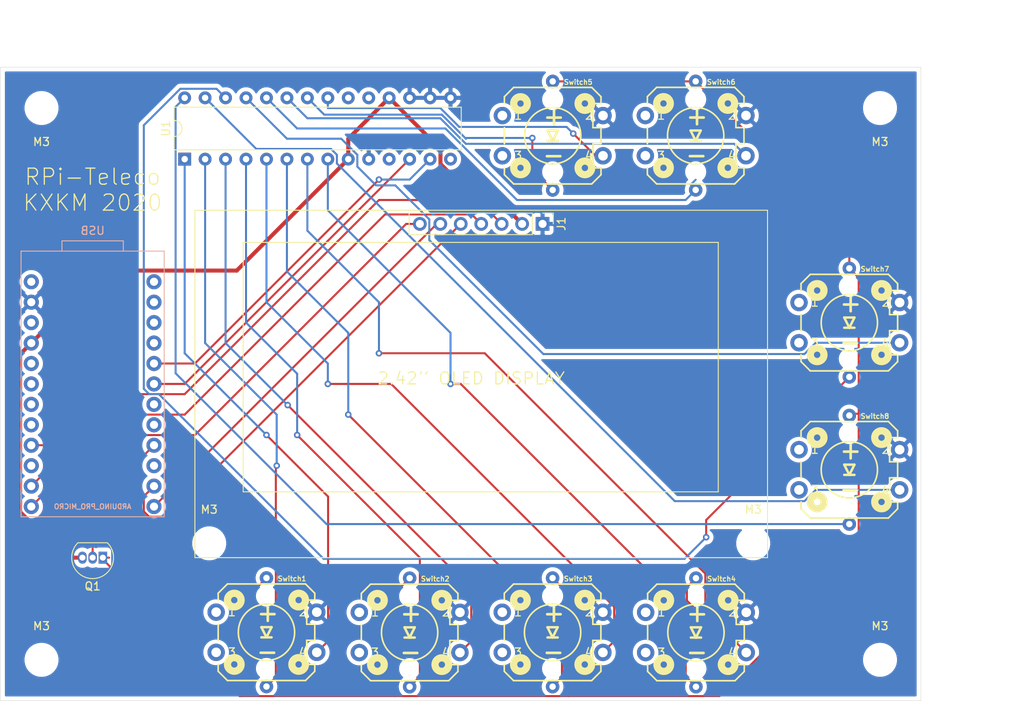
<source format=kicad_pcb>
(kicad_pcb (version 20171130) (host pcbnew "(5.1.2-1)-1")

  (general
    (thickness 1.6)
    (drawings 36)
    (tracks 210)
    (zones 0)
    (modules 18)
    (nets 28)
  )

  (page A4)
  (layers
    (0 F.Cu signal)
    (31 B.Cu signal)
    (32 B.Adhes user)
    (33 F.Adhes user)
    (34 B.Paste user)
    (35 F.Paste user)
    (36 B.SilkS user)
    (37 F.SilkS user)
    (38 B.Mask user)
    (39 F.Mask user)
    (40 Dwgs.User user)
    (41 Cmts.User user)
    (42 Eco1.User user)
    (43 Eco2.User user)
    (44 Edge.Cuts user)
    (45 Margin user)
    (46 B.CrtYd user)
    (47 F.CrtYd user)
    (48 B.Fab user)
    (49 F.Fab user)
  )

  (setup
    (last_trace_width 0.25)
    (user_trace_width 0.5)
    (trace_clearance 0.2)
    (zone_clearance 0.508)
    (zone_45_only no)
    (trace_min 0.2)
    (via_size 0.8)
    (via_drill 0.4)
    (via_min_size 0.4)
    (via_min_drill 0.3)
    (uvia_size 0.3)
    (uvia_drill 0.1)
    (uvias_allowed no)
    (uvia_min_size 0.2)
    (uvia_min_drill 0.1)
    (edge_width 0.05)
    (segment_width 0.2)
    (pcb_text_width 0.3)
    (pcb_text_size 1.5 1.5)
    (mod_edge_width 0.12)
    (mod_text_size 1 1)
    (mod_text_width 0.15)
    (pad_size 1.524 1.524)
    (pad_drill 0.762)
    (pad_to_mask_clearance 0.051)
    (solder_mask_min_width 0.25)
    (aux_axis_origin 0 0)
    (grid_origin 120.65 45.72)
    (visible_elements FFFFFF7F)
    (pcbplotparams
      (layerselection 0x00100_7ffffffe)
      (usegerberextensions false)
      (usegerberattributes false)
      (usegerberadvancedattributes false)
      (creategerberjobfile false)
      (excludeedgelayer true)
      (linewidth 0.100000)
      (plotframeref false)
      (viasonmask false)
      (mode 1)
      (useauxorigin false)
      (hpglpennumber 1)
      (hpglpenspeed 20)
      (hpglpendiameter 15.000000)
      (psnegative false)
      (psa4output false)
      (plotreference true)
      (plotvalue true)
      (plotinvisibletext false)
      (padsonsilk false)
      (subtractmaskfromsilk false)
      (outputformat 5)
      (mirror false)
      (drillshape 0)
      (scaleselection 1)
      (outputdirectory ""))
  )

  (net 0 "")
  (net 1 I2C_SDA)
  (net 2 I2C_SCL)
  (net 3 PWM_LEVEL)
  (net 4 RES)
  (net 5 DC)
  (net 6 CS)
  (net 7 SDA)
  (net 8 SCK)
  (net 9 +5V)
  (net 10 GND)
  (net 11 Level)
  (net 12 BTN1)
  (net 13 LED1)
  (net 14 LED2)
  (net 15 BTN2)
  (net 16 BTN3)
  (net 17 LED3)
  (net 18 LED4)
  (net 19 BTN4)
  (net 20 BTN5)
  (net 21 LED5)
  (net 22 LED6)
  (net 23 BTN6)
  (net 24 BTN7)
  (net 25 LED7)
  (net 26 LED8)
  (net 27 BTN8)

  (net_class Default "Ceci est la Netclass par défaut."
    (clearance 0.2)
    (trace_width 0.25)
    (via_dia 0.8)
    (via_drill 0.4)
    (uvia_dia 0.3)
    (uvia_drill 0.1)
    (add_net +5V)
    (add_net BTN1)
    (add_net BTN2)
    (add_net BTN3)
    (add_net BTN4)
    (add_net BTN5)
    (add_net BTN6)
    (add_net BTN7)
    (add_net BTN8)
    (add_net CS)
    (add_net DC)
    (add_net GND)
    (add_net I2C_SCL)
    (add_net I2C_SDA)
    (add_net LED1)
    (add_net LED2)
    (add_net LED3)
    (add_net LED4)
    (add_net LED5)
    (add_net LED6)
    (add_net LED7)
    (add_net LED8)
    (add_net Level)
    (add_net PWM_LEVEL)
    (add_net RES)
    (add_net SCK)
    (add_net SDA)
  )

  (module Switches:TACTILE_SWITCH_LED_PTH_12MM (layer F.Cu) (tedit 200000) (tstamp 5E316132)
    (at 189.2179 54.23698)
    (descr "MOMENTARY SWITCH (PUSHBUTTON) - SPST - W/ LED - PTH")
    (tags "MOMENTARY SWITCH (PUSHBUTTON) - SPST - W/ LED - PTH")
    (path /5DF1CC32)
    (attr virtual)
    (fp_text reference Switch5 (at 3.175 -6.6548) (layer F.SilkS)
      (effects (font (size 0.6096 0.6096) (thickness 0.127)))
    )
    (fp_text value MOMENTARY-SWITCH-SPST-LED-PTH-12MM (at 3.175 6.731) (layer F.SilkS) hide
      (effects (font (size 0.6096 0.6096) (thickness 0.127)))
    )
    (fp_line (start 4.99872 1.29794) (end 4.99872 0.6985) (layer Dwgs.User) (width 0.2032))
    (fp_line (start 4.99872 0.6985) (end 4.49834 0.19812) (layer Dwgs.User) (width 0.2032))
    (fp_line (start 4.99872 -0.19812) (end 4.99872 -0.99822) (layer Dwgs.User) (width 0.2032))
    (fp_line (start -5.99948 -3.99796) (end -5.99948 -4.84886) (layer F.SilkS) (width 0.2032))
    (fp_line (start -4.84886 -5.99948) (end 4.84886 -5.99948) (layer F.SilkS) (width 0.2032))
    (fp_line (start 5.99948 -4.84886) (end 5.99948 -3.99796) (layer F.SilkS) (width 0.2032))
    (fp_line (start 5.99948 -0.99822) (end 5.99948 0.99822) (layer F.SilkS) (width 0.2032))
    (fp_line (start 5.99948 3.99796) (end 5.99948 4.84886) (layer F.SilkS) (width 0.2032))
    (fp_line (start 4.84886 5.99948) (end -4.84886 5.99948) (layer F.SilkS) (width 0.2032))
    (fp_line (start -5.99948 4.84886) (end -5.99948 3.99796) (layer F.SilkS) (width 0.2032))
    (fp_line (start -5.99948 0.99822) (end -5.99948 -0.99822) (layer F.SilkS) (width 0.2032))
    (fp_line (start 4.84886 -5.99948) (end 5.99948 -4.84886) (layer F.SilkS) (width 0.2032))
    (fp_line (start -5.99948 -4.84886) (end -4.84886 -5.99948) (layer F.SilkS) (width 0.2032))
    (fp_line (start -4.84886 5.99948) (end -5.99948 4.84886) (layer F.SilkS) (width 0.2032))
    (fp_line (start 5.99948 4.84886) (end 4.84886 5.99948) (layer F.SilkS) (width 0.2032))
    (fp_line (start 5.99948 -0.99822) (end 4.99872 -0.99822) (layer F.SilkS) (width 0.2032))
    (fp_line (start 4.99872 -0.99822) (end 4.99872 -3.99796) (layer F.SilkS) (width 0.2032))
    (fp_line (start 4.99872 -3.99796) (end 5.99948 -3.99796) (layer F.SilkS) (width 0.2032))
    (fp_line (start 5.99948 0.99822) (end 4.99872 0.99822) (layer F.SilkS) (width 0.2032))
    (fp_line (start 4.99872 0.99822) (end 4.99872 3.99796) (layer F.SilkS) (width 0.2032))
    (fp_line (start 4.99872 3.99796) (end 5.99948 3.99796) (layer F.SilkS) (width 0.2032))
    (fp_line (start 0.635 -0.635) (end -0.635 -0.635) (layer F.SilkS) (width 0.3048))
    (fp_line (start -0.635 -0.635) (end 0 0.635) (layer F.SilkS) (width 0.3048))
    (fp_line (start 0 0.635) (end 0.635 -0.635) (layer F.SilkS) (width 0.3048))
    (fp_line (start 0.635 0.635) (end 0 0.635) (layer F.SilkS) (width 0.3048))
    (fp_line (start 0 0.635) (end -0.635 0.635) (layer F.SilkS) (width 0.3048))
    (fp_circle (center 0 0) (end 0 -3.49758) (layer F.SilkS) (width 0.2032))
    (fp_circle (center -3.99796 -3.99796) (end -3.99796 -4.39674) (layer F.SilkS) (width 0.89916))
    (fp_circle (center 3.99796 -3.99796) (end 3.99796 -4.39674) (layer F.SilkS) (width 0.89916))
    (fp_circle (center 3.99796 3.99796) (end 3.99796 3.59918) (layer F.SilkS) (width 0.89916))
    (fp_circle (center -3.99796 3.99796) (end -3.99796 3.59918) (layer F.SilkS) (width 0.89916))
    (fp_text user 1 (at -4.29006 -2.50698) (layer F.SilkS)
      (effects (font (size 1.016 1.016) (thickness 0.1524)))
    )
    (fp_text user 2 (at 4.50596 -2.50698) (layer F.SilkS)
      (effects (font (size 1.016 1.016) (thickness 0.1524)))
    )
    (fp_text user 3 (at -4.29006 2.49174) (layer F.SilkS)
      (effects (font (size 1.016 1.016) (thickness 0.1524)))
    )
    (fp_text user 4 (at 4.50596 2.49174) (layer F.SilkS)
      (effects (font (size 1.016 1.016) (thickness 0.1524)))
    )
    (fp_text user + (at 0.1651 -2.413 180) (layer F.SilkS)
      (effects (font (size 2.18186 2.18186) (thickness 0.3302)))
    )
    (fp_text user - (at 0.1143 2.3876 180) (layer F.SilkS)
      (effects (font (size 2.18186 2.18186) (thickness 0.3302)))
    )
    (pad 1 thru_hole circle (at -6.2484 -2.49936) (size 2.159 2.159) (drill 1.19888) (layers *.Cu *.Mask)
      (solder_mask_margin 0.1016))
    (pad 2 thru_hole circle (at 6.2484 -2.49936) (size 2.159 2.159) (drill 1.19888) (layers *.Cu *.Mask)
      (net 10 GND) (solder_mask_margin 0.1016))
    (pad 3 thru_hole circle (at -6.2484 2.49936) (size 2.159 2.159) (drill 1.19888) (layers *.Cu *.Mask)
      (solder_mask_margin 0.1016))
    (pad 4 thru_hole circle (at 6.2484 2.49936) (size 2.159 2.159) (drill 1.19888) (layers *.Cu *.Mask)
      (net 20 BTN5) (solder_mask_margin 0.1016))
    (pad A thru_hole circle (at 0 -6.74878) (size 1.6764 1.6764) (drill 0.79756) (layers *.Cu *.Mask)
      (net 11 Level) (solder_mask_margin 0.1016))
    (pad C thru_hole circle (at 0 6.74878) (size 1.6764 1.6764) (drill 0.79756) (layers *.Cu *.Mask)
      (net 21 LED5) (solder_mask_margin 0.1016))
    (pad "" np_thru_hole circle (at 0 -4.49834) (size 1.59766 1.59766) (drill 1.59766) (layers *.Cu *.Mask)
      (solder_mask_margin 0.1016))
    (pad "" np_thru_hole circle (at 0 4.49834) (size 1.59766 1.59766) (drill 1.59766) (layers *.Cu *.Mask)
      (solder_mask_margin 0.1016))
  )

  (module Switches:TACTILE_SWITCH_LED_PTH_12MM (layer F.Cu) (tedit 200000) (tstamp 5E30A56F)
    (at 189.2046 115.9637)
    (descr "MOMENTARY SWITCH (PUSHBUTTON) - SPST - W/ LED - PTH")
    (tags "MOMENTARY SWITCH (PUSHBUTTON) - SPST - W/ LED - PTH")
    (path /5DF1BC9E)
    (attr virtual)
    (fp_text reference Switch3 (at 3.175 -6.6548) (layer F.SilkS)
      (effects (font (size 0.6096 0.6096) (thickness 0.127)))
    )
    (fp_text value MOMENTARY-SWITCH-SPST-LED-PTH-12MM (at 3.175 6.731) (layer F.SilkS) hide
      (effects (font (size 0.6096 0.6096) (thickness 0.127)))
    )
    (fp_line (start 4.99872 1.29794) (end 4.99872 0.6985) (layer Dwgs.User) (width 0.2032))
    (fp_line (start 4.99872 0.6985) (end 4.49834 0.19812) (layer Dwgs.User) (width 0.2032))
    (fp_line (start 4.99872 -0.19812) (end 4.99872 -0.99822) (layer Dwgs.User) (width 0.2032))
    (fp_line (start -5.99948 -3.99796) (end -5.99948 -4.84886) (layer F.SilkS) (width 0.2032))
    (fp_line (start -4.84886 -5.99948) (end 4.84886 -5.99948) (layer F.SilkS) (width 0.2032))
    (fp_line (start 5.99948 -4.84886) (end 5.99948 -3.99796) (layer F.SilkS) (width 0.2032))
    (fp_line (start 5.99948 -0.99822) (end 5.99948 0.99822) (layer F.SilkS) (width 0.2032))
    (fp_line (start 5.99948 3.99796) (end 5.99948 4.84886) (layer F.SilkS) (width 0.2032))
    (fp_line (start 4.84886 5.99948) (end -4.84886 5.99948) (layer F.SilkS) (width 0.2032))
    (fp_line (start -5.99948 4.84886) (end -5.99948 3.99796) (layer F.SilkS) (width 0.2032))
    (fp_line (start -5.99948 0.99822) (end -5.99948 -0.99822) (layer F.SilkS) (width 0.2032))
    (fp_line (start 4.84886 -5.99948) (end 5.99948 -4.84886) (layer F.SilkS) (width 0.2032))
    (fp_line (start -5.99948 -4.84886) (end -4.84886 -5.99948) (layer F.SilkS) (width 0.2032))
    (fp_line (start -4.84886 5.99948) (end -5.99948 4.84886) (layer F.SilkS) (width 0.2032))
    (fp_line (start 5.99948 4.84886) (end 4.84886 5.99948) (layer F.SilkS) (width 0.2032))
    (fp_line (start 5.99948 -0.99822) (end 4.99872 -0.99822) (layer F.SilkS) (width 0.2032))
    (fp_line (start 4.99872 -0.99822) (end 4.99872 -3.99796) (layer F.SilkS) (width 0.2032))
    (fp_line (start 4.99872 -3.99796) (end 5.99948 -3.99796) (layer F.SilkS) (width 0.2032))
    (fp_line (start 5.99948 0.99822) (end 4.99872 0.99822) (layer F.SilkS) (width 0.2032))
    (fp_line (start 4.99872 0.99822) (end 4.99872 3.99796) (layer F.SilkS) (width 0.2032))
    (fp_line (start 4.99872 3.99796) (end 5.99948 3.99796) (layer F.SilkS) (width 0.2032))
    (fp_line (start 0.635 -0.635) (end -0.635 -0.635) (layer F.SilkS) (width 0.3048))
    (fp_line (start -0.635 -0.635) (end 0 0.635) (layer F.SilkS) (width 0.3048))
    (fp_line (start 0 0.635) (end 0.635 -0.635) (layer F.SilkS) (width 0.3048))
    (fp_line (start 0.635 0.635) (end 0 0.635) (layer F.SilkS) (width 0.3048))
    (fp_line (start 0 0.635) (end -0.635 0.635) (layer F.SilkS) (width 0.3048))
    (fp_circle (center 0 0) (end 0 -3.49758) (layer F.SilkS) (width 0.2032))
    (fp_circle (center -3.99796 -3.99796) (end -3.99796 -4.39674) (layer F.SilkS) (width 0.89916))
    (fp_circle (center 3.99796 -3.99796) (end 3.99796 -4.39674) (layer F.SilkS) (width 0.89916))
    (fp_circle (center 3.99796 3.99796) (end 3.99796 3.59918) (layer F.SilkS) (width 0.89916))
    (fp_circle (center -3.99796 3.99796) (end -3.99796 3.59918) (layer F.SilkS) (width 0.89916))
    (fp_text user 1 (at -4.29006 -2.50698) (layer F.SilkS)
      (effects (font (size 1.016 1.016) (thickness 0.1524)))
    )
    (fp_text user 2 (at 4.50596 -2.50698) (layer F.SilkS)
      (effects (font (size 1.016 1.016) (thickness 0.1524)))
    )
    (fp_text user 3 (at -4.29006 2.49174) (layer F.SilkS)
      (effects (font (size 1.016 1.016) (thickness 0.1524)))
    )
    (fp_text user 4 (at 4.50596 2.49174) (layer F.SilkS)
      (effects (font (size 1.016 1.016) (thickness 0.1524)))
    )
    (fp_text user + (at 0.1651 -2.413 180) (layer F.SilkS)
      (effects (font (size 2.18186 2.18186) (thickness 0.3302)))
    )
    (fp_text user - (at 0.1143 2.3876 180) (layer F.SilkS)
      (effects (font (size 2.18186 2.18186) (thickness 0.3302)))
    )
    (pad 1 thru_hole circle (at -6.2484 -2.49936) (size 2.159 2.159) (drill 1.19888) (layers *.Cu *.Mask)
      (solder_mask_margin 0.1016))
    (pad 2 thru_hole circle (at 6.2484 -2.49936) (size 2.159 2.159) (drill 1.19888) (layers *.Cu *.Mask)
      (net 10 GND) (solder_mask_margin 0.1016))
    (pad 3 thru_hole circle (at -6.2484 2.49936) (size 2.159 2.159) (drill 1.19888) (layers *.Cu *.Mask)
      (solder_mask_margin 0.1016))
    (pad 4 thru_hole circle (at 6.2484 2.49936) (size 2.159 2.159) (drill 1.19888) (layers *.Cu *.Mask)
      (net 16 BTN3) (solder_mask_margin 0.1016))
    (pad A thru_hole circle (at 0 -6.74878) (size 1.6764 1.6764) (drill 0.79756) (layers *.Cu *.Mask)
      (net 11 Level) (solder_mask_margin 0.1016))
    (pad C thru_hole circle (at 0 6.74878) (size 1.6764 1.6764) (drill 0.79756) (layers *.Cu *.Mask)
      (net 17 LED3) (solder_mask_margin 0.1016))
    (pad "" np_thru_hole circle (at 0 -4.49834) (size 1.59766 1.59766) (drill 1.59766) (layers *.Cu *.Mask)
      (solder_mask_margin 0.1016))
    (pad "" np_thru_hole circle (at 0 4.49834) (size 1.59766 1.59766) (drill 1.59766) (layers *.Cu *.Mask)
      (solder_mask_margin 0.1016))
  )

  (module MountingHole:MountingHole_3.2mm_M3 (layer F.Cu) (tedit 56D1B4CB) (tstamp 5E316649)
    (at 125.73 50.8 180)
    (descr "Mounting Hole 3.2mm, no annular, M3")
    (tags "mounting hole 3.2mm no annular m3")
    (attr virtual)
    (fp_text reference M3 (at 0 -4.2) (layer F.SilkS)
      (effects (font (size 1 1) (thickness 0.15)))
    )
    (fp_text value MountingHole_3.2mm_M3 (at 0 4.2) (layer F.Fab) hide
      (effects (font (size 1 1) (thickness 0.15)))
    )
    (fp_circle (center 0 0) (end 3.45 0) (layer F.CrtYd) (width 0.05))
    (fp_circle (center 0 0) (end 3.2 0) (layer Cmts.User) (width 0.15))
    (fp_text user %R (at 0.3 0) (layer F.Fab)
      (effects (font (size 1 1) (thickness 0.15)))
    )
    (pad 1 np_thru_hole circle (at 0 0 180) (size 3.2 3.2) (drill 3.2) (layers *.Cu *.Mask))
  )

  (module MountingHole:MountingHole_3.2mm_M3 (layer F.Cu) (tedit 56D1B4CB) (tstamp 5E3104DC)
    (at 125.73 119.38)
    (descr "Mounting Hole 3.2mm, no annular, M3")
    (tags "mounting hole 3.2mm no annular m3")
    (attr virtual)
    (fp_text reference M3 (at 0 -4.2) (layer F.SilkS)
      (effects (font (size 1 1) (thickness 0.15)))
    )
    (fp_text value MountingHole_3.2mm_M3 (at 0 4.2) (layer F.Fab) hide
      (effects (font (size 1 1) (thickness 0.15)))
    )
    (fp_circle (center 0 0) (end 3.45 0) (layer F.CrtYd) (width 0.05))
    (fp_circle (center 0 0) (end 3.2 0) (layer Cmts.User) (width 0.15))
    (fp_text user %R (at 0.3 0) (layer F.Fab)
      (effects (font (size 1 1) (thickness 0.15)))
    )
    (pad 1 np_thru_hole circle (at 0 0) (size 3.2 3.2) (drill 3.2) (layers *.Cu *.Mask))
  )

  (module MountingHole:MountingHole_3.2mm_M3 (layer F.Cu) (tedit 56D1B4CB) (tstamp 5E3104B8)
    (at 229.87 119.38)
    (descr "Mounting Hole 3.2mm, no annular, M3")
    (tags "mounting hole 3.2mm no annular m3")
    (attr virtual)
    (fp_text reference M3 (at 0 -4.2) (layer F.SilkS)
      (effects (font (size 1 1) (thickness 0.15)))
    )
    (fp_text value MountingHole_3.2mm_M3 (at 0 4.2) (layer F.Fab) hide
      (effects (font (size 1 1) (thickness 0.15)))
    )
    (fp_circle (center 0 0) (end 3.45 0) (layer F.CrtYd) (width 0.05))
    (fp_circle (center 0 0) (end 3.2 0) (layer Cmts.User) (width 0.15))
    (fp_text user %R (at 0.3 0) (layer F.Fab)
      (effects (font (size 1 1) (thickness 0.15)))
    )
    (pad 1 np_thru_hole circle (at 0 0) (size 3.2 3.2) (drill 3.2) (layers *.Cu *.Mask))
  )

  (module MountingHole:MountingHole_3.2mm_M3 (layer F.Cu) (tedit 56D1B4CB) (tstamp 5E315C1B)
    (at 229.87 50.8 180)
    (descr "Mounting Hole 3.2mm, no annular, M3")
    (tags "mounting hole 3.2mm no annular m3")
    (attr virtual)
    (fp_text reference M3 (at 0 -4.2) (layer F.SilkS)
      (effects (font (size 1 1) (thickness 0.15)))
    )
    (fp_text value MountingHole_3.2mm_M3 (at 0 4.2) (layer F.Fab) hide
      (effects (font (size 1 1) (thickness 0.15)))
    )
    (fp_circle (center 0 0) (end 3.45 0) (layer F.CrtYd) (width 0.05))
    (fp_circle (center 0 0) (end 3.2 0) (layer Cmts.User) (width 0.15))
    (fp_text user %R (at 0.3 0) (layer F.Fab)
      (effects (font (size 1 1) (thickness 0.15)))
    )
    (pad 1 np_thru_hole circle (at 0 0 180) (size 3.2 3.2) (drill 3.2) (layers *.Cu *.Mask))
  )

  (module MountingHole:MountingHole_3.2mm_M3 (layer F.Cu) (tedit 56D1B4CB) (tstamp 5E310101)
    (at 146.558 104.902)
    (descr "Mounting Hole 3.2mm, no annular, M3")
    (tags "mounting hole 3.2mm no annular m3")
    (attr virtual)
    (fp_text reference M3 (at 0 -4.2) (layer F.SilkS)
      (effects (font (size 1 1) (thickness 0.15)))
    )
    (fp_text value MountingHole_3.2mm_M3 (at 0 4.2) (layer F.Fab) hide
      (effects (font (size 1 1) (thickness 0.15)))
    )
    (fp_circle (center 0 0) (end 3.45 0) (layer F.CrtYd) (width 0.05))
    (fp_circle (center 0 0) (end 3.2 0) (layer Cmts.User) (width 0.15))
    (fp_text user %R (at 0.3 0) (layer F.Fab)
      (effects (font (size 1 1) (thickness 0.15)))
    )
    (pad 1 np_thru_hole circle (at 0 0) (size 3.2 3.2) (drill 3.2) (layers *.Cu *.Mask))
  )

  (module MountingHole:MountingHole_3.2mm_M3 (layer F.Cu) (tedit 56D1B4CB) (tstamp 5E3100C1)
    (at 214.122 104.902)
    (descr "Mounting Hole 3.2mm, no annular, M3")
    (tags "mounting hole 3.2mm no annular m3")
    (attr virtual)
    (fp_text reference M3 (at 0 -4.2) (layer F.SilkS)
      (effects (font (size 1 1) (thickness 0.15)))
    )
    (fp_text value MountingHole_3.2mm_M3 (at 0 4.2) (layer F.Fab) hide
      (effects (font (size 1 1) (thickness 0.15)))
    )
    (fp_circle (center 0 0) (end 3.45 0) (layer F.CrtYd) (width 0.05))
    (fp_circle (center 0 0) (end 3.2 0) (layer Cmts.User) (width 0.15))
    (fp_text user %R (at 0.3 0) (layer F.Fab)
      (effects (font (size 1 1) (thickness 0.15)))
    )
    (pad 1 np_thru_hole circle (at 0 0) (size 3.2 3.2) (drill 3.2) (layers *.Cu *.Mask))
  )

  (module SPARKFUN_PRO_MICRO (layer B.Cu) (tedit 200000) (tstamp 5E30DB3A)
    (at 132.08 85.09 180)
    (descr "SPARKFUN PRO MICO FOOTPRINT (WITH USB CONNECTOR)")
    (tags "SPARKFUN PRO MICO FOOTPRINT (WITH USB CONNECTOR)")
    (path /5E30AD44)
    (attr virtual)
    (fp_text reference B1 (at 0 15.24) (layer B.SilkS) hide
      (effects (font (size 0.6096 0.6096) (thickness 0.127)) (justify mirror))
    )
    (fp_text value ARDUINO_PRO_MICRO (at 0 -15.24) (layer B.SilkS)
      (effects (font (size 0.6096 0.6096) (thickness 0.127)) (justify mirror))
    )
    (fp_line (start -8.89 16.51) (end -8.89 -16.51) (layer Dwgs.User) (width 0.127))
    (fp_line (start -8.89 -16.51) (end 8.89 -16.51) (layer Dwgs.User) (width 0.127))
    (fp_line (start 8.89 -16.51) (end 8.89 16.51) (layer Dwgs.User) (width 0.127))
    (fp_line (start 8.89 16.51) (end -8.89 16.51) (layer Dwgs.User) (width 0.127))
    (fp_line (start -3.81 16.51) (end -3.81 17.78) (layer Dwgs.User) (width 0.127))
    (fp_line (start -3.81 17.78) (end 3.81 17.78) (layer Dwgs.User) (width 0.127))
    (fp_line (start 3.81 17.78) (end 3.81 16.51) (layer Dwgs.User) (width 0.127))
    (fp_text user USB (at -0.0508 16.9164) (layer Dwgs.User)
      (effects (font (size 0.8128 0.8128) (thickness 0.1524)))
    )
    (pad 1 thru_hole circle (at -7.62 12.7 180) (size 1.8796 1.8796) (drill 1.016) (layers *.Cu *.Mask)
      (solder_mask_margin 0.1016))
    (pad 2 thru_hole circle (at -7.62 10.16 180) (size 1.8796 1.8796) (drill 1.016) (layers *.Cu *.Mask)
      (solder_mask_margin 0.1016))
    (pad 3 thru_hole circle (at -7.62 7.62 180) (size 1.8796 1.8796) (drill 1.016) (layers *.Cu *.Mask)
      (solder_mask_margin 0.1016))
    (pad 4 thru_hole circle (at -7.62 5.08 180) (size 1.8796 1.8796) (drill 1.016) (layers *.Cu *.Mask)
      (solder_mask_margin 0.1016))
    (pad 5 thru_hole circle (at -7.62 2.54 180) (size 1.8796 1.8796) (drill 1.016) (layers *.Cu *.Mask)
      (net 1 I2C_SDA) (solder_mask_margin 0.1016))
    (pad 6 thru_hole circle (at -7.62 0 180) (size 1.8796 1.8796) (drill 1.016) (layers *.Cu *.Mask)
      (net 2 I2C_SCL) (solder_mask_margin 0.1016))
    (pad 7 thru_hole circle (at -7.62 -2.54 180) (size 1.8796 1.8796) (drill 1.016) (layers *.Cu *.Mask)
      (solder_mask_margin 0.1016))
    (pad 8 thru_hole circle (at -7.62 -5.08 180) (size 1.8796 1.8796) (drill 1.016) (layers *.Cu *.Mask)
      (solder_mask_margin 0.1016))
    (pad 9 thru_hole circle (at -7.62 -7.62 180) (size 1.8796 1.8796) (drill 1.016) (layers *.Cu *.Mask)
      (net 3 PWM_LEVEL) (solder_mask_margin 0.1016))
    (pad 10 thru_hole circle (at -7.62 -10.16 180) (size 1.8796 1.8796) (drill 1.016) (layers *.Cu *.Mask)
      (solder_mask_margin 0.1016))
    (pad 11 thru_hole circle (at -7.62 -12.7 180) (size 1.8796 1.8796) (drill 1.016) (layers *.Cu *.Mask)
      (net 4 RES) (solder_mask_margin 0.1016))
    (pad 12 thru_hole circle (at -7.62 -15.24 180) (size 1.8796 1.8796) (drill 1.016) (layers *.Cu *.Mask)
      (net 5 DC) (solder_mask_margin 0.1016))
    (pad 13 thru_hole circle (at 7.62 -15.24 180) (size 1.8796 1.8796) (drill 1.016) (layers *.Cu *.Mask)
      (net 6 CS) (solder_mask_margin 0.1016))
    (pad 14 thru_hole circle (at 7.62 -12.7 180) (size 1.8796 1.8796) (drill 1.016) (layers *.Cu *.Mask)
      (net 7 SDA) (solder_mask_margin 0.1016))
    (pad 15 thru_hole circle (at 7.62 -10.16 180) (size 1.8796 1.8796) (drill 1.016) (layers *.Cu *.Mask)
      (solder_mask_margin 0.1016))
    (pad 16 thru_hole circle (at 7.62 -7.62 180) (size 1.8796 1.8796) (drill 1.016) (layers *.Cu *.Mask)
      (net 8 SCK) (solder_mask_margin 0.1016))
    (pad 17 thru_hole circle (at 7.62 -5.08 180) (size 1.8796 1.8796) (drill 1.016) (layers *.Cu *.Mask)
      (solder_mask_margin 0.1016))
    (pad 18 thru_hole circle (at 7.62 -2.54 180) (size 1.8796 1.8796) (drill 1.016) (layers *.Cu *.Mask)
      (solder_mask_margin 0.1016))
    (pad 19 thru_hole circle (at 7.62 0 180) (size 1.8796 1.8796) (drill 1.016) (layers *.Cu *.Mask)
      (solder_mask_margin 0.1016))
    (pad 20 thru_hole circle (at 7.62 2.54 180) (size 1.8796 1.8796) (drill 1.016) (layers *.Cu *.Mask)
      (solder_mask_margin 0.1016))
    (pad 21 thru_hole circle (at 7.62 5.08 180) (size 1.8796 1.8796) (drill 1.016) (layers *.Cu *.Mask)
      (net 9 +5V) (solder_mask_margin 0.1016))
    (pad 22 thru_hole circle (at 7.62 7.62 180) (size 1.8796 1.8796) (drill 1.016) (layers *.Cu *.Mask)
      (solder_mask_margin 0.1016))
    (pad 23 thru_hole circle (at 7.62 10.16 180) (size 1.8796 1.8796) (drill 1.016) (layers *.Cu *.Mask)
      (net 10 GND) (solder_mask_margin 0.1016))
    (pad 24 thru_hole circle (at 7.62 12.7 180) (size 1.8796 1.8796) (drill 1.016) (layers *.Cu *.Mask)
      (solder_mask_margin 0.1016))
  )

  (module Connector_PinHeader_2.54mm:PinHeader_1x07_P2.54mm_Vertical (layer F.Cu) (tedit 59FED5CC) (tstamp 5E30901C)
    (at 187.96 65.2 270)
    (descr "Through hole straight pin header, 1x07, 2.54mm pitch, single row")
    (tags "Through hole pin header THT 1x07 2.54mm single row")
    (path /5E3314E0)
    (fp_text reference J1 (at 0 -2.33 90) (layer F.SilkS)
      (effects (font (size 1 1) (thickness 0.15)))
    )
    (fp_text value Conn_01x07 (at 0 17.57 90) (layer F.Fab)
      (effects (font (size 1 1) (thickness 0.15)))
    )
    (fp_line (start -0.635 -1.27) (end 1.27 -1.27) (layer F.Fab) (width 0.1))
    (fp_line (start 1.27 -1.27) (end 1.27 16.51) (layer F.Fab) (width 0.1))
    (fp_line (start 1.27 16.51) (end -1.27 16.51) (layer F.Fab) (width 0.1))
    (fp_line (start -1.27 16.51) (end -1.27 -0.635) (layer F.Fab) (width 0.1))
    (fp_line (start -1.27 -0.635) (end -0.635 -1.27) (layer F.Fab) (width 0.1))
    (fp_line (start -1.33 16.57) (end 1.33 16.57) (layer F.SilkS) (width 0.12))
    (fp_line (start -1.33 1.27) (end -1.33 16.57) (layer F.SilkS) (width 0.12))
    (fp_line (start 1.33 1.27) (end 1.33 16.57) (layer F.SilkS) (width 0.12))
    (fp_line (start -1.33 1.27) (end 1.33 1.27) (layer F.SilkS) (width 0.12))
    (fp_line (start -1.33 0) (end -1.33 -1.33) (layer F.SilkS) (width 0.12))
    (fp_line (start -1.33 -1.33) (end 0 -1.33) (layer F.SilkS) (width 0.12))
    (fp_line (start -1.8 -1.8) (end -1.8 17.05) (layer F.CrtYd) (width 0.05))
    (fp_line (start -1.8 17.05) (end 1.8 17.05) (layer F.CrtYd) (width 0.05))
    (fp_line (start 1.8 17.05) (end 1.8 -1.8) (layer F.CrtYd) (width 0.05))
    (fp_line (start 1.8 -1.8) (end -1.8 -1.8) (layer F.CrtYd) (width 0.05))
    (fp_text user %R (at 0 7.62) (layer F.Fab)
      (effects (font (size 1 1) (thickness 0.15)))
    )
    (pad 1 thru_hole rect (at 0 0 270) (size 1.7 1.7) (drill 1) (layers *.Cu *.Mask)
      (net 10 GND))
    (pad 2 thru_hole oval (at 0 2.54 270) (size 1.7 1.7) (drill 1) (layers *.Cu *.Mask)
      (net 9 +5V))
    (pad 3 thru_hole oval (at 0 5.08 270) (size 1.7 1.7) (drill 1) (layers *.Cu *.Mask)
      (net 8 SCK))
    (pad 4 thru_hole oval (at 0 7.62 270) (size 1.7 1.7) (drill 1) (layers *.Cu *.Mask)
      (net 7 SDA))
    (pad 5 thru_hole oval (at 0 10.16 270) (size 1.7 1.7) (drill 1) (layers *.Cu *.Mask)
      (net 4 RES))
    (pad 6 thru_hole oval (at 0 12.7 270) (size 1.7 1.7) (drill 1) (layers *.Cu *.Mask)
      (net 5 DC))
    (pad 7 thru_hole oval (at 0 15.24 270) (size 1.7 1.7) (drill 1) (layers *.Cu *.Mask)
      (net 6 CS))
    (model ${KISYS3DMOD}/Connector_PinHeader_2.54mm.3dshapes/PinHeader_1x07_P2.54mm_Vertical.wrl
      (at (xyz 0 0 0))
      (scale (xyz 1 1 1))
      (rotate (xyz 0 0 0))
    )
  )

  (module Package_TO_SOT_THT:TO-92_Inline (layer F.Cu) (tedit 5A1DD157) (tstamp 5E30902E)
    (at 133.35 106.68 180)
    (descr "TO-92 leads in-line, narrow, oval pads, drill 0.75mm (see NXP sot054_po.pdf)")
    (tags "to-92 sc-43 sc-43a sot54 PA33 transistor")
    (path /5E30F3AB)
    (fp_text reference Q1 (at 1.27 -3.56) (layer F.SilkS)
      (effects (font (size 1 1) (thickness 0.15)))
    )
    (fp_text value PN2222A (at 1.27 2.79) (layer F.Fab)
      (effects (font (size 1 1) (thickness 0.15)))
    )
    (fp_text user %R (at 1.27 -3.56) (layer F.Fab)
      (effects (font (size 1 1) (thickness 0.15)))
    )
    (fp_line (start -0.53 1.85) (end 3.07 1.85) (layer F.SilkS) (width 0.12))
    (fp_line (start -0.5 1.75) (end 3 1.75) (layer F.Fab) (width 0.1))
    (fp_line (start -1.46 -2.73) (end 4 -2.73) (layer F.CrtYd) (width 0.05))
    (fp_line (start -1.46 -2.73) (end -1.46 2.01) (layer F.CrtYd) (width 0.05))
    (fp_line (start 4 2.01) (end 4 -2.73) (layer F.CrtYd) (width 0.05))
    (fp_line (start 4 2.01) (end -1.46 2.01) (layer F.CrtYd) (width 0.05))
    (fp_arc (start 1.27 0) (end 1.27 -2.48) (angle 135) (layer F.Fab) (width 0.1))
    (fp_arc (start 1.27 0) (end 1.27 -2.6) (angle -135) (layer F.SilkS) (width 0.12))
    (fp_arc (start 1.27 0) (end 1.27 -2.48) (angle -135) (layer F.Fab) (width 0.1))
    (fp_arc (start 1.27 0) (end 1.27 -2.6) (angle 135) (layer F.SilkS) (width 0.12))
    (pad 2 thru_hole oval (at 1.27 0 180) (size 1.05 1.5) (drill 0.75) (layers *.Cu *.Mask)
      (net 3 PWM_LEVEL))
    (pad 3 thru_hole oval (at 2.54 0 180) (size 1.05 1.5) (drill 0.75) (layers *.Cu *.Mask)
      (net 9 +5V))
    (pad 1 thru_hole rect (at 0 0 180) (size 1.05 1.5) (drill 0.75) (layers *.Cu *.Mask)
      (net 11 Level))
    (model ${KISYS3DMOD}/Package_TO_SOT_THT.3dshapes/TO-92_Inline.wrl
      (at (xyz 0 0 0))
      (scale (xyz 1 1 1))
      (rotate (xyz 0 0 0))
    )
  )

  (module Switches:TACTILE_SWITCH_LED_PTH_12MM (layer F.Cu) (tedit 200000) (tstamp 5E30A9B6)
    (at 153.67 115.951)
    (descr "MOMENTARY SWITCH (PUSHBUTTON) - SPST - W/ LED - PTH")
    (tags "MOMENTARY SWITCH (PUSHBUTTON) - SPST - W/ LED - PTH")
    (path /5DF14145)
    (attr virtual)
    (fp_text reference Switch1 (at 3.175 -6.6548) (layer F.SilkS)
      (effects (font (size 0.6096 0.6096) (thickness 0.127)))
    )
    (fp_text value MOMENTARY-SWITCH-SPST-LED-PTH-12MM (at 3.175 6.731) (layer F.SilkS) hide
      (effects (font (size 0.6096 0.6096) (thickness 0.127)))
    )
    (fp_line (start 4.99872 1.29794) (end 4.99872 0.6985) (layer Dwgs.User) (width 0.2032))
    (fp_line (start 4.99872 0.6985) (end 4.49834 0.19812) (layer Dwgs.User) (width 0.2032))
    (fp_line (start 4.99872 -0.19812) (end 4.99872 -0.99822) (layer Dwgs.User) (width 0.2032))
    (fp_line (start -5.99948 -3.99796) (end -5.99948 -4.84886) (layer F.SilkS) (width 0.2032))
    (fp_line (start -4.84886 -5.99948) (end 4.84886 -5.99948) (layer F.SilkS) (width 0.2032))
    (fp_line (start 5.99948 -4.84886) (end 5.99948 -3.99796) (layer F.SilkS) (width 0.2032))
    (fp_line (start 5.99948 -0.99822) (end 5.99948 0.99822) (layer F.SilkS) (width 0.2032))
    (fp_line (start 5.99948 3.99796) (end 5.99948 4.84886) (layer F.SilkS) (width 0.2032))
    (fp_line (start 4.84886 5.99948) (end -4.84886 5.99948) (layer F.SilkS) (width 0.2032))
    (fp_line (start -5.99948 4.84886) (end -5.99948 3.99796) (layer F.SilkS) (width 0.2032))
    (fp_line (start -5.99948 0.99822) (end -5.99948 -0.99822) (layer F.SilkS) (width 0.2032))
    (fp_line (start 4.84886 -5.99948) (end 5.99948 -4.84886) (layer F.SilkS) (width 0.2032))
    (fp_line (start -5.99948 -4.84886) (end -4.84886 -5.99948) (layer F.SilkS) (width 0.2032))
    (fp_line (start -4.84886 5.99948) (end -5.99948 4.84886) (layer F.SilkS) (width 0.2032))
    (fp_line (start 5.99948 4.84886) (end 4.84886 5.99948) (layer F.SilkS) (width 0.2032))
    (fp_line (start 5.99948 -0.99822) (end 4.99872 -0.99822) (layer F.SilkS) (width 0.2032))
    (fp_line (start 4.99872 -0.99822) (end 4.99872 -3.99796) (layer F.SilkS) (width 0.2032))
    (fp_line (start 4.99872 -3.99796) (end 5.99948 -3.99796) (layer F.SilkS) (width 0.2032))
    (fp_line (start 5.99948 0.99822) (end 4.99872 0.99822) (layer F.SilkS) (width 0.2032))
    (fp_line (start 4.99872 0.99822) (end 4.99872 3.99796) (layer F.SilkS) (width 0.2032))
    (fp_line (start 4.99872 3.99796) (end 5.99948 3.99796) (layer F.SilkS) (width 0.2032))
    (fp_line (start 0.635 -0.635) (end -0.635 -0.635) (layer F.SilkS) (width 0.3048))
    (fp_line (start -0.635 -0.635) (end 0 0.635) (layer F.SilkS) (width 0.3048))
    (fp_line (start 0 0.635) (end 0.635 -0.635) (layer F.SilkS) (width 0.3048))
    (fp_line (start 0.635 0.635) (end 0 0.635) (layer F.SilkS) (width 0.3048))
    (fp_line (start 0 0.635) (end -0.635 0.635) (layer F.SilkS) (width 0.3048))
    (fp_circle (center 0 0) (end 0 -3.49758) (layer F.SilkS) (width 0.2032))
    (fp_circle (center -3.99796 -3.99796) (end -3.99796 -4.39674) (layer F.SilkS) (width 0.89916))
    (fp_circle (center 3.99796 -3.99796) (end 3.99796 -4.39674) (layer F.SilkS) (width 0.89916))
    (fp_circle (center 3.99796 3.99796) (end 3.99796 3.59918) (layer F.SilkS) (width 0.89916))
    (fp_circle (center -3.99796 3.99796) (end -3.99796 3.59918) (layer F.SilkS) (width 0.89916))
    (fp_text user 1 (at -4.29006 -2.50698) (layer F.SilkS)
      (effects (font (size 1.016 1.016) (thickness 0.1524)))
    )
    (fp_text user 2 (at 4.50596 -2.50698) (layer F.SilkS)
      (effects (font (size 1.016 1.016) (thickness 0.1524)))
    )
    (fp_text user 3 (at -4.29006 2.49174) (layer F.SilkS)
      (effects (font (size 1.016 1.016) (thickness 0.1524)))
    )
    (fp_text user 4 (at 4.50596 2.49174) (layer F.SilkS)
      (effects (font (size 1.016 1.016) (thickness 0.1524)))
    )
    (fp_text user + (at 0.1651 -2.413 180) (layer F.SilkS)
      (effects (font (size 2.18186 2.18186) (thickness 0.3302)))
    )
    (fp_text user - (at 0.1143 2.3876 180) (layer F.SilkS)
      (effects (font (size 2.18186 2.18186) (thickness 0.3302)))
    )
    (pad 1 thru_hole circle (at -6.2484 -2.49936) (size 2.159 2.159) (drill 1.19888) (layers *.Cu *.Mask)
      (solder_mask_margin 0.1016))
    (pad 2 thru_hole circle (at 6.2484 -2.49936) (size 2.159 2.159) (drill 1.19888) (layers *.Cu *.Mask)
      (net 10 GND) (solder_mask_margin 0.1016))
    (pad 3 thru_hole circle (at -6.2484 2.49936) (size 2.159 2.159) (drill 1.19888) (layers *.Cu *.Mask)
      (solder_mask_margin 0.1016))
    (pad 4 thru_hole circle (at 6.2484 2.49936) (size 2.159 2.159) (drill 1.19888) (layers *.Cu *.Mask)
      (net 12 BTN1) (solder_mask_margin 0.1016))
    (pad A thru_hole circle (at 0 -6.74878) (size 1.6764 1.6764) (drill 0.79756) (layers *.Cu *.Mask)
      (net 11 Level) (solder_mask_margin 0.1016))
    (pad C thru_hole circle (at 0 6.74878) (size 1.6764 1.6764) (drill 0.79756) (layers *.Cu *.Mask)
      (net 13 LED1) (solder_mask_margin 0.1016))
    (pad "" np_thru_hole circle (at 0 -4.49834) (size 1.59766 1.59766) (drill 1.59766) (layers *.Cu *.Mask)
      (solder_mask_margin 0.1016))
    (pad "" np_thru_hole circle (at 0 4.49834) (size 1.59766 1.59766) (drill 1.59766) (layers *.Cu *.Mask)
      (solder_mask_margin 0.1016))
  )

  (module Switches:TACTILE_SWITCH_LED_PTH_12MM (layer F.Cu) (tedit 200000) (tstamp 5E30AD7E)
    (at 171.45 115.9764)
    (descr "MOMENTARY SWITCH (PUSHBUTTON) - SPST - W/ LED - PTH")
    (tags "MOMENTARY SWITCH (PUSHBUTTON) - SPST - W/ LED - PTH")
    (path /5DF1B4D4)
    (attr virtual)
    (fp_text reference Switch2 (at 3.175 -6.6548) (layer F.SilkS)
      (effects (font (size 0.6096 0.6096) (thickness 0.127)))
    )
    (fp_text value MOMENTARY-SWITCH-SPST-LED-PTH-12MM (at 3.175 6.731) (layer F.SilkS) hide
      (effects (font (size 0.6096 0.6096) (thickness 0.127)))
    )
    (fp_text user - (at 0.1143 2.3876 180) (layer F.SilkS)
      (effects (font (size 2.18186 2.18186) (thickness 0.3302)))
    )
    (fp_text user + (at 0.1651 -2.413 180) (layer F.SilkS)
      (effects (font (size 2.18186 2.18186) (thickness 0.3302)))
    )
    (fp_text user 4 (at 4.50596 2.49174) (layer F.SilkS)
      (effects (font (size 1.016 1.016) (thickness 0.1524)))
    )
    (fp_text user 3 (at -4.29006 2.49174) (layer F.SilkS)
      (effects (font (size 1.016 1.016) (thickness 0.1524)))
    )
    (fp_text user 2 (at 4.50596 -2.50698) (layer F.SilkS)
      (effects (font (size 1.016 1.016) (thickness 0.1524)))
    )
    (fp_text user 1 (at -4.29006 -2.50698) (layer F.SilkS)
      (effects (font (size 1.016 1.016) (thickness 0.1524)))
    )
    (fp_circle (center -3.99796 3.99796) (end -3.99796 3.59918) (layer F.SilkS) (width 0.89916))
    (fp_circle (center 3.99796 3.99796) (end 3.99796 3.59918) (layer F.SilkS) (width 0.89916))
    (fp_circle (center 3.99796 -3.99796) (end 3.99796 -4.39674) (layer F.SilkS) (width 0.89916))
    (fp_circle (center -3.99796 -3.99796) (end -3.99796 -4.39674) (layer F.SilkS) (width 0.89916))
    (fp_circle (center 0 0) (end 0 -3.49758) (layer F.SilkS) (width 0.2032))
    (fp_line (start 0 0.635) (end -0.635 0.635) (layer F.SilkS) (width 0.3048))
    (fp_line (start 0.635 0.635) (end 0 0.635) (layer F.SilkS) (width 0.3048))
    (fp_line (start 0 0.635) (end 0.635 -0.635) (layer F.SilkS) (width 0.3048))
    (fp_line (start -0.635 -0.635) (end 0 0.635) (layer F.SilkS) (width 0.3048))
    (fp_line (start 0.635 -0.635) (end -0.635 -0.635) (layer F.SilkS) (width 0.3048))
    (fp_line (start 4.99872 3.99796) (end 5.99948 3.99796) (layer F.SilkS) (width 0.2032))
    (fp_line (start 4.99872 0.99822) (end 4.99872 3.99796) (layer F.SilkS) (width 0.2032))
    (fp_line (start 5.99948 0.99822) (end 4.99872 0.99822) (layer F.SilkS) (width 0.2032))
    (fp_line (start 4.99872 -3.99796) (end 5.99948 -3.99796) (layer F.SilkS) (width 0.2032))
    (fp_line (start 4.99872 -0.99822) (end 4.99872 -3.99796) (layer F.SilkS) (width 0.2032))
    (fp_line (start 5.99948 -0.99822) (end 4.99872 -0.99822) (layer F.SilkS) (width 0.2032))
    (fp_line (start 5.99948 4.84886) (end 4.84886 5.99948) (layer F.SilkS) (width 0.2032))
    (fp_line (start -4.84886 5.99948) (end -5.99948 4.84886) (layer F.SilkS) (width 0.2032))
    (fp_line (start -5.99948 -4.84886) (end -4.84886 -5.99948) (layer F.SilkS) (width 0.2032))
    (fp_line (start 4.84886 -5.99948) (end 5.99948 -4.84886) (layer F.SilkS) (width 0.2032))
    (fp_line (start -5.99948 0.99822) (end -5.99948 -0.99822) (layer F.SilkS) (width 0.2032))
    (fp_line (start -5.99948 4.84886) (end -5.99948 3.99796) (layer F.SilkS) (width 0.2032))
    (fp_line (start 4.84886 5.99948) (end -4.84886 5.99948) (layer F.SilkS) (width 0.2032))
    (fp_line (start 5.99948 3.99796) (end 5.99948 4.84886) (layer F.SilkS) (width 0.2032))
    (fp_line (start 5.99948 -0.99822) (end 5.99948 0.99822) (layer F.SilkS) (width 0.2032))
    (fp_line (start 5.99948 -4.84886) (end 5.99948 -3.99796) (layer F.SilkS) (width 0.2032))
    (fp_line (start -4.84886 -5.99948) (end 4.84886 -5.99948) (layer F.SilkS) (width 0.2032))
    (fp_line (start -5.99948 -3.99796) (end -5.99948 -4.84886) (layer F.SilkS) (width 0.2032))
    (fp_line (start 4.99872 -0.19812) (end 4.99872 -0.99822) (layer Dwgs.User) (width 0.2032))
    (fp_line (start 4.99872 0.6985) (end 4.49834 0.19812) (layer Dwgs.User) (width 0.2032))
    (fp_line (start 4.99872 1.29794) (end 4.99872 0.6985) (layer Dwgs.User) (width 0.2032))
    (pad "" np_thru_hole circle (at 0 4.49834) (size 1.59766 1.59766) (drill 1.59766) (layers *.Cu *.Mask)
      (solder_mask_margin 0.1016))
    (pad "" np_thru_hole circle (at 0 -4.49834) (size 1.59766 1.59766) (drill 1.59766) (layers *.Cu *.Mask)
      (solder_mask_margin 0.1016))
    (pad C thru_hole circle (at 0 6.74878) (size 1.6764 1.6764) (drill 0.79756) (layers *.Cu *.Mask)
      (net 14 LED2) (solder_mask_margin 0.1016))
    (pad A thru_hole circle (at 0 -6.74878) (size 1.6764 1.6764) (drill 0.79756) (layers *.Cu *.Mask)
      (net 11 Level) (solder_mask_margin 0.1016))
    (pad 4 thru_hole circle (at 6.2484 2.49936) (size 2.159 2.159) (drill 1.19888) (layers *.Cu *.Mask)
      (net 15 BTN2) (solder_mask_margin 0.1016))
    (pad 3 thru_hole circle (at -6.2484 2.49936) (size 2.159 2.159) (drill 1.19888) (layers *.Cu *.Mask)
      (solder_mask_margin 0.1016))
    (pad 2 thru_hole circle (at 6.2484 -2.49936) (size 2.159 2.159) (drill 1.19888) (layers *.Cu *.Mask)
      (net 10 GND) (solder_mask_margin 0.1016))
    (pad 1 thru_hole circle (at -6.2484 -2.49936) (size 2.159 2.159) (drill 1.19888) (layers *.Cu *.Mask)
      (solder_mask_margin 0.1016))
  )

  (module Switches:TACTILE_SWITCH_LED_PTH_12MM (layer F.Cu) (tedit 200000) (tstamp 5E3090F2)
    (at 207.01 115.9764)
    (descr "MOMENTARY SWITCH (PUSHBUTTON) - SPST - W/ LED - PTH")
    (tags "MOMENTARY SWITCH (PUSHBUTTON) - SPST - W/ LED - PTH")
    (path /5DF1C648)
    (attr virtual)
    (fp_text reference Switch4 (at 3.175 -6.6548) (layer F.SilkS)
      (effects (font (size 0.6096 0.6096) (thickness 0.127)))
    )
    (fp_text value MOMENTARY-SWITCH-SPST-LED-PTH-12MM (at 3.175 6.731) (layer F.SilkS) hide
      (effects (font (size 0.6096 0.6096) (thickness 0.127)))
    )
    (fp_text user - (at 0.1143 2.3876 180) (layer F.SilkS)
      (effects (font (size 2.18186 2.18186) (thickness 0.3302)))
    )
    (fp_text user + (at 0.1651 -2.413 180) (layer F.SilkS)
      (effects (font (size 2.18186 2.18186) (thickness 0.3302)))
    )
    (fp_text user 4 (at 4.50596 2.49174) (layer F.SilkS)
      (effects (font (size 1.016 1.016) (thickness 0.1524)))
    )
    (fp_text user 3 (at -4.29006 2.49174) (layer F.SilkS)
      (effects (font (size 1.016 1.016) (thickness 0.1524)))
    )
    (fp_text user 2 (at 4.50596 -2.50698) (layer F.SilkS)
      (effects (font (size 1.016 1.016) (thickness 0.1524)))
    )
    (fp_text user 1 (at -4.29006 -2.50698) (layer F.SilkS)
      (effects (font (size 1.016 1.016) (thickness 0.1524)))
    )
    (fp_circle (center -3.99796 3.99796) (end -3.99796 3.59918) (layer F.SilkS) (width 0.89916))
    (fp_circle (center 3.99796 3.99796) (end 3.99796 3.59918) (layer F.SilkS) (width 0.89916))
    (fp_circle (center 3.99796 -3.99796) (end 3.99796 -4.39674) (layer F.SilkS) (width 0.89916))
    (fp_circle (center -3.99796 -3.99796) (end -3.99796 -4.39674) (layer F.SilkS) (width 0.89916))
    (fp_circle (center 0 0) (end 0 -3.49758) (layer F.SilkS) (width 0.2032))
    (fp_line (start 0 0.635) (end -0.635 0.635) (layer F.SilkS) (width 0.3048))
    (fp_line (start 0.635 0.635) (end 0 0.635) (layer F.SilkS) (width 0.3048))
    (fp_line (start 0 0.635) (end 0.635 -0.635) (layer F.SilkS) (width 0.3048))
    (fp_line (start -0.635 -0.635) (end 0 0.635) (layer F.SilkS) (width 0.3048))
    (fp_line (start 0.635 -0.635) (end -0.635 -0.635) (layer F.SilkS) (width 0.3048))
    (fp_line (start 4.99872 3.99796) (end 5.99948 3.99796) (layer F.SilkS) (width 0.2032))
    (fp_line (start 4.99872 0.99822) (end 4.99872 3.99796) (layer F.SilkS) (width 0.2032))
    (fp_line (start 5.99948 0.99822) (end 4.99872 0.99822) (layer F.SilkS) (width 0.2032))
    (fp_line (start 4.99872 -3.99796) (end 5.99948 -3.99796) (layer F.SilkS) (width 0.2032))
    (fp_line (start 4.99872 -0.99822) (end 4.99872 -3.99796) (layer F.SilkS) (width 0.2032))
    (fp_line (start 5.99948 -0.99822) (end 4.99872 -0.99822) (layer F.SilkS) (width 0.2032))
    (fp_line (start 5.99948 4.84886) (end 4.84886 5.99948) (layer F.SilkS) (width 0.2032))
    (fp_line (start -4.84886 5.99948) (end -5.99948 4.84886) (layer F.SilkS) (width 0.2032))
    (fp_line (start -5.99948 -4.84886) (end -4.84886 -5.99948) (layer F.SilkS) (width 0.2032))
    (fp_line (start 4.84886 -5.99948) (end 5.99948 -4.84886) (layer F.SilkS) (width 0.2032))
    (fp_line (start -5.99948 0.99822) (end -5.99948 -0.99822) (layer F.SilkS) (width 0.2032))
    (fp_line (start -5.99948 4.84886) (end -5.99948 3.99796) (layer F.SilkS) (width 0.2032))
    (fp_line (start 4.84886 5.99948) (end -4.84886 5.99948) (layer F.SilkS) (width 0.2032))
    (fp_line (start 5.99948 3.99796) (end 5.99948 4.84886) (layer F.SilkS) (width 0.2032))
    (fp_line (start 5.99948 -0.99822) (end 5.99948 0.99822) (layer F.SilkS) (width 0.2032))
    (fp_line (start 5.99948 -4.84886) (end 5.99948 -3.99796) (layer F.SilkS) (width 0.2032))
    (fp_line (start -4.84886 -5.99948) (end 4.84886 -5.99948) (layer F.SilkS) (width 0.2032))
    (fp_line (start -5.99948 -3.99796) (end -5.99948 -4.84886) (layer F.SilkS) (width 0.2032))
    (fp_line (start 4.99872 -0.19812) (end 4.99872 -0.99822) (layer Dwgs.User) (width 0.2032))
    (fp_line (start 4.99872 0.6985) (end 4.49834 0.19812) (layer Dwgs.User) (width 0.2032))
    (fp_line (start 4.99872 1.29794) (end 4.99872 0.6985) (layer Dwgs.User) (width 0.2032))
    (pad "" np_thru_hole circle (at 0 4.49834) (size 1.59766 1.59766) (drill 1.59766) (layers *.Cu *.Mask)
      (solder_mask_margin 0.1016))
    (pad "" np_thru_hole circle (at 0 -4.49834) (size 1.59766 1.59766) (drill 1.59766) (layers *.Cu *.Mask)
      (solder_mask_margin 0.1016))
    (pad C thru_hole circle (at 0 6.74878) (size 1.6764 1.6764) (drill 0.79756) (layers *.Cu *.Mask)
      (net 18 LED4) (solder_mask_margin 0.1016))
    (pad A thru_hole circle (at 0 -6.74878) (size 1.6764 1.6764) (drill 0.79756) (layers *.Cu *.Mask)
      (net 11 Level) (solder_mask_margin 0.1016))
    (pad 4 thru_hole circle (at 6.2484 2.49936) (size 2.159 2.159) (drill 1.19888) (layers *.Cu *.Mask)
      (net 19 BTN4) (solder_mask_margin 0.1016))
    (pad 3 thru_hole circle (at -6.2484 2.49936) (size 2.159 2.159) (drill 1.19888) (layers *.Cu *.Mask)
      (solder_mask_margin 0.1016))
    (pad 2 thru_hole circle (at 6.2484 -2.49936) (size 2.159 2.159) (drill 1.19888) (layers *.Cu *.Mask)
      (net 10 GND) (solder_mask_margin 0.1016))
    (pad 1 thru_hole circle (at -6.2484 -2.49936) (size 2.159 2.159) (drill 1.19888) (layers *.Cu *.Mask)
      (solder_mask_margin 0.1016))
  )

  (module Switches:TACTILE_SWITCH_LED_PTH_12MM (layer F.Cu) (tedit 200000) (tstamp 5E316071)
    (at 206.975 54.229)
    (descr "MOMENTARY SWITCH (PUSHBUTTON) - SPST - W/ LED - PTH")
    (tags "MOMENTARY SWITCH (PUSHBUTTON) - SPST - W/ LED - PTH")
    (path /5DF1D528)
    (attr virtual)
    (fp_text reference Switch6 (at 3.175 -6.6548) (layer F.SilkS)
      (effects (font (size 0.6096 0.6096) (thickness 0.127)))
    )
    (fp_text value MOMENTARY-SWITCH-SPST-LED-PTH-12MM (at 3.175 6.731) (layer F.SilkS) hide
      (effects (font (size 0.6096 0.6096) (thickness 0.127)))
    )
    (fp_text user - (at 0.1143 2.3876 180) (layer F.SilkS)
      (effects (font (size 2.18186 2.18186) (thickness 0.3302)))
    )
    (fp_text user + (at 0.1651 -2.413 180) (layer F.SilkS)
      (effects (font (size 2.18186 2.18186) (thickness 0.3302)))
    )
    (fp_text user 4 (at 4.50596 2.49174) (layer F.SilkS)
      (effects (font (size 1.016 1.016) (thickness 0.1524)))
    )
    (fp_text user 3 (at -4.29006 2.49174) (layer F.SilkS)
      (effects (font (size 1.016 1.016) (thickness 0.1524)))
    )
    (fp_text user 2 (at 4.50596 -2.50698) (layer F.SilkS)
      (effects (font (size 1.016 1.016) (thickness 0.1524)))
    )
    (fp_text user 1 (at -4.29006 -2.50698) (layer F.SilkS)
      (effects (font (size 1.016 1.016) (thickness 0.1524)))
    )
    (fp_circle (center -3.99796 3.99796) (end -3.99796 3.59918) (layer F.SilkS) (width 0.89916))
    (fp_circle (center 3.99796 3.99796) (end 3.99796 3.59918) (layer F.SilkS) (width 0.89916))
    (fp_circle (center 3.99796 -3.99796) (end 3.99796 -4.39674) (layer F.SilkS) (width 0.89916))
    (fp_circle (center -3.99796 -3.99796) (end -3.99796 -4.39674) (layer F.SilkS) (width 0.89916))
    (fp_circle (center 0 0) (end 0 -3.49758) (layer F.SilkS) (width 0.2032))
    (fp_line (start 0 0.635) (end -0.635 0.635) (layer F.SilkS) (width 0.3048))
    (fp_line (start 0.635 0.635) (end 0 0.635) (layer F.SilkS) (width 0.3048))
    (fp_line (start 0 0.635) (end 0.635 -0.635) (layer F.SilkS) (width 0.3048))
    (fp_line (start -0.635 -0.635) (end 0 0.635) (layer F.SilkS) (width 0.3048))
    (fp_line (start 0.635 -0.635) (end -0.635 -0.635) (layer F.SilkS) (width 0.3048))
    (fp_line (start 4.99872 3.99796) (end 5.99948 3.99796) (layer F.SilkS) (width 0.2032))
    (fp_line (start 4.99872 0.99822) (end 4.99872 3.99796) (layer F.SilkS) (width 0.2032))
    (fp_line (start 5.99948 0.99822) (end 4.99872 0.99822) (layer F.SilkS) (width 0.2032))
    (fp_line (start 4.99872 -3.99796) (end 5.99948 -3.99796) (layer F.SilkS) (width 0.2032))
    (fp_line (start 4.99872 -0.99822) (end 4.99872 -3.99796) (layer F.SilkS) (width 0.2032))
    (fp_line (start 5.99948 -0.99822) (end 4.99872 -0.99822) (layer F.SilkS) (width 0.2032))
    (fp_line (start 5.99948 4.84886) (end 4.84886 5.99948) (layer F.SilkS) (width 0.2032))
    (fp_line (start -4.84886 5.99948) (end -5.99948 4.84886) (layer F.SilkS) (width 0.2032))
    (fp_line (start -5.99948 -4.84886) (end -4.84886 -5.99948) (layer F.SilkS) (width 0.2032))
    (fp_line (start 4.84886 -5.99948) (end 5.99948 -4.84886) (layer F.SilkS) (width 0.2032))
    (fp_line (start -5.99948 0.99822) (end -5.99948 -0.99822) (layer F.SilkS) (width 0.2032))
    (fp_line (start -5.99948 4.84886) (end -5.99948 3.99796) (layer F.SilkS) (width 0.2032))
    (fp_line (start 4.84886 5.99948) (end -4.84886 5.99948) (layer F.SilkS) (width 0.2032))
    (fp_line (start 5.99948 3.99796) (end 5.99948 4.84886) (layer F.SilkS) (width 0.2032))
    (fp_line (start 5.99948 -0.99822) (end 5.99948 0.99822) (layer F.SilkS) (width 0.2032))
    (fp_line (start 5.99948 -4.84886) (end 5.99948 -3.99796) (layer F.SilkS) (width 0.2032))
    (fp_line (start -4.84886 -5.99948) (end 4.84886 -5.99948) (layer F.SilkS) (width 0.2032))
    (fp_line (start -5.99948 -3.99796) (end -5.99948 -4.84886) (layer F.SilkS) (width 0.2032))
    (fp_line (start 4.99872 -0.19812) (end 4.99872 -0.99822) (layer Dwgs.User) (width 0.2032))
    (fp_line (start 4.99872 0.6985) (end 4.49834 0.19812) (layer Dwgs.User) (width 0.2032))
    (fp_line (start 4.99872 1.29794) (end 4.99872 0.6985) (layer Dwgs.User) (width 0.2032))
    (pad "" np_thru_hole circle (at 0 4.49834) (size 1.59766 1.59766) (drill 1.59766) (layers *.Cu *.Mask)
      (solder_mask_margin 0.1016))
    (pad "" np_thru_hole circle (at 0 -4.49834) (size 1.59766 1.59766) (drill 1.59766) (layers *.Cu *.Mask)
      (solder_mask_margin 0.1016))
    (pad C thru_hole circle (at 0 6.74878) (size 1.6764 1.6764) (drill 0.79756) (layers *.Cu *.Mask)
      (net 22 LED6) (solder_mask_margin 0.1016))
    (pad A thru_hole circle (at 0 -6.74878) (size 1.6764 1.6764) (drill 0.79756) (layers *.Cu *.Mask)
      (net 11 Level) (solder_mask_margin 0.1016))
    (pad 4 thru_hole circle (at 6.2484 2.49936) (size 2.159 2.159) (drill 1.19888) (layers *.Cu *.Mask)
      (net 23 BTN6) (solder_mask_margin 0.1016))
    (pad 3 thru_hole circle (at -6.2484 2.49936) (size 2.159 2.159) (drill 1.19888) (layers *.Cu *.Mask)
      (solder_mask_margin 0.1016))
    (pad 2 thru_hole circle (at 6.2484 -2.49936) (size 2.159 2.159) (drill 1.19888) (layers *.Cu *.Mask)
      (net 10 GND) (solder_mask_margin 0.1016))
    (pad 1 thru_hole circle (at -6.2484 -2.49936) (size 2.159 2.159) (drill 1.19888) (layers *.Cu *.Mask)
      (solder_mask_margin 0.1016))
  )

  (module Switches:TACTILE_SWITCH_LED_PTH_12MM (layer F.Cu) (tedit 200000) (tstamp 5E309185)
    (at 226.06 77.47)
    (descr "MOMENTARY SWITCH (PUSHBUTTON) - SPST - W/ LED - PTH")
    (tags "MOMENTARY SWITCH (PUSHBUTTON) - SPST - W/ LED - PTH")
    (path /5DF1DE1E)
    (attr virtual)
    (fp_text reference Switch7 (at 3.175 -6.6548) (layer F.SilkS)
      (effects (font (size 0.6096 0.6096) (thickness 0.127)))
    )
    (fp_text value MOMENTARY-SWITCH-SPST-LED-PTH-12MM (at 3.175 6.731) (layer F.SilkS) hide
      (effects (font (size 0.6096 0.6096) (thickness 0.127)))
    )
    (fp_line (start 4.99872 1.29794) (end 4.99872 0.6985) (layer Dwgs.User) (width 0.2032))
    (fp_line (start 4.99872 0.6985) (end 4.49834 0.19812) (layer Dwgs.User) (width 0.2032))
    (fp_line (start 4.99872 -0.19812) (end 4.99872 -0.99822) (layer Dwgs.User) (width 0.2032))
    (fp_line (start -5.99948 -3.99796) (end -5.99948 -4.84886) (layer F.SilkS) (width 0.2032))
    (fp_line (start -4.84886 -5.99948) (end 4.84886 -5.99948) (layer F.SilkS) (width 0.2032))
    (fp_line (start 5.99948 -4.84886) (end 5.99948 -3.99796) (layer F.SilkS) (width 0.2032))
    (fp_line (start 5.99948 -0.99822) (end 5.99948 0.99822) (layer F.SilkS) (width 0.2032))
    (fp_line (start 5.99948 3.99796) (end 5.99948 4.84886) (layer F.SilkS) (width 0.2032))
    (fp_line (start 4.84886 5.99948) (end -4.84886 5.99948) (layer F.SilkS) (width 0.2032))
    (fp_line (start -5.99948 4.84886) (end -5.99948 3.99796) (layer F.SilkS) (width 0.2032))
    (fp_line (start -5.99948 0.99822) (end -5.99948 -0.99822) (layer F.SilkS) (width 0.2032))
    (fp_line (start 4.84886 -5.99948) (end 5.99948 -4.84886) (layer F.SilkS) (width 0.2032))
    (fp_line (start -5.99948 -4.84886) (end -4.84886 -5.99948) (layer F.SilkS) (width 0.2032))
    (fp_line (start -4.84886 5.99948) (end -5.99948 4.84886) (layer F.SilkS) (width 0.2032))
    (fp_line (start 5.99948 4.84886) (end 4.84886 5.99948) (layer F.SilkS) (width 0.2032))
    (fp_line (start 5.99948 -0.99822) (end 4.99872 -0.99822) (layer F.SilkS) (width 0.2032))
    (fp_line (start 4.99872 -0.99822) (end 4.99872 -3.99796) (layer F.SilkS) (width 0.2032))
    (fp_line (start 4.99872 -3.99796) (end 5.99948 -3.99796) (layer F.SilkS) (width 0.2032))
    (fp_line (start 5.99948 0.99822) (end 4.99872 0.99822) (layer F.SilkS) (width 0.2032))
    (fp_line (start 4.99872 0.99822) (end 4.99872 3.99796) (layer F.SilkS) (width 0.2032))
    (fp_line (start 4.99872 3.99796) (end 5.99948 3.99796) (layer F.SilkS) (width 0.2032))
    (fp_line (start 0.635 -0.635) (end -0.635 -0.635) (layer F.SilkS) (width 0.3048))
    (fp_line (start -0.635 -0.635) (end 0 0.635) (layer F.SilkS) (width 0.3048))
    (fp_line (start 0 0.635) (end 0.635 -0.635) (layer F.SilkS) (width 0.3048))
    (fp_line (start 0.635 0.635) (end 0 0.635) (layer F.SilkS) (width 0.3048))
    (fp_line (start 0 0.635) (end -0.635 0.635) (layer F.SilkS) (width 0.3048))
    (fp_circle (center 0 0) (end 0 -3.49758) (layer F.SilkS) (width 0.2032))
    (fp_circle (center -3.99796 -3.99796) (end -3.99796 -4.39674) (layer F.SilkS) (width 0.89916))
    (fp_circle (center 3.99796 -3.99796) (end 3.99796 -4.39674) (layer F.SilkS) (width 0.89916))
    (fp_circle (center 3.99796 3.99796) (end 3.99796 3.59918) (layer F.SilkS) (width 0.89916))
    (fp_circle (center -3.99796 3.99796) (end -3.99796 3.59918) (layer F.SilkS) (width 0.89916))
    (fp_text user 1 (at -4.29006 -2.50698) (layer F.SilkS)
      (effects (font (size 1.016 1.016) (thickness 0.1524)))
    )
    (fp_text user 2 (at 4.50596 -2.50698) (layer F.SilkS)
      (effects (font (size 1.016 1.016) (thickness 0.1524)))
    )
    (fp_text user 3 (at -4.29006 2.49174) (layer F.SilkS)
      (effects (font (size 1.016 1.016) (thickness 0.1524)))
    )
    (fp_text user 4 (at 4.50596 2.49174) (layer F.SilkS)
      (effects (font (size 1.016 1.016) (thickness 0.1524)))
    )
    (fp_text user + (at 0.1651 -2.413 180) (layer F.SilkS)
      (effects (font (size 2.18186 2.18186) (thickness 0.3302)))
    )
    (fp_text user - (at 0.1143 2.3876 180) (layer F.SilkS)
      (effects (font (size 2.18186 2.18186) (thickness 0.3302)))
    )
    (pad 1 thru_hole circle (at -6.2484 -2.49936) (size 2.159 2.159) (drill 1.19888) (layers *.Cu *.Mask)
      (solder_mask_margin 0.1016))
    (pad 2 thru_hole circle (at 6.2484 -2.49936) (size 2.159 2.159) (drill 1.19888) (layers *.Cu *.Mask)
      (net 10 GND) (solder_mask_margin 0.1016))
    (pad 3 thru_hole circle (at -6.2484 2.49936) (size 2.159 2.159) (drill 1.19888) (layers *.Cu *.Mask)
      (solder_mask_margin 0.1016))
    (pad 4 thru_hole circle (at 6.2484 2.49936) (size 2.159 2.159) (drill 1.19888) (layers *.Cu *.Mask)
      (net 24 BTN7) (solder_mask_margin 0.1016))
    (pad A thru_hole circle (at 0 -6.74878) (size 1.6764 1.6764) (drill 0.79756) (layers *.Cu *.Mask)
      (net 11 Level) (solder_mask_margin 0.1016))
    (pad C thru_hole circle (at 0 6.74878) (size 1.6764 1.6764) (drill 0.79756) (layers *.Cu *.Mask)
      (net 25 LED7) (solder_mask_margin 0.1016))
    (pad "" np_thru_hole circle (at 0 -4.49834) (size 1.59766 1.59766) (drill 1.59766) (layers *.Cu *.Mask)
      (solder_mask_margin 0.1016))
    (pad "" np_thru_hole circle (at 0 4.49834) (size 1.59766 1.59766) (drill 1.59766) (layers *.Cu *.Mask)
      (solder_mask_margin 0.1016))
  )

  (module Switches:TACTILE_SWITCH_LED_PTH_12MM (layer F.Cu) (tedit 200000) (tstamp 5E30B033)
    (at 226.06 95.758)
    (descr "MOMENTARY SWITCH (PUSHBUTTON) - SPST - W/ LED - PTH")
    (tags "MOMENTARY SWITCH (PUSHBUTTON) - SPST - W/ LED - PTH")
    (path /5DF1EAD4)
    (attr virtual)
    (fp_text reference Switch8 (at 3.175 -6.6548) (layer F.SilkS)
      (effects (font (size 0.6096 0.6096) (thickness 0.127)))
    )
    (fp_text value MOMENTARY-SWITCH-SPST-LED-PTH-12MM (at 3.175 6.731) (layer F.SilkS) hide
      (effects (font (size 0.6096 0.6096) (thickness 0.127)))
    )
    (fp_text user - (at 0.1143 2.3876 180) (layer F.SilkS)
      (effects (font (size 2.18186 2.18186) (thickness 0.3302)))
    )
    (fp_text user + (at 0.1651 -2.413 180) (layer F.SilkS)
      (effects (font (size 2.18186 2.18186) (thickness 0.3302)))
    )
    (fp_text user 4 (at 4.50596 2.49174) (layer F.SilkS)
      (effects (font (size 1.016 1.016) (thickness 0.1524)))
    )
    (fp_text user 3 (at -4.29006 2.49174) (layer F.SilkS)
      (effects (font (size 1.016 1.016) (thickness 0.1524)))
    )
    (fp_text user 2 (at 4.50596 -2.50698) (layer F.SilkS)
      (effects (font (size 1.016 1.016) (thickness 0.1524)))
    )
    (fp_text user 1 (at -4.29006 -2.50698) (layer F.SilkS)
      (effects (font (size 1.016 1.016) (thickness 0.1524)))
    )
    (fp_circle (center -3.99796 3.99796) (end -3.99796 3.59918) (layer F.SilkS) (width 0.89916))
    (fp_circle (center 3.99796 3.99796) (end 3.99796 3.59918) (layer F.SilkS) (width 0.89916))
    (fp_circle (center 3.99796 -3.99796) (end 3.99796 -4.39674) (layer F.SilkS) (width 0.89916))
    (fp_circle (center -3.99796 -3.99796) (end -3.99796 -4.39674) (layer F.SilkS) (width 0.89916))
    (fp_circle (center 0 0) (end 0 -3.49758) (layer F.SilkS) (width 0.2032))
    (fp_line (start 0 0.635) (end -0.635 0.635) (layer F.SilkS) (width 0.3048))
    (fp_line (start 0.635 0.635) (end 0 0.635) (layer F.SilkS) (width 0.3048))
    (fp_line (start 0 0.635) (end 0.635 -0.635) (layer F.SilkS) (width 0.3048))
    (fp_line (start -0.635 -0.635) (end 0 0.635) (layer F.SilkS) (width 0.3048))
    (fp_line (start 0.635 -0.635) (end -0.635 -0.635) (layer F.SilkS) (width 0.3048))
    (fp_line (start 4.99872 3.99796) (end 5.99948 3.99796) (layer F.SilkS) (width 0.2032))
    (fp_line (start 4.99872 0.99822) (end 4.99872 3.99796) (layer F.SilkS) (width 0.2032))
    (fp_line (start 5.99948 0.99822) (end 4.99872 0.99822) (layer F.SilkS) (width 0.2032))
    (fp_line (start 4.99872 -3.99796) (end 5.99948 -3.99796) (layer F.SilkS) (width 0.2032))
    (fp_line (start 4.99872 -0.99822) (end 4.99872 -3.99796) (layer F.SilkS) (width 0.2032))
    (fp_line (start 5.99948 -0.99822) (end 4.99872 -0.99822) (layer F.SilkS) (width 0.2032))
    (fp_line (start 5.99948 4.84886) (end 4.84886 5.99948) (layer F.SilkS) (width 0.2032))
    (fp_line (start -4.84886 5.99948) (end -5.99948 4.84886) (layer F.SilkS) (width 0.2032))
    (fp_line (start -5.99948 -4.84886) (end -4.84886 -5.99948) (layer F.SilkS) (width 0.2032))
    (fp_line (start 4.84886 -5.99948) (end 5.99948 -4.84886) (layer F.SilkS) (width 0.2032))
    (fp_line (start -5.99948 0.99822) (end -5.99948 -0.99822) (layer F.SilkS) (width 0.2032))
    (fp_line (start -5.99948 4.84886) (end -5.99948 3.99796) (layer F.SilkS) (width 0.2032))
    (fp_line (start 4.84886 5.99948) (end -4.84886 5.99948) (layer F.SilkS) (width 0.2032))
    (fp_line (start 5.99948 3.99796) (end 5.99948 4.84886) (layer F.SilkS) (width 0.2032))
    (fp_line (start 5.99948 -0.99822) (end 5.99948 0.99822) (layer F.SilkS) (width 0.2032))
    (fp_line (start 5.99948 -4.84886) (end 5.99948 -3.99796) (layer F.SilkS) (width 0.2032))
    (fp_line (start -4.84886 -5.99948) (end 4.84886 -5.99948) (layer F.SilkS) (width 0.2032))
    (fp_line (start -5.99948 -3.99796) (end -5.99948 -4.84886) (layer F.SilkS) (width 0.2032))
    (fp_line (start 4.99872 -0.19812) (end 4.99872 -0.99822) (layer Dwgs.User) (width 0.2032))
    (fp_line (start 4.99872 0.6985) (end 4.49834 0.19812) (layer Dwgs.User) (width 0.2032))
    (fp_line (start 4.99872 1.29794) (end 4.99872 0.6985) (layer Dwgs.User) (width 0.2032))
    (pad "" np_thru_hole circle (at 0 4.49834) (size 1.59766 1.59766) (drill 1.59766) (layers *.Cu *.Mask)
      (solder_mask_margin 0.1016))
    (pad "" np_thru_hole circle (at 0 -4.49834) (size 1.59766 1.59766) (drill 1.59766) (layers *.Cu *.Mask)
      (solder_mask_margin 0.1016))
    (pad C thru_hole circle (at 0 6.74878) (size 1.6764 1.6764) (drill 0.79756) (layers *.Cu *.Mask)
      (net 26 LED8) (solder_mask_margin 0.1016))
    (pad A thru_hole circle (at 0 -6.74878) (size 1.6764 1.6764) (drill 0.79756) (layers *.Cu *.Mask)
      (net 11 Level) (solder_mask_margin 0.1016))
    (pad 4 thru_hole circle (at 6.2484 2.49936) (size 2.159 2.159) (drill 1.19888) (layers *.Cu *.Mask)
      (net 27 BTN8) (solder_mask_margin 0.1016))
    (pad 3 thru_hole circle (at -6.2484 2.49936) (size 2.159 2.159) (drill 1.19888) (layers *.Cu *.Mask)
      (solder_mask_margin 0.1016))
    (pad 2 thru_hole circle (at 6.2484 -2.49936) (size 2.159 2.159) (drill 1.19888) (layers *.Cu *.Mask)
      (net 10 GND) (solder_mask_margin 0.1016))
    (pad 1 thru_hole circle (at -6.2484 -2.49936) (size 2.159 2.159) (drill 1.19888) (layers *.Cu *.Mask)
      (solder_mask_margin 0.1016))
  )

  (module Package_DIP:DIP-28_W7.62mm (layer F.Cu) (tedit 5A02E8C5) (tstamp 5E30BAAD)
    (at 143.51 57.15 90)
    (descr "28-lead though-hole mounted DIP package, row spacing 7.62 mm (300 mils)")
    (tags "THT DIP DIL PDIP 2.54mm 7.62mm 300mil")
    (path /5DF11759)
    (fp_text reference U1 (at 3.81 -2.33 90) (layer F.SilkS)
      (effects (font (size 1 1) (thickness 0.15)))
    )
    (fp_text value MCP23017_SP (at 3.81 35.35 90) (layer F.Fab)
      (effects (font (size 1 1) (thickness 0.15)))
    )
    (fp_arc (start 3.81 -1.33) (end 2.81 -1.33) (angle -180) (layer F.SilkS) (width 0.12))
    (fp_line (start 1.635 -1.27) (end 6.985 -1.27) (layer F.Fab) (width 0.1))
    (fp_line (start 6.985 -1.27) (end 6.985 34.29) (layer F.Fab) (width 0.1))
    (fp_line (start 6.985 34.29) (end 0.635 34.29) (layer F.Fab) (width 0.1))
    (fp_line (start 0.635 34.29) (end 0.635 -0.27) (layer F.Fab) (width 0.1))
    (fp_line (start 0.635 -0.27) (end 1.635 -1.27) (layer F.Fab) (width 0.1))
    (fp_line (start 2.81 -1.33) (end 1.16 -1.33) (layer F.SilkS) (width 0.12))
    (fp_line (start 1.16 -1.33) (end 1.16 34.35) (layer F.SilkS) (width 0.12))
    (fp_line (start 1.16 34.35) (end 6.46 34.35) (layer F.SilkS) (width 0.12))
    (fp_line (start 6.46 34.35) (end 6.46 -1.33) (layer F.SilkS) (width 0.12))
    (fp_line (start 6.46 -1.33) (end 4.81 -1.33) (layer F.SilkS) (width 0.12))
    (fp_line (start -1.1 -1.55) (end -1.1 34.55) (layer F.CrtYd) (width 0.05))
    (fp_line (start -1.1 34.55) (end 8.7 34.55) (layer F.CrtYd) (width 0.05))
    (fp_line (start 8.7 34.55) (end 8.7 -1.55) (layer F.CrtYd) (width 0.05))
    (fp_line (start 8.7 -1.55) (end -1.1 -1.55) (layer F.CrtYd) (width 0.05))
    (fp_text user %R (at 3.81 16.51 90) (layer F.Fab)
      (effects (font (size 1 1) (thickness 0.15)))
    )
    (pad 1 thru_hole rect (at 0 0 90) (size 1.6 1.6) (drill 0.8) (layers *.Cu *.Mask)
      (net 12 BTN1))
    (pad 15 thru_hole oval (at 7.62 33.02 90) (size 1.6 1.6) (drill 0.8) (layers *.Cu *.Mask)
      (net 10 GND))
    (pad 2 thru_hole oval (at 0 2.54 90) (size 1.6 1.6) (drill 0.8) (layers *.Cu *.Mask)
      (net 13 LED1))
    (pad 16 thru_hole oval (at 7.62 30.48 90) (size 1.6 1.6) (drill 0.8) (layers *.Cu *.Mask)
      (net 10 GND))
    (pad 3 thru_hole oval (at 0 5.08 90) (size 1.6 1.6) (drill 0.8) (layers *.Cu *.Mask)
      (net 15 BTN2))
    (pad 17 thru_hole oval (at 7.62 27.94 90) (size 1.6 1.6) (drill 0.8) (layers *.Cu *.Mask)
      (net 10 GND))
    (pad 4 thru_hole oval (at 0 7.62 90) (size 1.6 1.6) (drill 0.8) (layers *.Cu *.Mask)
      (net 14 LED2))
    (pad 18 thru_hole oval (at 7.62 25.4 90) (size 1.6 1.6) (drill 0.8) (layers *.Cu *.Mask)
      (net 9 +5V))
    (pad 5 thru_hole oval (at 0 10.16 90) (size 1.6 1.6) (drill 0.8) (layers *.Cu *.Mask)
      (net 16 BTN3))
    (pad 19 thru_hole oval (at 7.62 22.86 90) (size 1.6 1.6) (drill 0.8) (layers *.Cu *.Mask))
    (pad 6 thru_hole oval (at 0 12.7 90) (size 1.6 1.6) (drill 0.8) (layers *.Cu *.Mask)
      (net 17 LED3))
    (pad 20 thru_hole oval (at 7.62 20.32 90) (size 1.6 1.6) (drill 0.8) (layers *.Cu *.Mask))
    (pad 7 thru_hole oval (at 0 15.24 90) (size 1.6 1.6) (drill 0.8) (layers *.Cu *.Mask)
      (net 19 BTN4))
    (pad 21 thru_hole oval (at 7.62 17.78 90) (size 1.6 1.6) (drill 0.8) (layers *.Cu *.Mask)
      (net 20 BTN5))
    (pad 8 thru_hole oval (at 0 17.78 90) (size 1.6 1.6) (drill 0.8) (layers *.Cu *.Mask)
      (net 18 LED4))
    (pad 22 thru_hole oval (at 7.62 15.24 90) (size 1.6 1.6) (drill 0.8) (layers *.Cu *.Mask)
      (net 21 LED5))
    (pad 9 thru_hole oval (at 0 20.32 90) (size 1.6 1.6) (drill 0.8) (layers *.Cu *.Mask)
      (net 9 +5V))
    (pad 23 thru_hole oval (at 7.62 12.7 90) (size 1.6 1.6) (drill 0.8) (layers *.Cu *.Mask)
      (net 23 BTN6))
    (pad 10 thru_hole oval (at 0 22.86 90) (size 1.6 1.6) (drill 0.8) (layers *.Cu *.Mask)
      (net 10 GND))
    (pad 24 thru_hole oval (at 7.62 10.16 90) (size 1.6 1.6) (drill 0.8) (layers *.Cu *.Mask)
      (net 22 LED6))
    (pad 11 thru_hole oval (at 0 25.4 90) (size 1.6 1.6) (drill 0.8) (layers *.Cu *.Mask))
    (pad 25 thru_hole oval (at 7.62 7.62 90) (size 1.6 1.6) (drill 0.8) (layers *.Cu *.Mask)
      (net 24 BTN7))
    (pad 12 thru_hole oval (at 0 27.94 90) (size 1.6 1.6) (drill 0.8) (layers *.Cu *.Mask)
      (net 2 I2C_SCL))
    (pad 26 thru_hole oval (at 7.62 5.08 90) (size 1.6 1.6) (drill 0.8) (layers *.Cu *.Mask)
      (net 25 LED7))
    (pad 13 thru_hole oval (at 0 30.48 90) (size 1.6 1.6) (drill 0.8) (layers *.Cu *.Mask)
      (net 1 I2C_SDA))
    (pad 27 thru_hole oval (at 7.62 2.54 90) (size 1.6 1.6) (drill 0.8) (layers *.Cu *.Mask)
      (net 27 BTN8))
    (pad 14 thru_hole oval (at 0 33.02 90) (size 1.6 1.6) (drill 0.8) (layers *.Cu *.Mask))
    (pad 28 thru_hole oval (at 7.62 0 90) (size 1.6 1.6) (drill 0.8) (layers *.Cu *.Mask)
      (net 26 LED8))
    (model ${KISYS3DMOD}/Package_DIP.3dshapes/DIP-28_W7.62mm.wrl
      (at (xyz 0 0 0))
      (scale (xyz 1 1 1))
      (rotate (xyz 0 0 0))
    )
  )

  (gr_line (start 148.28 105.5) (end 159.78 105.5) (layer Dwgs.User) (width 0.15) (tstamp 5E417624))
  (gr_line (start 200.78 105.5) (end 212.28 105.5) (layer Dwgs.User) (width 0.15) (tstamp 5E4171E4))
  (gr_line (start 200.78 105.5) (end 199.78 106.5) (layer Dwgs.User) (width 0.15) (tstamp 5E4171D6))
  (gr_line (start 159.78 105.5) (end 160.78 106.5) (layer Dwgs.User) (width 0.15) (tstamp 5E4171D1))
  (gr_line (start 160.78 106.5) (end 199.78 106.5) (layer Dwgs.User) (width 0.15) (tstamp 5E4171B3))
  (gr_line (start 212.28 65) (end 212.28 105.5) (layer Dwgs.User) (width 0.15) (tstamp 5E417196))
  (gr_line (start 148.28 65) (end 148.28 105.5) (layer Dwgs.User) (width 0.15))
  (gr_line (start 190.78 65) (end 212.28 65) (layer Dwgs.User) (width 0.15))
  (gr_line (start 190.78 63.5) (end 190.78 65) (layer Dwgs.User) (width 0.15))
  (gr_line (start 169.78 63.5) (end 190.78 63.5) (layer Dwgs.User) (width 0.15))
  (gr_line (start 169.78 65) (end 169.78 63.5) (layer Dwgs.User) (width 0.15))
  (gr_line (start 148.28 65) (end 169.78 65) (layer Dwgs.User) (width 0.15))
  (gr_line (start 150.78 98.5) (end 150.78 67.5) (layer F.SilkS) (width 0.12) (tstamp 5E3853F9))
  (gr_line (start 209.78 98.5) (end 150.78 98.5) (layer F.SilkS) (width 0.12))
  (gr_line (start 209.78 67.5) (end 209.78 98.5) (layer F.SilkS) (width 0.12))
  (gr_line (start 150.78 67.5) (end 209.78 67.5) (layer F.SilkS) (width 0.12))
  (dimension 114.3 (width 0.15) (layer Dwgs.User)
    (gr_text "114,300 mm" (at 177.8 38.07) (layer Dwgs.User)
      (effects (font (size 1 1) (thickness 0.15)))
    )
    (feature1 (pts (xy 120.65 45.72) (xy 120.65 38.783579)))
    (feature2 (pts (xy 234.95 45.72) (xy 234.95 38.783579)))
    (crossbar (pts (xy 234.95 39.37) (xy 120.65 39.37)))
    (arrow1a (pts (xy 120.65 39.37) (xy 121.776504 38.783579)))
    (arrow1b (pts (xy 120.65 39.37) (xy 121.776504 39.956421)))
    (arrow2a (pts (xy 234.95 39.37) (xy 233.823496 38.783579)))
    (arrow2b (pts (xy 234.95 39.37) (xy 233.823496 39.956421)))
  )
  (dimension 78.74 (width 0.15) (layer Dwgs.User)
    (gr_text "78,740 mm" (at 246.41 85.09 270) (layer Dwgs.User)
      (effects (font (size 1 1) (thickness 0.15)))
    )
    (feature1 (pts (xy 234.95 124.46) (xy 245.696421 124.46)))
    (feature2 (pts (xy 234.95 45.72) (xy 245.696421 45.72)))
    (crossbar (pts (xy 245.11 45.72) (xy 245.11 124.46)))
    (arrow1a (pts (xy 245.11 124.46) (xy 244.523579 123.333496)))
    (arrow1b (pts (xy 245.11 124.46) (xy 245.696421 123.333496)))
    (arrow2a (pts (xy 245.11 45.72) (xy 244.523579 46.846504)))
    (arrow2b (pts (xy 245.11 45.72) (xy 245.696421 46.846504)))
  )
  (gr_line (start 234.95 45.72) (end 234.95 124.46) (layer Edge.Cuts) (width 0.05) (tstamp 5E3166A3))
  (gr_line (start 120.65 45.72) (end 120.65 124.46) (layer Edge.Cuts) (width 0.05) (tstamp 5E316697))
  (gr_line (start 234.95 45.72) (end 120.65 45.72) (layer Edge.Cuts) (width 0.05))
  (gr_line (start 234.95 124.46) (end 120.65 124.46) (layer Edge.Cuts) (width 0.05))
  (gr_text "RPi-Teleco\nKXKM 2020" (at 132.08 60.96) (layer F.SilkS)
    (effects (font (size 2 2) (thickness 0.15)))
  )
  (gr_text USB (at 132.08 66.04) (layer B.SilkS) (tstamp 5E30DB8F)
    (effects (font (size 1 1) (thickness 0.15)) (justify mirror))
  )
  (gr_line (start 135.89 67.31) (end 135.89 68.58) (layer B.SilkS) (width 0.12) (tstamp 5E30DB89))
  (gr_line (start 128.27 67.31) (end 135.89 67.31) (layer B.SilkS) (width 0.12) (tstamp 5E30DB86))
  (gr_line (start 128.27 68.58) (end 128.27 67.31) (layer B.SilkS) (width 0.12) (tstamp 5E30DB8C))
  (gr_line (start 123.19 101.6) (end 123.19 68.58) (layer B.SilkS) (width 0.12) (tstamp 5E30D91B))
  (gr_line (start 140.97 101.6) (end 123.19 101.6) (layer B.SilkS) (width 0.12))
  (gr_line (start 140.97 68.58) (end 140.97 101.6) (layer B.SilkS) (width 0.12))
  (gr_line (start 123.19 68.58) (end 140.97 68.58) (layer B.SilkS) (width 0.12))
  (gr_text "2.42’’ OLED DISPLAY" (at 179.1 84.4) (layer F.SilkS)
    (effects (font (size 1.5 1.5) (thickness 0.15)))
  )
  (gr_line (start 215.9 106.68) (end 215.9 63.5) (layer F.SilkS) (width 0.12) (tstamp 5E30B38C))
  (gr_line (start 144.78 106.68) (end 215.9 106.68) (layer F.SilkS) (width 0.12))
  (gr_line (start 144.78 63.5) (end 144.78 106.68) (layer F.SilkS) (width 0.12))
  (gr_line (start 215.9 63.5) (end 144.78 63.5) (layer F.SilkS) (width 0.12))

  (segment (start 139.7 82.55) (end 144.78 82.55) (width 0.25) (layer F.Cu) (net 1))
  (via (at 167.64 59.69) (size 0.8) (drill 0.4) (layers F.Cu B.Cu) (net 1))
  (segment (start 144.78 82.55) (end 167.64 59.69) (width 0.25) (layer F.Cu) (net 1))
  (segment (start 171.45 59.69) (end 173.99 57.15) (width 0.25) (layer B.Cu) (net 1))
  (segment (start 167.64 59.69) (end 171.45 59.69) (width 0.25) (layer B.Cu) (net 1))
  (segment (start 143.51 85.09) (end 171.45 57.15) (width 0.25) (layer F.Cu) (net 2))
  (segment (start 139.7 85.09) (end 143.51 85.09) (width 0.25) (layer F.Cu) (net 2))
  (segment (start 132.08 100.33) (end 132.08 106.68) (width 0.25) (layer F.Cu) (net 3))
  (segment (start 139.7 92.71) (end 132.08 100.33) (width 0.25) (layer F.Cu) (net 3))
  (segment (start 141.405199 101.594801) (end 176.950001 66.049999) (width 0.25) (layer F.Cu) (net 4))
  (segment (start 139.092895 101.594801) (end 141.405199 101.594801) (width 0.25) (layer F.Cu) (net 4))
  (segment (start 176.950001 66.049999) (end 177.8 65.2) (width 0.25) (layer F.Cu) (net 4))
  (segment (start 138.435199 100.937105) (end 139.092895 101.594801) (width 0.25) (layer F.Cu) (net 4))
  (segment (start 138.435199 99.054801) (end 138.435199 100.937105) (width 0.25) (layer F.Cu) (net 4))
  (segment (start 139.7 97.79) (end 138.435199 99.054801) (width 0.25) (layer F.Cu) (net 4))
  (segment (start 174.83 65.2) (end 175.26 65.2) (width 0.25) (layer F.Cu) (net 5))
  (segment (start 139.7 100.33) (end 174.83 65.2) (width 0.25) (layer F.Cu) (net 5))
  (segment (start 133.344801 91.445199) (end 144.774801 91.445199) (width 0.25) (layer F.Cu) (net 6))
  (segment (start 124.46 100.33) (end 133.344801 91.445199) (width 0.25) (layer F.Cu) (net 6))
  (segment (start 171.02 65.2) (end 172.72 65.2) (width 0.25) (layer F.Cu) (net 6))
  (segment (start 144.774801 91.445199) (end 171.02 65.2) (width 0.25) (layer F.Cu) (net 6))
  (segment (start 133.35 88.9) (end 143.51 88.9) (width 0.25) (layer F.Cu) (net 7))
  (segment (start 124.46 97.79) (end 133.35 88.9) (width 0.25) (layer F.Cu) (net 7))
  (segment (start 179.164999 64.024999) (end 179.490001 64.350001) (width 0.25) (layer F.Cu) (net 7))
  (segment (start 168.385001 64.024999) (end 179.164999 64.024999) (width 0.25) (layer F.Cu) (net 7))
  (segment (start 179.490001 64.350001) (end 180.34 65.2) (width 0.25) (layer F.Cu) (net 7))
  (segment (start 143.51 88.9) (end 168.385001 64.024999) (width 0.25) (layer F.Cu) (net 7))
  (segment (start 181.61 63.93) (end 182.88 65.2) (width 0.25) (layer F.Cu) (net 8))
  (segment (start 167.64 62.23) (end 181.61 62.23) (width 0.25) (layer F.Cu) (net 8))
  (segment (start 124.46 92.71) (end 127 92.71) (width 0.25) (layer F.Cu) (net 8))
  (segment (start 133.35 86.36) (end 143.51 86.36) (width 0.25) (layer F.Cu) (net 8))
  (segment (start 143.51 86.36) (end 167.64 62.23) (width 0.25) (layer F.Cu) (net 8))
  (segment (start 181.61 62.23) (end 181.61 63.93) (width 0.25) (layer F.Cu) (net 8))
  (segment (start 127 92.71) (end 133.35 86.36) (width 0.25) (layer F.Cu) (net 8))
  (segment (start 130.035 106.68) (end 130.81 106.68) (width 0.25) (layer F.Cu) (net 9))
  (segment (start 123.070199 100.997105) (end 128.753094 106.68) (width 0.5) (layer F.Cu) (net 9))
  (segment (start 123.070199 81.399801) (end 123.070199 100.997105) (width 0.5) (layer F.Cu) (net 9))
  (segment (start 129.785 106.68) (end 130.81 106.68) (width 0.5) (layer F.Cu) (net 9))
  (segment (start 128.753094 106.68) (end 129.785 106.68) (width 0.5) (layer F.Cu) (net 9))
  (segment (start 124.46 80.01) (end 123.070199 81.399801) (width 0.5) (layer F.Cu) (net 9))
  (segment (start 163.030001 57.949999) (end 163.83 57.15) (width 0.5) (layer F.Cu) (net 9))
  (segment (start 149.979801 71.000199) (end 163.030001 57.949999) (width 0.5) (layer F.Cu) (net 9))
  (segment (start 133.469801 71.000199) (end 149.979801 71.000199) (width 0.5) (layer F.Cu) (net 9))
  (segment (start 124.46 80.01) (end 133.469801 71.000199) (width 0.5) (layer F.Cu) (net 9))
  (segment (start 163.83 54.61) (end 168.91 49.53) (width 0.5) (layer F.Cu) (net 9))
  (segment (start 163.83 57.15) (end 163.83 54.61) (width 0.5) (layer F.Cu) (net 9))
  (segment (start 181.87499 61.65499) (end 184.570001 64.350001) (width 0.5) (layer F.Cu) (net 9))
  (segment (start 184.570001 64.350001) (end 185.42 65.2) (width 0.5) (layer F.Cu) (net 9))
  (segment (start 179.184988 61.65499) (end 181.87499 61.65499) (width 0.5) (layer F.Cu) (net 9))
  (segment (start 175.279999 57.750001) (end 179.184988 61.65499) (width 0.5) (layer F.Cu) (net 9))
  (segment (start 175.279999 55.899999) (end 175.279999 57.750001) (width 0.5) (layer F.Cu) (net 9))
  (segment (start 168.91 49.53) (end 175.279999 55.899999) (width 0.5) (layer F.Cu) (net 9))
  (segment (start 133.35 106.68) (end 134.125 106.68) (width 0.25) (layer F.Cu) (net 11))
  (segment (start 171.4246 109.20222) (end 171.45 109.22762) (width 0.25) (layer F.Cu) (net 11))
  (segment (start 189.1919 109.22762) (end 189.2046 109.21492) (width 0.25) (layer F.Cu) (net 11))
  (segment (start 206.9973 109.21492) (end 207.01 109.22762) (width 0.25) (layer F.Cu) (net 11))
  (segment (start 226.898199 71.559419) (end 226.06 70.72122) (width 0.25) (layer F.Cu) (net 11))
  (segment (start 209.924441 123.888381) (end 227.223201 106.589621) (width 0.25) (layer F.Cu) (net 11))
  (segment (start 227.223201 71.884421) (end 226.898199 71.559419) (width 0.25) (layer F.Cu) (net 11))
  (segment (start 133.35 106.905) (end 150.333381 123.888381) (width 0.25) (layer F.Cu) (net 11))
  (segment (start 133.35 106.68) (end 133.35 106.905) (width 0.25) (layer F.Cu) (net 11))
  (segment (start 150.558381 112.313839) (end 153.67 109.20222) (width 0.25) (layer F.Cu) (net 11))
  (segment (start 150.558381 123.888381) (end 150.558381 112.313839) (width 0.25) (layer F.Cu) (net 11))
  (segment (start 150.333381 123.888381) (end 150.558381 123.888381) (width 0.25) (layer F.Cu) (net 11))
  (segment (start 169.608381 111.069239) (end 171.45 109.22762) (width 0.25) (layer F.Cu) (net 11))
  (segment (start 150.558381 123.888381) (end 169.608381 123.888381) (width 0.25) (layer F.Cu) (net 11))
  (segment (start 169.608381 123.888381) (end 169.608381 111.069239) (width 0.25) (layer F.Cu) (net 11))
  (segment (start 191.198381 111.208701) (end 189.2046 109.21492) (width 0.25) (layer F.Cu) (net 11))
  (segment (start 191.198381 123.888381) (end 191.198381 111.208701) (width 0.25) (layer F.Cu) (net 11))
  (segment (start 169.608381 123.888381) (end 191.198381 123.888381) (width 0.25) (layer F.Cu) (net 11))
  (segment (start 191.198381 123.888381) (end 209.924441 123.888381) (width 0.25) (layer F.Cu) (net 11))
  (segment (start 205.886169 112.0175) (end 205.886169 110.351451) (width 0.25) (layer F.Cu) (net 11))
  (segment (start 209.924441 116.055772) (end 205.886169 112.0175) (width 0.25) (layer F.Cu) (net 11))
  (segment (start 206.171801 110.065819) (end 207.01 109.22762) (width 0.25) (layer F.Cu) (net 11))
  (segment (start 205.886169 110.351451) (end 206.171801 110.065819) (width 0.25) (layer F.Cu) (net 11))
  (segment (start 209.924441 123.888381) (end 209.924441 116.055772) (width 0.25) (layer F.Cu) (net 11))
  (segment (start 226.276019 88.793201) (end 226.06 89.00922) (width 0.25) (layer F.Cu) (net 11))
  (segment (start 227.223201 88.793201) (end 226.276019 88.793201) (width 0.25) (layer F.Cu) (net 11))
  (segment (start 227.223201 106.589621) (end 227.223201 88.793201) (width 0.25) (layer F.Cu) (net 11))
  (segment (start 227.223201 88.793201) (end 227.223201 71.884421) (width 0.25) (layer F.Cu) (net 11))
  (segment (start 206.96702 47.4882) (end 206.975 47.48022) (width 0.25) (layer F.Cu) (net 11))
  (segment (start 189.2179 47.4882) (end 206.96702 47.4882) (width 0.25) (layer F.Cu) (net 11))
  (segment (start 226.06 66.56522) (end 206.975 47.48022) (width 0.25) (layer F.Cu) (net 11))
  (segment (start 226.06 70.72122) (end 226.06 66.56522) (width 0.25) (layer F.Cu) (net 11))
  (segment (start 161.322901 117.045859) (end 161.322901 99.092901) (width 0.25) (layer F.Cu) (net 12))
  (segment (start 159.9184 118.45036) (end 161.322901 117.045859) (width 0.25) (layer F.Cu) (net 12))
  (via (at 153.67 91.44) (size 0.8) (drill 0.4) (layers F.Cu B.Cu) (net 12))
  (segment (start 161.322901 99.092901) (end 153.67 91.44) (width 0.25) (layer F.Cu) (net 12))
  (segment (start 143.51 81.28) (end 143.51 57.15) (width 0.25) (layer B.Cu) (net 12))
  (segment (start 153.67 91.44) (end 143.51 81.28) (width 0.25) (layer B.Cu) (net 12))
  (segment (start 154.833201 121.536579) (end 154.833201 95.356799) (width 0.25) (layer F.Cu) (net 13))
  (segment (start 153.67 122.69978) (end 154.833201 121.536579) (width 0.25) (layer F.Cu) (net 13))
  (via (at 154.94 95.25) (size 0.8) (drill 0.4) (layers F.Cu B.Cu) (net 13))
  (segment (start 154.833201 95.356799) (end 154.94 95.25) (width 0.25) (layer F.Cu) (net 13))
  (segment (start 154.94 95.25) (end 154.94 88.9) (width 0.25) (layer B.Cu) (net 13))
  (segment (start 146.05 80.01) (end 146.05 57.15) (width 0.25) (layer B.Cu) (net 13))
  (segment (start 154.94 88.9) (end 146.05 80.01) (width 0.25) (layer B.Cu) (net 13))
  (segment (start 172.72 121.45518) (end 172.72 106.68) (width 0.25) (layer F.Cu) (net 14))
  (segment (start 171.45 122.72518) (end 172.72 121.45518) (width 0.25) (layer F.Cu) (net 14))
  (via (at 157.48 91.44) (size 0.8) (drill 0.4) (layers F.Cu B.Cu) (net 14))
  (segment (start 172.72 106.68) (end 157.48 91.44) (width 0.25) (layer F.Cu) (net 14))
  (segment (start 157.48 91.44) (end 157.48 83.82) (width 0.25) (layer B.Cu) (net 14))
  (segment (start 157.48 83.82) (end 151.13 77.47) (width 0.25) (layer B.Cu) (net 14))
  (segment (start 151.13 77.47) (end 151.13 57.15) (width 0.25) (layer B.Cu) (net 14))
  (segment (start 179.102901 117.071259) (end 179.102901 110.522901) (width 0.25) (layer F.Cu) (net 15))
  (segment (start 177.6984 118.47576) (end 179.102901 117.071259) (width 0.25) (layer F.Cu) (net 15))
  (via (at 156.302653 87.722653) (size 0.8) (drill 0.4) (layers F.Cu B.Cu) (net 15))
  (segment (start 179.102901 110.522901) (end 156.302653 87.722653) (width 0.25) (layer F.Cu) (net 15))
  (segment (start 148.59 80.01) (end 148.59 57.15) (width 0.25) (layer B.Cu) (net 15))
  (segment (start 156.302653 87.722653) (end 148.59 80.01) (width 0.25) (layer B.Cu) (net 15))
  (segment (start 196.857501 112.790179) (end 169.157322 85.09) (width 0.25) (layer F.Cu) (net 16))
  (segment (start 196.857501 117.058559) (end 196.857501 112.790179) (width 0.25) (layer F.Cu) (net 16))
  (segment (start 195.453 118.46306) (end 196.857501 117.058559) (width 0.25) (layer F.Cu) (net 16))
  (via (at 161.29 85.09) (size 0.8) (drill 0.4) (layers F.Cu B.Cu) (net 16))
  (segment (start 169.157322 85.09) (end 161.29 85.09) (width 0.25) (layer F.Cu) (net 16))
  (segment (start 161.29 85.09) (end 161.29 82.55) (width 0.25) (layer B.Cu) (net 16))
  (segment (start 161.29 82.55) (end 153.67 74.93) (width 0.25) (layer B.Cu) (net 16))
  (segment (start 153.67 74.93) (end 153.67 57.15) (width 0.25) (layer B.Cu) (net 16))
  (segment (start 190.367801 121.549279) (end 190.367801 115.437801) (width 0.25) (layer F.Cu) (net 17))
  (segment (start 189.2046 122.71248) (end 190.367801 121.549279) (width 0.25) (layer F.Cu) (net 17))
  (via (at 163.83 88.9) (size 0.8) (drill 0.4) (layers F.Cu B.Cu) (net 17))
  (segment (start 190.367801 115.437801) (end 163.83 88.9) (width 0.25) (layer F.Cu) (net 17))
  (segment (start 156.21 71.12) (end 156.21 57.15) (width 0.25) (layer B.Cu) (net 17))
  (segment (start 163.83 78.74) (end 156.21 71.12) (width 0.25) (layer B.Cu) (net 17))
  (segment (start 163.83 88.9) (end 163.83 78.74) (width 0.25) (layer B.Cu) (net 17))
  (segment (start 205.74 121.45518) (end 205.74 113.03) (width 0.25) (layer F.Cu) (net 18))
  (segment (start 207.01 122.72518) (end 205.74 121.45518) (width 0.25) (layer F.Cu) (net 18))
  (via (at 176.53 85.09) (size 0.8) (drill 0.4) (layers F.Cu B.Cu) (net 18))
  (segment (start 177.8 85.09) (end 176.53 85.09) (width 0.25) (layer F.Cu) (net 18))
  (segment (start 205.74 113.03) (end 177.8 85.09) (width 0.25) (layer F.Cu) (net 18))
  (segment (start 176.53 85.09) (end 176.53 78.74) (width 0.25) (layer B.Cu) (net 18))
  (segment (start 161.29 63.5) (end 161.29 57.15) (width 0.25) (layer B.Cu) (net 18))
  (segment (start 176.53 78.74) (end 161.29 63.5) (width 0.25) (layer B.Cu) (net 18))
  (segment (start 208.173201 108.669283) (end 180.783918 81.28) (width 0.25) (layer F.Cu) (net 19))
  (segment (start 208.173201 113.390561) (end 208.173201 108.669283) (width 0.25) (layer F.Cu) (net 19))
  (segment (start 213.2584 118.47576) (end 208.173201 113.390561) (width 0.25) (layer F.Cu) (net 19))
  (via (at 167.64 81.28) (size 0.8) (drill 0.4) (layers F.Cu B.Cu) (net 19))
  (segment (start 180.783918 81.28) (end 167.64 81.28) (width 0.25) (layer F.Cu) (net 19))
  (segment (start 167.64 81.28) (end 167.64 74.93) (width 0.25) (layer B.Cu) (net 19))
  (segment (start 158.75 66.04) (end 158.75 57.15) (width 0.25) (layer B.Cu) (net 19))
  (segment (start 167.64 74.93) (end 158.75 66.04) (width 0.25) (layer B.Cu) (net 19))
  (segment (start 195.16634 56.73634) (end 195.4663 56.73634) (width 0.25) (layer F.Cu) (net 20))
  (segment (start 161.29 50.8) (end 161.29 49.53) (width 0.25) (layer B.Cu) (net 20))
  (segment (start 175.26282 50.8) (end 161.29 50.8) (width 0.25) (layer B.Cu) (net 20))
  (segment (start 176.53282 52.07) (end 175.26282 50.8) (width 0.25) (layer B.Cu) (net 20))
  (via (at 191.77 53.975) (size 0.8) (drill 0.4) (layers F.Cu B.Cu) (net 20))
  (segment (start 190.937121 53.142121) (end 191.77 53.975) (width 0.25) (layer B.Cu) (net 20))
  (segment (start 177.604941 53.142121) (end 190.937121 53.142121) (width 0.25) (layer B.Cu) (net 20))
  (segment (start 176.53282 52.07) (end 177.604941 53.142121) (width 0.25) (layer B.Cu) (net 20))
  (segment (start 194.53134 56.73634) (end 195.4663 56.73634) (width 0.25) (layer F.Cu) (net 20))
  (segment (start 191.77 53.975) (end 194.53134 56.73634) (width 0.25) (layer F.Cu) (net 20))
  (segment (start 175.4464 51.61999) (end 160.83999 51.61999) (width 0.25) (layer B.Cu) (net 21))
  (segment (start 160.83999 51.61999) (end 158.75 49.53) (width 0.25) (layer B.Cu) (net 21))
  (segment (start 177.155269 53.328859) (end 175.4464 51.61999) (width 0.25) (layer B.Cu) (net 21))
  (segment (start 177.155269 53.328859) (end 178.435705 54.609295) (width 0.25) (layer B.Cu) (net 21))
  (via (at 186.69 54.52) (size 0.8) (drill 0.4) (layers F.Cu B.Cu) (net 21))
  (segment (start 178.525 54.52) (end 186.69 54.52) (width 0.25) (layer B.Cu) (net 21))
  (segment (start 178.435705 54.609295) (end 178.525 54.52) (width 0.25) (layer B.Cu) (net 21))
  (segment (start 186.69 58.45786) (end 189.2179 60.98576) (width 0.25) (layer F.Cu) (net 21))
  (segment (start 186.69 54.52) (end 186.69 58.45786) (width 0.25) (layer F.Cu) (net 21))
  (segment (start 206.36639 60.31639) (end 206.975 59.70778) (width 0.25) (layer B.Cu) (net 22))
  (segment (start 175.89359 53.34) (end 157.48 53.34) (width 0.25) (layer B.Cu) (net 22))
  (segment (start 184.78359 62.23) (end 175.89359 53.34) (width 0.25) (layer B.Cu) (net 22))
  (segment (start 157.48 53.34) (end 153.67 49.53) (width 0.25) (layer B.Cu) (net 22))
  (segment (start 205.72278 62.23) (end 184.78359 62.23) (width 0.25) (layer B.Cu) (net 22))
  (segment (start 206.975 60.97778) (end 205.72278 62.23) (width 0.25) (layer B.Cu) (net 22))
  (segment (start 212.93836 56.72836) (end 213.2234 56.72836) (width 0.25) (layer B.Cu) (net 23))
  (segment (start 211.74004 55.245) (end 213.2234 56.72836) (width 0.25) (layer B.Cu) (net 23))
  (segment (start 178.435 55.245) (end 211.74004 55.245) (width 0.25) (layer B.Cu) (net 23))
  (segment (start 175.26 52.07) (end 178.435 55.245) (width 0.25) (layer B.Cu) (net 23))
  (segment (start 158.75 52.07) (end 175.26 52.07) (width 0.25) (layer B.Cu) (net 23))
  (segment (start 156.21 49.53) (end 158.75 52.07) (width 0.25) (layer B.Cu) (net 23))
  (segment (start 164.955001 56.609999) (end 162.955002 54.61) (width 0.25) (layer B.Cu) (net 24))
  (segment (start 164.955001 58.078003) (end 164.955001 56.609999) (width 0.25) (layer B.Cu) (net 24))
  (segment (start 167.291999 60.415001) (end 164.955001 58.078003) (width 0.25) (layer B.Cu) (net 24))
  (segment (start 173.895001 67.215001) (end 173.895001 64.635999) (width 0.25) (layer B.Cu) (net 24))
  (segment (start 220.485761 81.373861) (end 188.053861 81.373861) (width 0.25) (layer B.Cu) (net 24))
  (segment (start 188.053861 81.373861) (end 173.895001 67.215001) (width 0.25) (layer B.Cu) (net 24))
  (segment (start 169.674003 60.415001) (end 167.291999 60.415001) (width 0.25) (layer B.Cu) (net 24))
  (segment (start 173.895001 64.635999) (end 169.674003 60.415001) (width 0.25) (layer B.Cu) (net 24))
  (segment (start 221.890262 79.96936) (end 220.485761 81.373861) (width 0.25) (layer B.Cu) (net 24))
  (segment (start 232.3084 79.96936) (end 221.890262 79.96936) (width 0.25) (layer B.Cu) (net 24))
  (segment (start 156.21 54.61) (end 151.13 49.53) (width 0.25) (layer B.Cu) (net 24))
  (segment (start 162.955002 54.61) (end 156.21 54.61) (width 0.25) (layer B.Cu) (net 24))
  (segment (start 147.464999 48.404999) (end 147.790001 48.730001) (width 0.25) (layer B.Cu) (net 25))
  (segment (start 142.969999 48.404999) (end 147.464999 48.404999) (width 0.25) (layer B.Cu) (net 25))
  (segment (start 138.435199 52.939799) (end 142.969999 48.404999) (width 0.25) (layer B.Cu) (net 25))
  (segment (start 147.790001 48.730001) (end 148.59 49.53) (width 0.25) (layer B.Cu) (net 25))
  (segment (start 140.296707 86.354801) (end 139.092895 86.354801) (width 0.25) (layer B.Cu) (net 25))
  (segment (start 160.768907 106.827001) (end 140.296707 86.354801) (width 0.25) (layer B.Cu) (net 25))
  (segment (start 138.435199 85.697105) (end 138.435199 52.939799) (width 0.25) (layer B.Cu) (net 25))
  (segment (start 139.092895 86.354801) (end 138.435199 85.697105) (width 0.25) (layer B.Cu) (net 25))
  (via (at 208.28 104.14) (size 0.8) (drill 0.4) (layers F.Cu B.Cu) (net 25))
  (segment (start 205.592999 106.827001) (end 208.28 104.14) (width 0.25) (layer B.Cu) (net 25))
  (segment (start 160.768907 106.827001) (end 205.592999 106.827001) (width 0.25) (layer B.Cu) (net 25))
  (segment (start 208.28 101.99878) (end 208.28 104.14) (width 0.25) (layer F.Cu) (net 25))
  (segment (start 226.06 84.21878) (end 208.28 101.99878) (width 0.25) (layer F.Cu) (net 25))
  (segment (start 142.710001 50.329999) (end 143.51 49.53) (width 0.25) (layer B.Cu) (net 26))
  (segment (start 142.384999 50.655001) (end 142.710001 50.329999) (width 0.25) (layer B.Cu) (net 26))
  (segment (start 142.384999 83.768001) (end 142.384999 50.655001) (width 0.25) (layer B.Cu) (net 26))
  (segment (start 161.123778 102.50678) (end 142.384999 83.768001) (width 0.25) (layer B.Cu) (net 26))
  (segment (start 226.06 102.50678) (end 161.123778 102.50678) (width 0.25) (layer B.Cu) (net 26))
  (segment (start 204.386861 99.661861) (end 162.415001 57.690001) (width 0.25) (layer B.Cu) (net 27))
  (segment (start 232.3084 98.25736) (end 221.890262 98.25736) (width 0.25) (layer B.Cu) (net 27))
  (segment (start 220.485761 99.661861) (end 204.386861 99.661861) (width 0.25) (layer B.Cu) (net 27))
  (segment (start 162.415001 56.609999) (end 161.685002 55.88) (width 0.25) (layer B.Cu) (net 27))
  (segment (start 221.890262 98.25736) (end 220.485761 99.661861) (width 0.25) (layer B.Cu) (net 27))
  (segment (start 162.415001 57.690001) (end 162.415001 56.609999) (width 0.25) (layer B.Cu) (net 27))
  (segment (start 152.4 55.88) (end 146.05 49.53) (width 0.25) (layer B.Cu) (net 27))
  (segment (start 161.685002 55.88) (end 152.4 55.88) (width 0.25) (layer B.Cu) (net 27))

  (zone (net 10) (net_name GND) (layer B.Cu) (tstamp 5E4172C8) (hatch edge 0.508)
    (connect_pads (clearance 0.508))
    (min_thickness 0.254)
    (fill yes (arc_segments 32) (thermal_gap 0.508) (thermal_bridge_width 0.508))
    (polygon
      (pts
        (xy 120.65 45.72) (xy 234.95 45.72) (xy 234.95 124.46) (xy 120.65 124.46)
      )
    )
    (filled_polygon
      (pts
        (xy 188.073591 46.54909) (xy 187.912367 46.790378) (xy 187.801314 47.058483) (xy 187.7447 47.343102) (xy 187.7447 47.633298)
        (xy 187.801314 47.917917) (xy 187.912367 48.186022) (xy 188.073591 48.42731) (xy 188.27879 48.632509) (xy 188.289279 48.639518)
        (xy 188.104171 48.824626) (xy 187.947256 49.059467) (xy 187.839171 49.320407) (xy 187.78407 49.59742) (xy 187.78407 49.87986)
        (xy 187.839171 50.156873) (xy 187.947256 50.417813) (xy 188.104171 50.652654) (xy 188.303886 50.852369) (xy 188.538727 51.009284)
        (xy 188.799667 51.117369) (xy 189.07668 51.17247) (xy 189.35912 51.17247) (xy 189.636133 51.117369) (xy 189.897073 51.009284)
        (xy 190.131914 50.852369) (xy 190.331629 50.652654) (xy 190.403211 50.545522) (xy 194.453807 50.545522) (xy 195.4663 51.558015)
        (xy 196.478793 50.545522) (xy 196.373434 50.272992) (xy 196.070269 50.124161) (xy 195.743893 50.037335) (xy 195.40685 50.01585)
        (xy 195.072092 50.060532) (xy 194.752483 50.169663) (xy 194.559166 50.272992) (xy 194.453807 50.545522) (xy 190.403211 50.545522)
        (xy 190.488544 50.417813) (xy 190.596629 50.156873) (xy 190.65173 49.87986) (xy 190.65173 49.59742) (xy 190.596629 49.320407)
        (xy 190.488544 49.059467) (xy 190.331629 48.824626) (xy 190.146521 48.639518) (xy 190.15701 48.632509) (xy 190.362209 48.42731)
        (xy 190.523433 48.186022) (xy 190.634486 47.917917) (xy 190.6911 47.633298) (xy 190.6911 47.343102) (xy 190.634486 47.058483)
        (xy 190.523433 46.790378) (xy 190.362209 46.54909) (xy 190.193119 46.38) (xy 205.991801 46.38) (xy 205.830691 46.54111)
        (xy 205.669467 46.782398) (xy 205.558414 47.050503) (xy 205.5018 47.335122) (xy 205.5018 47.625318) (xy 205.558414 47.909937)
        (xy 205.669467 48.178042) (xy 205.830691 48.41933) (xy 206.03589 48.624529) (xy 206.046379 48.631538) (xy 205.861271 48.816646)
        (xy 205.704356 49.051487) (xy 205.596271 49.312427) (xy 205.54117 49.58944) (xy 205.54117 49.87188) (xy 205.596271 50.148893)
        (xy 205.704356 50.409833) (xy 205.861271 50.644674) (xy 206.060986 50.844389) (xy 206.295827 51.001304) (xy 206.556767 51.109389)
        (xy 206.83378 51.16449) (xy 207.11622 51.16449) (xy 207.393233 51.109389) (xy 207.654173 51.001304) (xy 207.889014 50.844389)
        (xy 208.088729 50.644674) (xy 208.160311 50.537542) (xy 212.210907 50.537542) (xy 213.2234 51.550035) (xy 214.193563 50.579872)
        (xy 227.635 50.579872) (xy 227.635 51.020128) (xy 227.72089 51.451925) (xy 227.889369 51.858669) (xy 228.133962 52.224729)
        (xy 228.445271 52.536038) (xy 228.811331 52.780631) (xy 229.218075 52.94911) (xy 229.649872 53.035) (xy 230.090128 53.035)
        (xy 230.521925 52.94911) (xy 230.928669 52.780631) (xy 231.294729 52.536038) (xy 231.606038 52.224729) (xy 231.850631 51.858669)
        (xy 232.01911 51.451925) (xy 232.105 51.020128) (xy 232.105 50.579872) (xy 232.01911 50.148075) (xy 231.850631 49.741331)
        (xy 231.606038 49.375271) (xy 231.294729 49.063962) (xy 230.928669 48.819369) (xy 230.521925 48.65089) (xy 230.090128 48.565)
        (xy 229.649872 48.565) (xy 229.218075 48.65089) (xy 228.811331 48.819369) (xy 228.445271 49.063962) (xy 228.133962 49.375271)
        (xy 227.889369 49.741331) (xy 227.72089 50.148075) (xy 227.635 50.579872) (xy 214.193563 50.579872) (xy 214.235893 50.537542)
        (xy 214.130534 50.265012) (xy 213.827369 50.116181) (xy 213.500993 50.029355) (xy 213.16395 50.00787) (xy 212.829192 50.052552)
        (xy 212.509583 50.161683) (xy 212.316266 50.265012) (xy 212.210907 50.537542) (xy 208.160311 50.537542) (xy 208.245644 50.409833)
        (xy 208.353729 50.148893) (xy 208.40883 49.87188) (xy 208.40883 49.58944) (xy 208.353729 49.312427) (xy 208.245644 49.051487)
        (xy 208.088729 48.816646) (xy 207.903621 48.631538) (xy 207.91411 48.624529) (xy 208.119309 48.41933) (xy 208.280533 48.178042)
        (xy 208.391586 47.909937) (xy 208.4482 47.625318) (xy 208.4482 47.335122) (xy 208.391586 47.050503) (xy 208.280533 46.782398)
        (xy 208.119309 46.54111) (xy 207.958199 46.38) (xy 234.29 46.38) (xy 234.290001 123.8) (xy 208.018599 123.8)
        (xy 208.154309 123.66429) (xy 208.315533 123.423002) (xy 208.426586 123.154897) (xy 208.4832 122.870278) (xy 208.4832 122.580082)
        (xy 208.426586 122.295463) (xy 208.315533 122.027358) (xy 208.154309 121.78607) (xy 207.94911 121.580871) (xy 207.938621 121.573862)
        (xy 208.123729 121.388754) (xy 208.280644 121.153913) (xy 208.388729 120.892973) (xy 208.44383 120.61596) (xy 208.44383 120.33352)
        (xy 208.388729 120.056507) (xy 208.280644 119.795567) (xy 208.123729 119.560726) (xy 207.924014 119.361011) (xy 207.689173 119.204096)
        (xy 207.428233 119.096011) (xy 207.15122 119.04091) (xy 206.86878 119.04091) (xy 206.591767 119.096011) (xy 206.330827 119.204096)
        (xy 206.095986 119.361011) (xy 205.896271 119.560726) (xy 205.739356 119.795567) (xy 205.631271 120.056507) (xy 205.57617 120.33352)
        (xy 205.57617 120.61596) (xy 205.631271 120.892973) (xy 205.739356 121.153913) (xy 205.896271 121.388754) (xy 206.081379 121.573862)
        (xy 206.07089 121.580871) (xy 205.865691 121.78607) (xy 205.704467 122.027358) (xy 205.593414 122.295463) (xy 205.5368 122.580082)
        (xy 205.5368 122.870278) (xy 205.593414 123.154897) (xy 205.704467 123.423002) (xy 205.865691 123.66429) (xy 206.001401 123.8)
        (xy 190.200499 123.8) (xy 190.348909 123.65159) (xy 190.510133 123.410302) (xy 190.621186 123.142197) (xy 190.6778 122.857578)
        (xy 190.6778 122.567382) (xy 190.621186 122.282763) (xy 190.510133 122.014658) (xy 190.348909 121.77337) (xy 190.14371 121.568171)
        (xy 190.133221 121.561162) (xy 190.318329 121.376054) (xy 190.475244 121.141213) (xy 190.583329 120.880273) (xy 190.63843 120.60326)
        (xy 190.63843 120.32082) (xy 190.583329 120.043807) (xy 190.475244 119.782867) (xy 190.318329 119.548026) (xy 190.118614 119.348311)
        (xy 189.883773 119.191396) (xy 189.622833 119.083311) (xy 189.34582 119.02821) (xy 189.06338 119.02821) (xy 188.786367 119.083311)
        (xy 188.525427 119.191396) (xy 188.290586 119.348311) (xy 188.090871 119.548026) (xy 187.933956 119.782867) (xy 187.825871 120.043807)
        (xy 187.77077 120.32082) (xy 187.77077 120.60326) (xy 187.825871 120.880273) (xy 187.933956 121.141213) (xy 188.090871 121.376054)
        (xy 188.275979 121.561162) (xy 188.26549 121.568171) (xy 188.060291 121.77337) (xy 187.899067 122.014658) (xy 187.788014 122.282763)
        (xy 187.7314 122.567382) (xy 187.7314 122.857578) (xy 187.788014 123.142197) (xy 187.899067 123.410302) (xy 188.060291 123.65159)
        (xy 188.208701 123.8) (xy 172.458599 123.8) (xy 172.594309 123.66429) (xy 172.755533 123.423002) (xy 172.866586 123.154897)
        (xy 172.9232 122.870278) (xy 172.9232 122.580082) (xy 172.866586 122.295463) (xy 172.755533 122.027358) (xy 172.594309 121.78607)
        (xy 172.38911 121.580871) (xy 172.378621 121.573862) (xy 172.563729 121.388754) (xy 172.720644 121.153913) (xy 172.828729 120.892973)
        (xy 172.88383 120.61596) (xy 172.88383 120.33352) (xy 172.828729 120.056507) (xy 172.720644 119.795567) (xy 172.563729 119.560726)
        (xy 172.364014 119.361011) (xy 172.129173 119.204096) (xy 171.868233 119.096011) (xy 171.59122 119.04091) (xy 171.30878 119.04091)
        (xy 171.031767 119.096011) (xy 170.770827 119.204096) (xy 170.535986 119.361011) (xy 170.336271 119.560726) (xy 170.179356 119.795567)
        (xy 170.071271 120.056507) (xy 170.01617 120.33352) (xy 170.01617 120.61596) (xy 170.071271 120.892973) (xy 170.179356 121.153913)
        (xy 170.336271 121.388754) (xy 170.521379 121.573862) (xy 170.51089 121.580871) (xy 170.305691 121.78607) (xy 170.144467 122.027358)
        (xy 170.033414 122.295463) (xy 169.9768 122.580082) (xy 169.9768 122.870278) (xy 170.033414 123.154897) (xy 170.144467 123.423002)
        (xy 170.305691 123.66429) (xy 170.441401 123.8) (xy 154.653199 123.8) (xy 154.814309 123.63889) (xy 154.975533 123.397602)
        (xy 155.086586 123.129497) (xy 155.1432 122.844878) (xy 155.1432 122.554682) (xy 155.086586 122.270063) (xy 154.975533 122.001958)
        (xy 154.814309 121.76067) (xy 154.60911 121.555471) (xy 154.598621 121.548462) (xy 154.783729 121.363354) (xy 154.940644 121.128513)
        (xy 155.048729 120.867573) (xy 155.10383 120.59056) (xy 155.10383 120.30812) (xy 155.048729 120.031107) (xy 154.940644 119.770167)
        (xy 154.783729 119.535326) (xy 154.584014 119.335611) (xy 154.349173 119.178696) (xy 154.088233 119.070611) (xy 153.81122 119.01551)
        (xy 153.52878 119.01551) (xy 153.251767 119.070611) (xy 152.990827 119.178696) (xy 152.755986 119.335611) (xy 152.556271 119.535326)
        (xy 152.399356 119.770167) (xy 152.291271 120.031107) (xy 152.23617 120.30812) (xy 152.23617 120.59056) (xy 152.291271 120.867573)
        (xy 152.399356 121.128513) (xy 152.556271 121.363354) (xy 152.741379 121.548462) (xy 152.73089 121.555471) (xy 152.525691 121.76067)
        (xy 152.364467 122.001958) (xy 152.253414 122.270063) (xy 152.1968 122.554682) (xy 152.1968 122.844878) (xy 152.253414 123.129497)
        (xy 152.364467 123.397602) (xy 152.525691 123.63889) (xy 152.686801 123.8) (xy 121.31 123.8) (xy 121.31 119.159872)
        (xy 123.495 119.159872) (xy 123.495 119.600128) (xy 123.58089 120.031925) (xy 123.749369 120.438669) (xy 123.993962 120.804729)
        (xy 124.305271 121.116038) (xy 124.671331 121.360631) (xy 125.078075 121.52911) (xy 125.509872 121.615) (xy 125.950128 121.615)
        (xy 126.381925 121.52911) (xy 126.788669 121.360631) (xy 127.154729 121.116038) (xy 127.466038 120.804729) (xy 127.710631 120.438669)
        (xy 127.87911 120.031925) (xy 127.965 119.600128) (xy 127.965 119.159872) (xy 127.87911 118.728075) (xy 127.710631 118.321331)
        (xy 127.684015 118.281496) (xy 145.7071 118.281496) (xy 145.7071 118.619224) (xy 145.772987 118.950461) (xy 145.90223 119.26248)
        (xy 146.089861 119.54329) (xy 146.32867 119.782099) (xy 146.60948 119.96973) (xy 146.921499 120.098973) (xy 147.252736 120.16486)
        (xy 147.590464 120.16486) (xy 147.921701 120.098973) (xy 148.23372 119.96973) (xy 148.51453 119.782099) (xy 148.753339 119.54329)
        (xy 148.94097 119.26248) (xy 149.070213 118.950461) (xy 149.1361 118.619224) (xy 149.1361 118.281496) (xy 158.2039 118.281496)
        (xy 158.2039 118.619224) (xy 158.269787 118.950461) (xy 158.39903 119.26248) (xy 158.586661 119.54329) (xy 158.82547 119.782099)
        (xy 159.10628 119.96973) (xy 159.418299 120.098973) (xy 159.749536 120.16486) (xy 160.087264 120.16486) (xy 160.418501 120.098973)
        (xy 160.73052 119.96973) (xy 161.01133 119.782099) (xy 161.250139 119.54329) (xy 161.43777 119.26248) (xy 161.567013 118.950461)
        (xy 161.6329 118.619224) (xy 161.6329 118.306896) (xy 163.4871 118.306896) (xy 163.4871 118.644624) (xy 163.552987 118.975861)
        (xy 163.68223 119.28788) (xy 163.869861 119.56869) (xy 164.10867 119.807499) (xy 164.38948 119.99513) (xy 164.701499 120.124373)
        (xy 165.032736 120.19026) (xy 165.370464 120.19026) (xy 165.701701 120.124373) (xy 166.01372 119.99513) (xy 166.29453 119.807499)
        (xy 166.533339 119.56869) (xy 166.72097 119.28788) (xy 166.850213 118.975861) (xy 166.9161 118.644624) (xy 166.9161 118.306896)
        (xy 175.9839 118.306896) (xy 175.9839 118.644624) (xy 176.049787 118.975861) (xy 176.17903 119.28788) (xy 176.366661 119.56869)
        (xy 176.60547 119.807499) (xy 176.88628 119.99513) (xy 177.198299 120.124373) (xy 177.529536 120.19026) (xy 177.867264 120.19026)
        (xy 178.198501 120.124373) (xy 178.51052 119.99513) (xy 178.79133 119.807499) (xy 179.030139 119.56869) (xy 179.21777 119.28788)
        (xy 179.347013 118.975861) (xy 179.4129 118.644624) (xy 179.4129 118.306896) (xy 179.410374 118.294196) (xy 181.2417 118.294196)
        (xy 181.2417 118.631924) (xy 181.307587 118.963161) (xy 181.43683 119.27518) (xy 181.624461 119.55599) (xy 181.86327 119.794799)
        (xy 182.14408 119.98243) (xy 182.456099 120.111673) (xy 182.787336 120.17756) (xy 183.125064 120.17756) (xy 183.456301 120.111673)
        (xy 183.76832 119.98243) (xy 184.04913 119.794799) (xy 184.287939 119.55599) (xy 184.47557 119.27518) (xy 184.604813 118.963161)
        (xy 184.6707 118.631924) (xy 184.6707 118.294196) (xy 193.7385 118.294196) (xy 193.7385 118.631924) (xy 193.804387 118.963161)
        (xy 193.93363 119.27518) (xy 194.121261 119.55599) (xy 194.36007 119.794799) (xy 194.64088 119.98243) (xy 194.952899 120.111673)
        (xy 195.284136 120.17756) (xy 195.621864 120.17756) (xy 195.953101 120.111673) (xy 196.26512 119.98243) (xy 196.54593 119.794799)
        (xy 196.784739 119.55599) (xy 196.97237 119.27518) (xy 197.101613 118.963161) (xy 197.1675 118.631924) (xy 197.1675 118.306896)
        (xy 199.0471 118.306896) (xy 199.0471 118.644624) (xy 199.112987 118.975861) (xy 199.24223 119.28788) (xy 199.429861 119.56869)
        (xy 199.66867 119.807499) (xy 199.94948 119.99513) (xy 200.261499 120.124373) (xy 200.592736 120.19026) (xy 200.930464 120.19026)
        (xy 201.261701 120.124373) (xy 201.57372 119.99513) (xy 201.85453 119.807499) (xy 202.093339 119.56869) (xy 202.28097 119.28788)
        (xy 202.410213 118.975861) (xy 202.4761 118.644624) (xy 202.4761 118.306896) (xy 211.5439 118.306896) (xy 211.5439 118.644624)
        (xy 211.609787 118.975861) (xy 211.73903 119.28788) (xy 211.926661 119.56869) (xy 212.16547 119.807499) (xy 212.44628 119.99513)
        (xy 212.758299 120.124373) (xy 213.089536 120.19026) (xy 213.427264 120.19026) (xy 213.758501 120.124373) (xy 214.07052 119.99513)
        (xy 214.35133 119.807499) (xy 214.590139 119.56869) (xy 214.77777 119.28788) (xy 214.830792 119.159872) (xy 227.635 119.159872)
        (xy 227.635 119.600128) (xy 227.72089 120.031925) (xy 227.889369 120.438669) (xy 228.133962 120.804729) (xy 228.445271 121.116038)
        (xy 228.811331 121.360631) (xy 229.218075 121.52911) (xy 229.649872 121.615) (xy 230.090128 121.615) (xy 230.521925 121.52911)
        (xy 230.928669 121.360631) (xy 231.294729 121.116038) (xy 231.606038 120.804729) (xy 231.850631 120.438669) (xy 232.01911 120.031925)
        (xy 232.105 119.600128) (xy 232.105 119.159872) (xy 232.01911 118.728075) (xy 231.850631 118.321331) (xy 231.606038 117.955271)
        (xy 231.294729 117.643962) (xy 230.928669 117.399369) (xy 230.521925 117.23089) (xy 230.090128 117.145) (xy 229.649872 117.145)
        (xy 229.218075 117.23089) (xy 228.811331 117.399369) (xy 228.445271 117.643962) (xy 228.133962 117.955271) (xy 227.889369 118.321331)
        (xy 227.72089 118.728075) (xy 227.635 119.159872) (xy 214.830792 119.159872) (xy 214.907013 118.975861) (xy 214.9729 118.644624)
        (xy 214.9729 118.306896) (xy 214.907013 117.975659) (xy 214.77777 117.66364) (xy 214.590139 117.38283) (xy 214.35133 117.144021)
        (xy 214.07052 116.95639) (xy 213.758501 116.827147) (xy 213.427264 116.76126) (xy 213.089536 116.76126) (xy 212.758299 116.827147)
        (xy 212.44628 116.95639) (xy 212.16547 117.144021) (xy 211.926661 117.38283) (xy 211.73903 117.66364) (xy 211.609787 117.975659)
        (xy 211.5439 118.306896) (xy 202.4761 118.306896) (xy 202.410213 117.975659) (xy 202.28097 117.66364) (xy 202.093339 117.38283)
        (xy 201.85453 117.144021) (xy 201.57372 116.95639) (xy 201.261701 116.827147) (xy 200.930464 116.76126) (xy 200.592736 116.76126)
        (xy 200.261499 116.827147) (xy 199.94948 116.95639) (xy 199.66867 117.144021) (xy 199.429861 117.38283) (xy 199.24223 117.66364)
        (xy 199.112987 117.975659) (xy 199.0471 118.306896) (xy 197.1675 118.306896) (xy 197.1675 118.294196) (xy 197.101613 117.962959)
        (xy 196.97237 117.65094) (xy 196.784739 117.37013) (xy 196.54593 117.131321) (xy 196.26512 116.94369) (xy 195.953101 116.814447)
        (xy 195.621864 116.74856) (xy 195.284136 116.74856) (xy 194.952899 116.814447) (xy 194.64088 116.94369) (xy 194.36007 117.131321)
        (xy 194.121261 117.37013) (xy 193.93363 117.65094) (xy 193.804387 117.962959) (xy 193.7385 118.294196) (xy 184.6707 118.294196)
        (xy 184.604813 117.962959) (xy 184.47557 117.65094) (xy 184.287939 117.37013) (xy 184.04913 117.131321) (xy 183.76832 116.94369)
        (xy 183.456301 116.814447) (xy 183.125064 116.74856) (xy 182.787336 116.74856) (xy 182.456099 116.814447) (xy 182.14408 116.94369)
        (xy 181.86327 117.131321) (xy 181.624461 117.37013) (xy 181.43683 117.65094) (xy 181.307587 117.962959) (xy 181.2417 118.294196)
        (xy 179.410374 118.294196) (xy 179.347013 117.975659) (xy 179.21777 117.66364) (xy 179.030139 117.38283) (xy 178.79133 117.144021)
        (xy 178.51052 116.95639) (xy 178.198501 116.827147) (xy 177.867264 116.76126) (xy 177.529536 116.76126) (xy 177.198299 116.827147)
        (xy 176.88628 116.95639) (xy 176.60547 117.144021) (xy 176.366661 117.38283) (xy 176.17903 117.66364) (xy 176.049787 117.975659)
        (xy 175.9839 118.306896) (xy 166.9161 118.306896) (xy 166.850213 117.975659) (xy 166.72097 117.66364) (xy 166.533339 117.38283)
        (xy 166.29453 117.144021) (xy 166.01372 116.95639) (xy 165.701701 116.827147) (xy 165.370464 116.76126) (xy 165.032736 116.76126)
        (xy 164.701499 116.827147) (xy 164.38948 116.95639) (xy 164.10867 117.144021) (xy 163.869861 117.38283) (xy 163.68223 117.66364)
        (xy 163.552987 117.975659) (xy 163.4871 118.306896) (xy 161.6329 118.306896) (xy 161.6329 118.281496) (xy 161.567013 117.950259)
        (xy 161.43777 117.63824) (xy 161.250139 117.35743) (xy 161.01133 117.118621) (xy 160.73052 116.93099) (xy 160.418501 116.801747)
        (xy 160.087264 116.73586) (xy 159.749536 116.73586) (xy 159.418299 116.801747) (xy 159.10628 116.93099) (xy 158.82547 117.118621)
        (xy 158.586661 117.35743) (xy 158.39903 117.63824) (xy 158.269787 117.950259) (xy 158.2039 118.281496) (xy 149.1361 118.281496)
        (xy 149.070213 117.950259) (xy 148.94097 117.63824) (xy 148.753339 117.35743) (xy 148.51453 117.118621) (xy 148.23372 116.93099)
        (xy 147.921701 116.801747) (xy 147.590464 116.73586) (xy 147.252736 116.73586) (xy 146.921499 116.801747) (xy 146.60948 116.93099)
        (xy 146.32867 117.118621) (xy 146.089861 117.35743) (xy 145.90223 117.63824) (xy 145.772987 117.950259) (xy 145.7071 118.281496)
        (xy 127.684015 118.281496) (xy 127.466038 117.955271) (xy 127.154729 117.643962) (xy 126.788669 117.399369) (xy 126.381925 117.23089)
        (xy 125.950128 117.145) (xy 125.509872 117.145) (xy 125.078075 117.23089) (xy 124.671331 117.399369) (xy 124.305271 117.643962)
        (xy 123.993962 117.955271) (xy 123.749369 118.321331) (xy 123.58089 118.728075) (xy 123.495 119.159872) (xy 121.31 119.159872)
        (xy 121.31 113.282776) (xy 145.7071 113.282776) (xy 145.7071 113.620504) (xy 145.772987 113.951741) (xy 145.90223 114.26376)
        (xy 146.089861 114.54457) (xy 146.32867 114.783379) (xy 146.60948 114.97101) (xy 146.921499 115.100253) (xy 147.252736 115.16614)
        (xy 147.590464 115.16614) (xy 147.921701 115.100253) (xy 148.23372 114.97101) (xy 148.51453 114.783379) (xy 148.654171 114.643738)
        (xy 158.905907 114.643738) (xy 159.011266 114.916268) (xy 159.314431 115.065099) (xy 159.640807 115.151925) (xy 159.97785 115.17341)
        (xy 160.312608 115.128728) (xy 160.632217 115.019597) (xy 160.825534 114.916268) (xy 160.930893 114.643738) (xy 159.9184 113.631245)
        (xy 158.905907 114.643738) (xy 148.654171 114.643738) (xy 148.753339 114.54457) (xy 148.94097 114.26376) (xy 149.070213 113.951741)
        (xy 149.1361 113.620504) (xy 149.1361 113.51109) (xy 158.19663 113.51109) (xy 158.241312 113.845848) (xy 158.350443 114.165457)
        (xy 158.453772 114.358774) (xy 158.726302 114.464133) (xy 159.738795 113.45164) (xy 160.098005 113.45164) (xy 161.110498 114.464133)
        (xy 161.383028 114.358774) (xy 161.531859 114.055609) (xy 161.618685 113.729233) (xy 161.64017 113.39219) (xy 161.628957 113.308176)
        (xy 163.4871 113.308176) (xy 163.4871 113.645904) (xy 163.552987 113.977141) (xy 163.68223 114.28916) (xy 163.869861 114.56997)
        (xy 164.10867 114.808779) (xy 164.38948 114.99641) (xy 164.701499 115.125653) (xy 165.032736 115.19154) (xy 165.370464 115.19154)
        (xy 165.701701 115.125653) (xy 166.01372 114.99641) (xy 166.29453 114.808779) (xy 166.434171 114.669138) (xy 176.685907 114.669138)
        (xy 176.791266 114.941668) (xy 177.094431 115.090499) (xy 177.420807 115.177325) (xy 177.75785 115.19881) (xy 178.092608 115.154128)
        (xy 178.412217 115.044997) (xy 178.605534 114.941668) (xy 178.710893 114.669138) (xy 177.6984 113.656645) (xy 176.685907 114.669138)
        (xy 166.434171 114.669138) (xy 166.533339 114.56997) (xy 166.72097 114.28916) (xy 166.850213 113.977141) (xy 166.9161 113.645904)
        (xy 166.9161 113.53649) (xy 175.97663 113.53649) (xy 176.021312 113.871248) (xy 176.130443 114.190857) (xy 176.233772 114.384174)
        (xy 176.506302 114.489533) (xy 177.518795 113.47704) (xy 177.878005 113.47704) (xy 178.890498 114.489533) (xy 179.163028 114.384174)
        (xy 179.311859 114.081009) (xy 179.398685 113.754633) (xy 179.42017 113.41759) (xy 179.403871 113.295476) (xy 181.2417 113.295476)
        (xy 181.2417 113.633204) (xy 181.307587 113.964441) (xy 181.43683 114.27646) (xy 181.624461 114.55727) (xy 181.86327 114.796079)
        (xy 182.14408 114.98371) (xy 182.456099 115.112953) (xy 182.787336 115.17884) (xy 183.125064 115.17884) (xy 183.456301 115.112953)
        (xy 183.76832 114.98371) (xy 184.04913 114.796079) (xy 184.188771 114.656438) (xy 194.440507 114.656438) (xy 194.545866 114.928968)
        (xy 194.849031 115.077799) (xy 195.175407 115.164625) (xy 195.51245 115.18611) (xy 195.847208 115.141428) (xy 196.166817 115.032297)
        (xy 196.360134 114.928968) (xy 196.465493 114.656438) (xy 195.453 113.643945) (xy 194.440507 114.656438) (xy 184.188771 114.656438)
        (xy 184.287939 114.55727) (xy 184.47557 114.27646) (xy 184.604813 113.964441) (xy 184.6707 113.633204) (xy 184.6707 113.52379)
        (xy 193.73123 113.52379) (xy 193.775912 113.858548) (xy 193.885043 114.178157) (xy 193.988372 114.371474) (xy 194.260902 114.476833)
        (xy 195.273395 113.46434) (xy 195.632605 113.46434) (xy 196.645098 114.476833) (xy 196.917628 114.371474) (xy 197.066459 114.068309)
        (xy 197.153285 113.741933) (xy 197.17477 113.40489) (xy 197.161862 113.308176) (xy 199.0471 113.308176) (xy 199.0471 113.645904)
        (xy 199.112987 113.977141) (xy 199.24223 114.28916) (xy 199.429861 114.56997) (xy 199.66867 114.808779) (xy 199.94948 114.99641)
        (xy 200.261499 115.125653) (xy 200.592736 115.19154) (xy 200.930464 115.19154) (xy 201.261701 115.125653) (xy 201.57372 114.99641)
        (xy 201.85453 114.808779) (xy 201.994171 114.669138) (xy 212.245907 114.669138) (xy 212.351266 114.941668) (xy 212.654431 115.090499)
        (xy 212.980807 115.177325) (xy 213.31785 115.19881) (xy 213.652608 115.154128) (xy 213.972217 115.044997) (xy 214.165534 114.941668)
        (xy 214.270893 114.669138) (xy 213.2584 113.656645) (xy 212.245907 114.669138) (xy 201.994171 114.669138) (xy 202.093339 114.56997)
        (xy 202.28097 114.28916) (xy 202.410213 113.977141) (xy 202.4761 113.645904) (xy 202.4761 113.53649) (xy 211.53663 113.53649)
        (xy 211.581312 113.871248) (xy 211.690443 114.190857) (xy 211.793772 114.384174) (xy 212.066302 114.489533) (xy 213.078795 113.47704)
        (xy 213.438005 113.47704) (xy 214.450498 114.489533) (xy 214.723028 114.384174) (xy 214.871859 114.081009) (xy 214.958685 113.754633)
        (xy 214.98017 113.41759) (xy 214.935488 113.082832) (xy 214.826357 112.763223) (xy 214.723028 112.569906) (xy 214.450498 112.464547)
        (xy 213.438005 113.47704) (xy 213.078795 113.47704) (xy 212.066302 112.464547) (xy 211.793772 112.569906) (xy 211.644941 112.873071)
        (xy 211.558115 113.199447) (xy 211.53663 113.53649) (xy 202.4761 113.53649) (xy 202.4761 113.308176) (xy 202.410213 112.976939)
        (xy 202.28097 112.66492) (xy 202.093339 112.38411) (xy 201.85453 112.145301) (xy 201.57372 111.95767) (xy 201.261701 111.828427)
        (xy 200.930464 111.76254) (xy 200.592736 111.76254) (xy 200.261499 111.828427) (xy 199.94948 111.95767) (xy 199.66867 112.145301)
        (xy 199.429861 112.38411) (xy 199.24223 112.66492) (xy 199.112987 112.976939) (xy 199.0471 113.308176) (xy 197.161862 113.308176)
        (xy 197.130088 113.070132) (xy 197.020957 112.750523) (xy 196.917628 112.557206) (xy 196.645098 112.451847) (xy 195.632605 113.46434)
        (xy 195.273395 113.46434) (xy 194.260902 112.451847) (xy 193.988372 112.557206) (xy 193.839541 112.860371) (xy 193.752715 113.186747)
        (xy 193.73123 113.52379) (xy 184.6707 113.52379) (xy 184.6707 113.295476) (xy 184.604813 112.964239) (xy 184.47557 112.65222)
        (xy 184.287939 112.37141) (xy 184.04913 112.132601) (xy 183.76832 111.94497) (xy 183.456301 111.815727) (xy 183.125064 111.74984)
        (xy 182.787336 111.74984) (xy 182.456099 111.815727) (xy 182.14408 111.94497) (xy 181.86327 112.132601) (xy 181.624461 112.37141)
        (xy 181.43683 112.65222) (xy 181.307587 112.964239) (xy 181.2417 113.295476) (xy 179.403871 113.295476) (xy 179.375488 113.082832)
        (xy 179.266357 112.763223) (xy 179.163028 112.569906) (xy 178.890498 112.464547) (xy 177.878005 113.47704) (xy 177.518795 113.47704)
        (xy 176.506302 112.464547) (xy 176.233772 112.569906) (xy 176.084941 112.873071) (xy 175.998115 113.199447) (xy 175.97663 113.53649)
        (xy 166.9161 113.53649) (xy 166.9161 113.308176) (xy 166.850213 112.976939) (xy 166.72097 112.66492) (xy 166.533339 112.38411)
        (xy 166.29453 112.145301) (xy 166.01372 111.95767) (xy 165.701701 111.828427) (xy 165.370464 111.76254) (xy 165.032736 111.76254)
        (xy 164.701499 111.828427) (xy 164.38948 111.95767) (xy 164.10867 112.145301) (xy 163.869861 112.38411) (xy 163.68223 112.66492)
        (xy 163.552987 112.976939) (xy 163.4871 113.308176) (xy 161.628957 113.308176) (xy 161.595488 113.057432) (xy 161.486357 112.737823)
        (xy 161.383028 112.544506) (xy 161.110498 112.439147) (xy 160.098005 113.45164) (xy 159.738795 113.45164) (xy 158.726302 112.439147)
        (xy 158.453772 112.544506) (xy 158.304941 112.847671) (xy 158.218115 113.174047) (xy 158.19663 113.51109) (xy 149.1361 113.51109)
        (xy 149.1361 113.282776) (xy 149.070213 112.951539) (xy 148.94097 112.63952) (xy 148.753339 112.35871) (xy 148.51453 112.119901)
        (xy 148.23372 111.93227) (xy 147.921701 111.803027) (xy 147.590464 111.73714) (xy 147.252736 111.73714) (xy 146.921499 111.803027)
        (xy 146.60948 111.93227) (xy 146.32867 112.119901) (xy 146.089861 112.35871) (xy 145.90223 112.63952) (xy 145.772987 112.951539)
        (xy 145.7071 113.282776) (xy 121.31 113.282776) (xy 121.31 109.057122) (xy 152.1968 109.057122) (xy 152.1968 109.347318)
        (xy 152.253414 109.631937) (xy 152.364467 109.900042) (xy 152.525691 110.14133) (xy 152.73089 110.346529) (xy 152.741379 110.353538)
        (xy 152.556271 110.538646) (xy 152.399356 110.773487) (xy 152.291271 111.034427) (xy 152.23617 111.31144) (xy 152.23617 111.59388)
        (xy 152.291271 111.870893) (xy 152.399356 112.131833) (xy 152.556271 112.366674) (xy 152.755986 112.566389) (xy 152.990827 112.723304)
        (xy 153.251767 112.831389) (xy 153.52878 112.88649) (xy 153.81122 112.88649) (xy 154.088233 112.831389) (xy 154.349173 112.723304)
        (xy 154.584014 112.566389) (xy 154.783729 112.366674) (xy 154.855311 112.259542) (xy 158.905907 112.259542) (xy 159.9184 113.272035)
        (xy 160.930893 112.259542) (xy 160.825534 111.987012) (xy 160.522369 111.838181) (xy 160.195993 111.751355) (xy 159.85895 111.72987)
        (xy 159.524192 111.774552) (xy 159.204583 111.883683) (xy 159.011266 111.987012) (xy 158.905907 112.259542) (xy 154.855311 112.259542)
        (xy 154.940644 112.131833) (xy 155.048729 111.870893) (xy 155.10383 111.59388) (xy 155.10383 111.31144) (xy 155.048729 111.034427)
        (xy 154.940644 110.773487) (xy 154.783729 110.538646) (xy 154.598621 110.353538) (xy 154.60911 110.346529) (xy 154.814309 110.14133)
        (xy 154.975533 109.900042) (xy 155.086586 109.631937) (xy 155.1432 109.347318) (xy 155.1432 109.082522) (xy 169.9768 109.082522)
        (xy 169.9768 109.372718) (xy 170.033414 109.657337) (xy 170.144467 109.925442) (xy 170.305691 110.16673) (xy 170.51089 110.371929)
        (xy 170.521379 110.378938) (xy 170.336271 110.564046) (xy 170.179356 110.798887) (xy 170.071271 111.059827) (xy 170.01617 111.33684)
        (xy 170.01617 111.61928) (xy 170.071271 111.896293) (xy 170.179356 112.157233) (xy 170.336271 112.392074) (xy 170.535986 112.591789)
        (xy 170.770827 112.748704) (xy 171.031767 112.856789) (xy 171.30878 112.91189) (xy 171.59122 112.91189) (xy 171.868233 112.856789)
        (xy 172.129173 112.748704) (xy 172.364014 112.591789) (xy 172.563729 112.392074) (xy 172.635311 112.284942) (xy 176.685907 112.284942)
        (xy 177.6984 113.297435) (xy 178.710893 112.284942) (xy 178.605534 112.012412) (xy 178.302369 111.863581) (xy 177.975993 111.776755)
        (xy 177.63895 111.75527) (xy 177.304192 111.799952) (xy 176.984583 111.909083) (xy 176.791266 112.012412) (xy 176.685907 112.284942)
        (xy 172.635311 112.284942) (xy 172.720644 112.157233) (xy 172.828729 111.896293) (xy 172.88383 111.61928) (xy 172.88383 111.33684)
        (xy 172.828729 111.059827) (xy 172.720644 110.798887) (xy 172.563729 110.564046) (xy 172.378621 110.378938) (xy 172.38911 110.371929)
        (xy 172.594309 110.16673) (xy 172.755533 109.925442) (xy 172.866586 109.657337) (xy 172.9232 109.372718) (xy 172.9232 109.082522)
        (xy 172.920674 109.069822) (xy 187.7314 109.069822) (xy 187.7314 109.360018) (xy 187.788014 109.644637) (xy 187.899067 109.912742)
        (xy 188.060291 110.15403) (xy 188.26549 110.359229) (xy 188.275979 110.366238) (xy 188.090871 110.551346) (xy 187.933956 110.786187)
        (xy 187.825871 111.047127) (xy 187.77077 111.32414) (xy 187.77077 111.60658) (xy 187.825871 111.883593) (xy 187.933956 112.144533)
        (xy 188.090871 112.379374) (xy 188.290586 112.579089) (xy 188.525427 112.736004) (xy 188.786367 112.844089) (xy 189.06338 112.89919)
        (xy 189.34582 112.89919) (xy 189.622833 112.844089) (xy 189.883773 112.736004) (xy 190.118614 112.579089) (xy 190.318329 112.379374)
        (xy 190.389911 112.272242) (xy 194.440507 112.272242) (xy 195.453 113.284735) (xy 196.465493 112.272242) (xy 196.360134 111.999712)
        (xy 196.056969 111.850881) (xy 195.730593 111.764055) (xy 195.39355 111.74257) (xy 195.058792 111.787252) (xy 194.739183 111.896383)
        (xy 194.545866 111.999712) (xy 194.440507 112.272242) (xy 190.389911 112.272242) (xy 190.475244 112.144533) (xy 190.583329 111.883593)
        (xy 190.63843 111.60658) (xy 190.63843 111.32414) (xy 190.583329 111.047127) (xy 190.475244 110.786187) (xy 190.318329 110.551346)
        (xy 190.133221 110.366238) (xy 190.14371 110.359229) (xy 190.348909 110.15403) (xy 190.510133 109.912742) (xy 190.621186 109.644637)
        (xy 190.6778 109.360018) (xy 190.6778 109.082522) (xy 205.5368 109.082522) (xy 205.5368 109.372718) (xy 205.593414 109.657337)
        (xy 205.704467 109.925442) (xy 205.865691 110.16673) (xy 206.07089 110.371929) (xy 206.081379 110.378938) (xy 205.896271 110.564046)
        (xy 205.739356 110.798887) (xy 205.631271 111.059827) (xy 205.57617 111.33684) (xy 205.57617 111.61928) (xy 205.631271 111.896293)
        (xy 205.739356 112.157233) (xy 205.896271 112.392074) (xy 206.095986 112.591789) (xy 206.330827 112.748704) (xy 206.591767 112.856789)
        (xy 206.86878 112.91189) (xy 207.15122 112.91189) (xy 207.428233 112.856789) (xy 207.689173 112.748704) (xy 207.924014 112.591789)
        (xy 208.123729 112.392074) (xy 208.195311 112.284942) (xy 212.245907 112.284942) (xy 213.2584 113.297435) (xy 214.270893 112.284942)
        (xy 214.165534 112.012412) (xy 213.862369 111.863581) (xy 213.535993 111.776755) (xy 213.19895 111.75527) (xy 212.864192 111.799952)
        (xy 212.544583 111.909083) (xy 212.351266 112.012412) (xy 212.245907 112.284942) (xy 208.195311 112.284942) (xy 208.280644 112.157233)
        (xy 208.388729 111.896293) (xy 208.44383 111.61928) (xy 208.44383 111.33684) (xy 208.388729 111.059827) (xy 208.280644 110.798887)
        (xy 208.123729 110.564046) (xy 207.938621 110.378938) (xy 207.94911 110.371929) (xy 208.154309 110.16673) (xy 208.315533 109.925442)
        (xy 208.426586 109.657337) (xy 208.4832 109.372718) (xy 208.4832 109.082522) (xy 208.426586 108.797903) (xy 208.315533 108.529798)
        (xy 208.154309 108.28851) (xy 207.94911 108.083311) (xy 207.707822 107.922087) (xy 207.439717 107.811034) (xy 207.155098 107.75442)
        (xy 206.864902 107.75442) (xy 206.580283 107.811034) (xy 206.312178 107.922087) (xy 206.07089 108.083311) (xy 205.865691 108.28851)
        (xy 205.704467 108.529798) (xy 205.593414 108.797903) (xy 205.5368 109.082522) (xy 190.6778 109.082522) (xy 190.6778 109.069822)
        (xy 190.621186 108.785203) (xy 190.510133 108.517098) (xy 190.348909 108.27581) (xy 190.14371 108.070611) (xy 189.902422 107.909387)
        (xy 189.634317 107.798334) (xy 189.349698 107.74172) (xy 189.059502 107.74172) (xy 188.774883 107.798334) (xy 188.506778 107.909387)
        (xy 188.26549 108.070611) (xy 188.060291 108.27581) (xy 187.899067 108.517098) (xy 187.788014 108.785203) (xy 187.7314 109.069822)
        (xy 172.920674 109.069822) (xy 172.866586 108.797903) (xy 172.755533 108.529798) (xy 172.594309 108.28851) (xy 172.38911 108.083311)
        (xy 172.147822 107.922087) (xy 171.879717 107.811034) (xy 171.595098 107.75442) (xy 171.304902 107.75442) (xy 171.020283 107.811034)
        (xy 170.752178 107.922087) (xy 170.51089 108.083311) (xy 170.305691 108.28851) (xy 170.144467 108.529798) (xy 170.033414 108.797903)
        (xy 169.9768 109.082522) (xy 155.1432 109.082522) (xy 155.1432 109.057122) (xy 155.086586 108.772503) (xy 154.975533 108.504398)
        (xy 154.814309 108.26311) (xy 154.60911 108.057911) (xy 154.367822 107.896687) (xy 154.099717 107.785634) (xy 153.815098 107.72902)
        (xy 153.524902 107.72902) (xy 153.240283 107.785634) (xy 152.972178 107.896687) (xy 152.73089 108.057911) (xy 152.525691 108.26311)
        (xy 152.364467 108.504398) (xy 152.253414 108.772503) (xy 152.1968 109.057122) (xy 121.31 109.057122) (xy 121.31 106.398021)
        (xy 129.65 106.398021) (xy 129.65 106.961978) (xy 129.666785 107.132399) (xy 129.733115 107.351059) (xy 129.840829 107.552578)
        (xy 129.985788 107.729212) (xy 130.162421 107.874171) (xy 130.36394 107.981885) (xy 130.5826 108.048215) (xy 130.81 108.070612)
        (xy 131.037399 108.048215) (xy 131.256059 107.981885) (xy 131.445 107.880894) (xy 131.63394 107.981885) (xy 131.8526 108.048215)
        (xy 132.08 108.070612) (xy 132.307399 108.048215) (xy 132.516098 107.984907) (xy 132.58082 108.019502) (xy 132.700518 108.055812)
        (xy 132.825 108.068072) (xy 133.875 108.068072) (xy 133.999482 108.055812) (xy 134.11918 108.019502) (xy 134.229494 107.960537)
        (xy 134.326185 107.881185) (xy 134.405537 107.784494) (xy 134.464502 107.67418) (xy 134.500812 107.554482) (xy 134.513072 107.43)
        (xy 134.513072 105.93) (xy 134.500812 105.805518) (xy 134.464502 105.68582) (xy 134.405537 105.575506) (xy 134.326185 105.478815)
        (xy 134.229494 105.399463) (xy 134.11918 105.340498) (xy 133.999482 105.304188) (xy 133.875 105.291928) (xy 132.825 105.291928)
        (xy 132.700518 105.304188) (xy 132.58082 105.340498) (xy 132.516098 105.375093) (xy 132.3074 105.311785) (xy 132.08 105.289388)
        (xy 131.852601 105.311785) (xy 131.633941 105.378115) (xy 131.445 105.479106) (xy 131.25606 105.378115) (xy 131.0374 105.311785)
        (xy 130.81 105.289388) (xy 130.582601 105.311785) (xy 130.363941 105.378115) (xy 130.162422 105.485829) (xy 129.985789 105.630788)
        (xy 129.84083 105.807421) (xy 129.733115 106.00894) (xy 129.666785 106.2276) (xy 129.65 106.398021) (xy 121.31 106.398021)
        (xy 121.31 104.681872) (xy 144.323 104.681872) (xy 144.323 105.122128) (xy 144.40889 105.553925) (xy 144.577369 105.960669)
        (xy 144.821962 106.326729) (xy 145.133271 106.638038) (xy 145.499331 106.882631) (xy 145.906075 107.05111) (xy 146.337872 107.137)
        (xy 146.778128 107.137) (xy 147.209925 107.05111) (xy 147.616669 106.882631) (xy 147.982729 106.638038) (xy 148.294038 106.326729)
        (xy 148.538631 105.960669) (xy 148.70711 105.553925) (xy 148.793 105.122128) (xy 148.793 104.681872) (xy 148.70711 104.250075)
        (xy 148.538631 103.843331) (xy 148.294038 103.477271) (xy 147.982729 103.165962) (xy 147.616669 102.921369) (xy 147.209925 102.75289)
        (xy 146.778128 102.667) (xy 146.337872 102.667) (xy 145.906075 102.75289) (xy 145.499331 102.921369) (xy 145.133271 103.165962)
        (xy 144.821962 103.477271) (xy 144.577369 103.843331) (xy 144.40889 104.250075) (xy 144.323 104.681872) (xy 121.31 104.681872)
        (xy 121.31 77.314896) (xy 122.8852 77.314896) (xy 122.8852 77.625104) (xy 122.945718 77.929352) (xy 123.06443 78.215948)
        (xy 123.236773 78.473877) (xy 123.456123 78.693227) (xy 123.526124 78.74) (xy 123.456123 78.786773) (xy 123.236773 79.006123)
        (xy 123.06443 79.264052) (xy 122.945718 79.550648) (xy 122.8852 79.854896) (xy 122.8852 80.165104) (xy 122.945718 80.469352)
        (xy 123.06443 80.755948) (xy 123.236773 81.013877) (xy 123.456123 81.233227) (xy 123.526124 81.28) (xy 123.456123 81.326773)
        (xy 123.236773 81.546123) (xy 123.06443 81.804052) (xy 122.945718 82.090648) (xy 122.8852 82.394896) (xy 122.8852 82.705104)
        (xy 122.945718 83.009352) (xy 123.06443 83.295948) (xy 123.236773 83.553877) (xy 123.456123 83.773227) (xy 123.526124 83.82)
        (xy 123.456123 83.866773) (xy 123.236773 84.086123) (xy 123.06443 84.344052) (xy 122.945718 84.630648) (xy 122.8852 84.934896)
        (xy 122.8852 85.245104) (xy 122.945718 85.549352) (xy 123.06443 85.835948) (xy 123.236773 86.093877) (xy 123.456123 86.313227)
        (xy 123.526124 86.36) (xy 123.456123 86.406773) (xy 123.236773 86.626123) (xy 123.06443 86.884052) (xy 122.945718 87.170648)
        (xy 122.8852 87.474896) (xy 122.8852 87.785104) (xy 122.945718 88.089352) (xy 123.06443 88.375948) (xy 123.236773 88.633877)
        (xy 123.456123 88.853227) (xy 123.526124 88.9) (xy 123.456123 88.946773) (xy 123.236773 89.166123) (xy 123.06443 89.424052)
        (xy 122.945718 89.710648) (xy 122.8852 90.014896) (xy 122.8852 90.325104) (xy 122.945718 90.629352) (xy 123.06443 90.915948)
        (xy 123.236773 91.173877) (xy 123.456123 91.393227) (xy 123.526124 91.44) (xy 123.456123 91.486773) (xy 123.236773 91.706123)
        (xy 123.06443 91.964052) (xy 122.945718 92.250648) (xy 122.8852 92.554896) (xy 122.8852 92.865104) (xy 122.945718 93.169352)
        (xy 123.06443 93.455948) (xy 123.236773 93.713877) (xy 123.456123 93.933227) (xy 123.526124 93.98) (xy 123.456123 94.026773)
        (xy 123.236773 94.246123) (xy 123.06443 94.504052) (xy 122.945718 94.790648) (xy 122.8852 95.094896) (xy 122.8852 95.405104)
        (xy 122.945718 95.709352) (xy 123.06443 95.995948) (xy 123.236773 96.253877) (xy 123.456123 96.473227) (xy 123.526124 96.52)
        (xy 123.456123 96.566773) (xy 123.236773 96.786123) (xy 123.06443 97.044052) (xy 122.945718 97.330648) (xy 122.8852 97.634896)
        (xy 122.8852 97.945104) (xy 122.945718 98.249352) (xy 123.06443 98.535948) (xy 123.236773 98.793877) (xy 123.456123 99.013227)
        (xy 123.526124 99.06) (xy 123.456123 99.106773) (xy 123.236773 99.326123) (xy 123.06443 99.584052) (xy 122.945718 99.870648)
        (xy 122.8852 100.174896) (xy 122.8852 100.485104) (xy 122.945718 100.789352) (xy 123.06443 101.075948) (xy 123.236773 101.333877)
        (xy 123.456123 101.553227) (xy 123.714052 101.72557) (xy 124.000648 101.844282) (xy 124.304896 101.9048) (xy 124.615104 101.9048)
        (xy 124.919352 101.844282) (xy 125.205948 101.72557) (xy 125.463877 101.553227) (xy 125.683227 101.333877) (xy 125.85557 101.075948)
        (xy 125.974282 100.789352) (xy 126.0348 100.485104) (xy 126.0348 100.174896) (xy 125.974282 99.870648) (xy 125.85557 99.584052)
        (xy 125.683227 99.326123) (xy 125.463877 99.106773) (xy 125.393876 99.06) (xy 125.463877 99.013227) (xy 125.683227 98.793877)
        (xy 125.85557 98.535948) (xy 125.974282 98.249352) (xy 126.0348 97.945104) (xy 126.0348 97.634896) (xy 125.974282 97.330648)
        (xy 125.85557 97.044052) (xy 125.683227 96.786123) (xy 125.463877 96.566773) (xy 125.393876 96.52) (xy 125.463877 96.473227)
        (xy 125.683227 96.253877) (xy 125.85557 95.995948) (xy 125.974282 95.709352) (xy 126.0348 95.405104) (xy 126.0348 95.094896)
        (xy 125.974282 94.790648) (xy 125.85557 94.504052) (xy 125.683227 94.246123) (xy 125.463877 94.026773) (xy 125.393876 93.98)
        (xy 125.463877 93.933227) (xy 125.683227 93.713877) (xy 125.85557 93.455948) (xy 125.974282 93.169352) (xy 126.0348 92.865104)
        (xy 126.0348 92.554896) (xy 125.974282 92.250648) (xy 125.85557 91.964052) (xy 125.683227 91.706123) (xy 125.463877 91.486773)
        (xy 125.393876 91.44) (xy 125.463877 91.393227) (xy 125.683227 91.173877) (xy 125.85557 90.915948) (xy 125.974282 90.629352)
        (xy 126.0348 90.325104) (xy 126.0348 90.014896) (xy 125.974282 89.710648) (xy 125.85557 89.424052) (xy 125.683227 89.166123)
        (xy 125.463877 88.946773) (xy 125.393876 88.9) (xy 125.463877 88.853227) (xy 125.683227 88.633877) (xy 125.85557 88.375948)
        (xy 125.974282 88.089352) (xy 126.0348 87.785104) (xy 126.0348 87.474896) (xy 125.974282 87.170648) (xy 125.85557 86.884052)
        (xy 125.683227 86.626123) (xy 125.463877 86.406773) (xy 125.393876 86.36) (xy 125.463877 86.313227) (xy 125.683227 86.093877)
        (xy 125.85557 85.835948) (xy 125.974282 85.549352) (xy 126.0348 85.245104) (xy 126.0348 84.934896) (xy 125.974282 84.630648)
        (xy 125.85557 84.344052) (xy 125.683227 84.086123) (xy 125.463877 83.866773) (xy 125.393876 83.82) (xy 125.463877 83.773227)
        (xy 125.683227 83.553877) (xy 125.85557 83.295948) (xy 125.974282 83.009352) (xy 126.0348 82.705104) (xy 126.0348 82.394896)
        (xy 125.974282 82.090648) (xy 125.85557 81.804052) (xy 125.683227 81.546123) (xy 125.463877 81.326773) (xy 125.393876 81.28)
        (xy 125.463877 81.233227) (xy 125.683227 81.013877) (xy 125.85557 80.755948) (xy 125.974282 80.469352) (xy 126.0348 80.165104)
        (xy 126.0348 79.854896) (xy 125.974282 79.550648) (xy 125.85557 79.264052) (xy 125.683227 79.006123) (xy 125.463877 78.786773)
        (xy 125.393876 78.74) (xy 125.463877 78.693227) (xy 125.683227 78.473877) (xy 125.85557 78.215948) (xy 125.974282 77.929352)
        (xy 126.0348 77.625104) (xy 126.0348 77.314896) (xy 125.974282 77.010648) (xy 125.85557 76.724052) (xy 125.683227 76.466123)
        (xy 125.463877 76.246773) (xy 125.327286 76.155505) (xy 125.372871 76.022476) (xy 124.46 75.109605) (xy 123.547129 76.022476)
        (xy 123.592714 76.155505) (xy 123.456123 76.246773) (xy 123.236773 76.466123) (xy 123.06443 76.724052) (xy 122.945718 77.010648)
        (xy 122.8852 77.314896) (xy 121.31 77.314896) (xy 121.31 74.994977) (xy 122.878916 74.994977) (xy 122.921973 75.302184)
        (xy 123.024135 75.595086) (xy 123.109277 75.754377) (xy 123.367524 75.842871) (xy 124.280395 74.93) (xy 124.639605 74.93)
        (xy 125.552476 75.842871) (xy 125.810723 75.754377) (xy 125.945597 75.475024) (xy 126.023381 75.174725) (xy 126.041084 74.865023)
        (xy 125.998027 74.557816) (xy 125.895865 74.264914) (xy 125.810723 74.105623) (xy 125.552476 74.017129) (xy 124.639605 74.93)
        (xy 124.280395 74.93) (xy 123.367524 74.017129) (xy 123.109277 74.105623) (xy 122.974403 74.384976) (xy 122.896619 74.685275)
        (xy 122.878916 74.994977) (xy 121.31 74.994977) (xy 121.31 72.234896) (xy 122.8852 72.234896) (xy 122.8852 72.545104)
        (xy 122.945718 72.849352) (xy 123.06443 73.135948) (xy 123.236773 73.393877) (xy 123.456123 73.613227) (xy 123.592714 73.704495)
        (xy 123.547129 73.837524) (xy 124.46 74.750395) (xy 125.372871 73.837524) (xy 125.327286 73.704495) (xy 125.463877 73.613227)
        (xy 125.683227 73.393877) (xy 125.85557 73.135948) (xy 125.974282 72.849352) (xy 126.0348 72.545104) (xy 126.0348 72.234896)
        (xy 125.974282 71.930648) (xy 125.85557 71.644052) (xy 125.683227 71.386123) (xy 125.463877 71.166773) (xy 125.205948 70.99443)
        (xy 124.919352 70.875718) (xy 124.615104 70.8152) (xy 124.304896 70.8152) (xy 124.000648 70.875718) (xy 123.714052 70.99443)
        (xy 123.456123 71.166773) (xy 123.236773 71.386123) (xy 123.06443 71.644052) (xy 122.945718 71.930648) (xy 122.8852 72.234896)
        (xy 121.31 72.234896) (xy 121.31 50.579872) (xy 123.495 50.579872) (xy 123.495 51.020128) (xy 123.58089 51.451925)
        (xy 123.749369 51.858669) (xy 123.993962 52.224729) (xy 124.305271 52.536038) (xy 124.671331 52.780631) (xy 125.078075 52.94911)
        (xy 125.509872 53.035) (xy 125.950128 53.035) (xy 126.381925 52.94911) (xy 126.404403 52.939799) (xy 137.671523 52.939799)
        (xy 137.6752 52.977132) (xy 137.675199 85.659783) (xy 137.671523 85.697105) (xy 137.675199 85.734427) (xy 137.675199 85.734437)
        (xy 137.686196 85.84609) (xy 137.711809 85.930525) (xy 137.729653 85.989351) (xy 137.800225 86.121381) (xy 137.84007 86.169931)
        (xy 137.895198 86.237106) (xy 137.924201 86.260908) (xy 138.401728 86.738436) (xy 138.30443 86.884052) (xy 138.185718 87.170648)
        (xy 138.1252 87.474896) (xy 138.1252 87.785104) (xy 138.185718 88.089352) (xy 138.30443 88.375948) (xy 138.476773 88.633877)
        (xy 138.696123 88.853227) (xy 138.766124 88.9) (xy 138.696123 88.946773) (xy 138.476773 89.166123) (xy 138.30443 89.424052)
        (xy 138.185718 89.710648) (xy 138.1252 90.014896) (xy 138.1252 90.325104) (xy 138.185718 90.629352) (xy 138.30443 90.915948)
        (xy 138.476773 91.173877) (xy 138.696123 91.393227) (xy 138.766124 91.44) (xy 138.696123 91.486773) (xy 138.476773 91.706123)
        (xy 138.30443 91.964052) (xy 138.185718 92.250648) (xy 138.1252 92.554896) (xy 138.1252 92.865104) (xy 138.185718 93.169352)
        (xy 138.30443 93.455948) (xy 138.476773 93.713877) (xy 138.696123 93.933227) (xy 138.766124 93.98) (xy 138.696123 94.026773)
        (xy 138.476773 94.246123) (xy 138.30443 94.504052) (xy 138.185718 94.790648) (xy 138.1252 95.094896) (xy 138.1252 95.405104)
        (xy 138.185718 95.709352) (xy 138.30443 95.995948) (xy 138.476773 96.253877) (xy 138.696123 96.473227) (xy 138.766124 96.52)
        (xy 138.696123 96.566773) (xy 138.476773 96.786123) (xy 138.30443 97.044052) (xy 138.185718 97.330648) (xy 138.1252 97.634896)
        (xy 138.1252 97.945104) (xy 138.185718 98.249352) (xy 138.30443 98.535948) (xy 138.476773 98.793877) (xy 138.696123 99.013227)
        (xy 138.766124 99.06) (xy 138.696123 99.106773) (xy 138.476773 99.326123) (xy 138.30443 99.584052) (xy 138.185718 99.870648)
        (xy 138.1252 100.174896) (xy 138.1252 100.485104) (xy 138.185718 100.789352) (xy 138.30443 101.075948) (xy 138.476773 101.333877)
        (xy 138.696123 101.553227) (xy 138.954052 101.72557) (xy 139.240648 101.844282) (xy 139.544896 101.9048) (xy 139.855104 101.9048)
        (xy 140.159352 101.844282) (xy 140.445948 101.72557) (xy 140.703877 101.553227) (xy 140.923227 101.333877) (xy 141.09557 101.075948)
        (xy 141.214282 100.789352) (xy 141.2748 100.485104) (xy 141.2748 100.174896) (xy 141.214282 99.870648) (xy 141.09557 99.584052)
        (xy 140.923227 99.326123) (xy 140.703877 99.106773) (xy 140.633876 99.06) (xy 140.703877 99.013227) (xy 140.923227 98.793877)
        (xy 141.09557 98.535948) (xy 141.214282 98.249352) (xy 141.2748 97.945104) (xy 141.2748 97.634896) (xy 141.214282 97.330648)
        (xy 141.09557 97.044052) (xy 140.923227 96.786123) (xy 140.703877 96.566773) (xy 140.633876 96.52) (xy 140.703877 96.473227)
        (xy 140.923227 96.253877) (xy 141.09557 95.995948) (xy 141.214282 95.709352) (xy 141.2748 95.405104) (xy 141.2748 95.094896)
        (xy 141.214282 94.790648) (xy 141.09557 94.504052) (xy 140.923227 94.246123) (xy 140.703877 94.026773) (xy 140.633876 93.98)
        (xy 140.703877 93.933227) (xy 140.923227 93.713877) (xy 141.09557 93.455948) (xy 141.214282 93.169352) (xy 141.2748 92.865104)
        (xy 141.2748 92.554896) (xy 141.214282 92.250648) (xy 141.09557 91.964052) (xy 140.923227 91.706123) (xy 140.703877 91.486773)
        (xy 140.633876 91.44) (xy 140.703877 91.393227) (xy 140.923227 91.173877) (xy 141.09557 90.915948) (xy 141.214282 90.629352)
        (xy 141.2748 90.325104) (xy 141.2748 90.014896) (xy 141.214282 89.710648) (xy 141.09557 89.424052) (xy 140.923227 89.166123)
        (xy 140.703877 88.946773) (xy 140.633876 88.9) (xy 140.703877 88.853227) (xy 140.923227 88.633877) (xy 141.09557 88.375948)
        (xy 141.138767 88.271662) (xy 160.205108 107.338004) (xy 160.228906 107.367002) (xy 160.257904 107.3908) (xy 160.34463 107.461975)
        (xy 160.47666 107.532547) (xy 160.619921 107.576004) (xy 160.731574 107.587001) (xy 160.731584 107.587001) (xy 160.768907 107.590677)
        (xy 160.80623 107.587001) (xy 205.555677 107.587001) (xy 205.592999 107.590677) (xy 205.630321 107.587001) (xy 205.630332 107.587001)
        (xy 205.741985 107.576004) (xy 205.885246 107.532547) (xy 206.017275 107.461975) (xy 206.133 107.367002) (xy 206.156803 107.337998)
        (xy 208.319802 105.175) (xy 208.381939 105.175) (xy 208.581898 105.135226) (xy 208.770256 105.057205) (xy 208.939774 104.943937)
        (xy 209.083937 104.799774) (xy 209.197205 104.630256) (xy 209.275226 104.441898) (xy 209.315 104.241939) (xy 209.315 104.038061)
        (xy 209.275226 103.838102) (xy 209.197205 103.649744) (xy 209.083937 103.480226) (xy 208.939774 103.336063) (xy 208.836084 103.26678)
        (xy 212.596453 103.26678) (xy 212.385962 103.477271) (xy 212.141369 103.843331) (xy 211.97289 104.250075) (xy 211.887 104.681872)
        (xy 211.887 105.122128) (xy 211.97289 105.553925) (xy 212.141369 105.960669) (xy 212.385962 106.326729) (xy 212.697271 106.638038)
        (xy 213.063331 106.882631) (xy 213.470075 107.05111) (xy 213.901872 107.137) (xy 214.342128 107.137) (xy 214.773925 107.05111)
        (xy 215.180669 106.882631) (xy 215.546729 106.638038) (xy 215.858038 106.326729) (xy 216.102631 105.960669) (xy 216.27111 105.553925)
        (xy 216.357 105.122128) (xy 216.357 104.681872) (xy 216.27111 104.250075) (xy 216.102631 103.843331) (xy 215.858038 103.477271)
        (xy 215.647547 103.26678) (xy 224.796013 103.26678) (xy 224.915691 103.44589) (xy 225.12089 103.651089) (xy 225.362178 103.812313)
        (xy 225.630283 103.923366) (xy 225.914902 103.97998) (xy 226.205098 103.97998) (xy 226.489717 103.923366) (xy 226.757822 103.812313)
        (xy 226.99911 103.651089) (xy 227.204309 103.44589) (xy 227.365533 103.204602) (xy 227.476586 102.936497) (xy 227.5332 102.651878)
        (xy 227.5332 102.361682) (xy 227.476586 102.077063) (xy 227.365533 101.808958) (xy 227.204309 101.56767) (xy 226.99911 101.362471)
        (xy 226.988621 101.355462) (xy 227.173729 101.170354) (xy 227.330644 100.935513) (xy 227.438729 100.674573) (xy 227.49383 100.39756)
        (xy 227.49383 100.11512) (xy 227.438729 99.838107) (xy 227.330644 99.577167) (xy 227.173729 99.342326) (xy 226.974014 99.142611)
        (xy 226.786562 99.01736) (xy 230.767441 99.01736) (xy 230.78903 99.06948) (xy 230.976661 99.35029) (xy 231.21547 99.589099)
        (xy 231.49628 99.77673) (xy 231.808299 99.905973) (xy 232.139536 99.97186) (xy 232.477264 99.97186) (xy 232.808501 99.905973)
        (xy 233.12052 99.77673) (xy 233.40133 99.589099) (xy 233.640139 99.35029) (xy 233.82777 99.06948) (xy 233.957013 98.757461)
        (xy 234.0229 98.426224) (xy 234.0229 98.088496) (xy 233.957013 97.757259) (xy 233.82777 97.44524) (xy 233.640139 97.16443)
        (xy 233.40133 96.925621) (xy 233.12052 96.73799) (xy 232.808501 96.608747) (xy 232.477264 96.54286) (xy 232.139536 96.54286)
        (xy 231.808299 96.608747) (xy 231.49628 96.73799) (xy 231.21547 96.925621) (xy 230.976661 97.16443) (xy 230.78903 97.44524)
        (xy 230.767441 97.49736) (xy 221.927584 97.49736) (xy 221.890261 97.493684) (xy 221.852938 97.49736) (xy 221.852929 97.49736)
        (xy 221.741276 97.508357) (xy 221.598015 97.551814) (xy 221.465986 97.622386) (xy 221.419984 97.660139) (xy 221.33097 97.44524)
        (xy 221.143339 97.16443) (xy 220.90453 96.925621) (xy 220.62372 96.73799) (xy 220.311701 96.608747) (xy 219.980464 96.54286)
        (xy 219.642736 96.54286) (xy 219.311499 96.608747) (xy 218.99948 96.73799) (xy 218.71867 96.925621) (xy 218.479861 97.16443)
        (xy 218.29223 97.44524) (xy 218.162987 97.757259) (xy 218.0971 98.088496) (xy 218.0971 98.426224) (xy 218.162987 98.757461)
        (xy 218.2228 98.901861) (xy 204.701663 98.901861) (xy 198.889578 93.089776) (xy 218.0971 93.089776) (xy 218.0971 93.427504)
        (xy 218.162987 93.758741) (xy 218.29223 94.07076) (xy 218.479861 94.35157) (xy 218.71867 94.590379) (xy 218.99948 94.77801)
        (xy 219.311499 94.907253) (xy 219.642736 94.97314) (xy 219.980464 94.97314) (xy 220.311701 94.907253) (xy 220.62372 94.77801)
        (xy 220.90453 94.590379) (xy 221.044171 94.450738) (xy 231.295907 94.450738) (xy 231.401266 94.723268) (xy 231.704431 94.872099)
        (xy 232.030807 94.958925) (xy 232.36785 94.98041) (xy 232.702608 94.935728) (xy 233.022217 94.826597) (xy 233.215534 94.723268)
        (xy 233.320893 94.450738) (xy 232.3084 93.438245) (xy 231.295907 94.450738) (xy 221.044171 94.450738) (xy 221.143339 94.35157)
        (xy 221.33097 94.07076) (xy 221.460213 93.758741) (xy 221.5261 93.427504) (xy 221.5261 93.31809) (xy 230.58663 93.31809)
        (xy 230.631312 93.652848) (xy 230.740443 93.972457) (xy 230.843772 94.165774) (xy 231.116302 94.271133) (xy 232.128795 93.25864)
        (xy 232.488005 93.25864) (xy 233.500498 94.271133) (xy 233.773028 94.165774) (xy 233.921859 93.862609) (xy 234.008685 93.536233)
        (xy 234.03017 93.19919) (xy 233.985488 92.864432) (xy 233.876357 92.544823) (xy 233.773028 92.351506) (xy 233.500498 92.246147)
        (xy 232.488005 93.25864) (xy 232.128795 93.25864) (xy 231.116302 92.246147) (xy 230.843772 92.351506) (xy 230.694941 92.654671)
        (xy 230.608115 92.981047) (xy 230.58663 93.31809) (xy 221.5261 93.31809) (xy 221.5261 93.089776) (xy 221.460213 92.758539)
        (xy 221.33097 92.44652) (xy 221.143339 92.16571) (xy 220.90453 91.926901) (xy 220.62372 91.73927) (xy 220.311701 91.610027)
        (xy 219.980464 91.54414) (xy 219.642736 91.54414) (xy 219.311499 91.610027) (xy 218.99948 91.73927) (xy 218.71867 91.926901)
        (xy 218.479861 92.16571) (xy 218.29223 92.44652) (xy 218.162987 92.758539) (xy 218.0971 93.089776) (xy 198.889578 93.089776)
        (xy 194.663924 88.864122) (xy 224.5868 88.864122) (xy 224.5868 89.154318) (xy 224.643414 89.438937) (xy 224.754467 89.707042)
        (xy 224.915691 89.94833) (xy 225.12089 90.153529) (xy 225.131379 90.160538) (xy 224.946271 90.345646) (xy 224.789356 90.580487)
        (xy 224.681271 90.841427) (xy 224.62617 91.11844) (xy 224.62617 91.40088) (xy 224.681271 91.677893) (xy 224.789356 91.938833)
        (xy 224.946271 92.173674) (xy 225.145986 92.373389) (xy 225.380827 92.530304) (xy 225.641767 92.638389) (xy 225.91878 92.69349)
        (xy 226.20122 92.69349) (xy 226.478233 92.638389) (xy 226.739173 92.530304) (xy 226.974014 92.373389) (xy 227.173729 92.173674)
        (xy 227.245311 92.066542) (xy 231.295907 92.066542) (xy 232.3084 93.079035) (xy 233.320893 92.066542) (xy 233.215534 91.794012)
        (xy 232.912369 91.645181) (xy 232.585993 91.558355) (xy 232.24895 91.53687) (xy 231.914192 91.581552) (xy 231.594583 91.690683)
        (xy 231.401266 91.794012) (xy 231.295907 92.066542) (xy 227.245311 92.066542) (xy 227.330644 91.938833) (xy 227.438729 91.677893)
        (xy 227.49383 91.40088) (xy 227.49383 91.11844) (xy 227.438729 90.841427) (xy 227.330644 90.580487) (xy 227.173729 90.345646)
        (xy 226.988621 90.160538) (xy 226.99911 90.153529) (xy 227.204309 89.94833) (xy 227.365533 89.707042) (xy 227.476586 89.438937)
        (xy 227.5332 89.154318) (xy 227.5332 88.864122) (xy 227.476586 88.579503) (xy 227.365533 88.311398) (xy 227.204309 88.07011)
        (xy 226.99911 87.864911) (xy 226.757822 87.703687) (xy 226.489717 87.592634) (xy 226.205098 87.53602) (xy 225.914902 87.53602)
        (xy 225.630283 87.592634) (xy 225.362178 87.703687) (xy 225.12089 87.864911) (xy 224.915691 88.07011) (xy 224.754467 88.311398)
        (xy 224.643414 88.579503) (xy 224.5868 88.864122) (xy 194.663924 88.864122) (xy 187.924609 82.124808) (xy 188.016528 82.133861)
        (xy 188.016538 82.133861) (xy 188.053861 82.137537) (xy 188.091184 82.133861) (xy 220.448439 82.133861) (xy 220.485761 82.137537)
        (xy 220.523083 82.133861) (xy 220.523094 82.133861) (xy 220.634747 82.122864) (xy 220.778008 82.079407) (xy 220.910037 82.008835)
        (xy 221.025762 81.913862) (xy 221.049565 81.884858) (xy 222.205064 80.72936) (xy 225.333438 80.72936) (xy 225.145986 80.854611)
        (xy 224.946271 81.054326) (xy 224.789356 81.289167) (xy 224.681271 81.550107) (xy 224.62617 81.82712) (xy 224.62617 82.10956)
        (xy 224.681271 82.386573) (xy 224.789356 82.647513) (xy 224.946271 82.882354) (xy 225.131379 83.067462) (xy 225.12089 83.074471)
        (xy 224.915691 83.27967) (xy 224.754467 83.520958) (xy 224.643414 83.789063) (xy 224.5868 84.073682) (xy 224.5868 84.363878)
        (xy 224.643414 84.648497) (xy 224.754467 84.916602) (xy 224.915691 85.15789) (xy 225.12089 85.363089) (xy 225.362178 85.524313)
        (xy 225.630283 85.635366) (xy 225.914902 85.69198) (xy 226.205098 85.69198) (xy 226.489717 85.635366) (xy 226.757822 85.524313)
        (xy 226.99911 85.363089) (xy 227.204309 85.15789) (xy 227.365533 84.916602) (xy 227.476586 84.648497) (xy 227.5332 84.363878)
        (xy 227.5332 84.073682) (xy 227.476586 83.789063) (xy 227.365533 83.520958) (xy 227.204309 83.27967) (xy 226.99911 83.074471)
        (xy 226.988621 83.067462) (xy 227.173729 82.882354) (xy 227.330644 82.647513) (xy 227.438729 82.386573) (xy 227.49383 82.10956)
        (xy 227.49383 81.82712) (xy 227.438729 81.550107) (xy 227.330644 81.289167) (xy 227.173729 81.054326) (xy 226.974014 80.854611)
        (xy 226.786562 80.72936) (xy 230.767441 80.72936) (xy 230.78903 80.78148) (xy 230.976661 81.06229) (xy 231.21547 81.301099)
        (xy 231.49628 81.48873) (xy 231.808299 81.617973) (xy 232.139536 81.68386) (xy 232.477264 81.68386) (xy 232.808501 81.617973)
        (xy 233.12052 81.48873) (xy 233.40133 81.301099) (xy 233.640139 81.06229) (xy 233.82777 80.78148) (xy 233.957013 80.469461)
        (xy 234.0229 80.138224) (xy 234.0229 79.800496) (xy 233.957013 79.469259) (xy 233.82777 79.15724) (xy 233.640139 78.87643)
        (xy 233.40133 78.637621) (xy 233.12052 78.44999) (xy 232.808501 78.320747) (xy 232.477264 78.25486) (xy 232.139536 78.25486)
        (xy 231.808299 78.320747) (xy 231.49628 78.44999) (xy 231.21547 78.637621) (xy 230.976661 78.87643) (xy 230.78903 79.15724)
        (xy 230.767441 79.20936) (xy 221.927584 79.20936) (xy 221.890261 79.205684) (xy 221.852938 79.20936) (xy 221.852929 79.20936)
        (xy 221.741276 79.220357) (xy 221.598015 79.263814) (xy 221.465986 79.334386) (xy 221.419984 79.372139) (xy 221.33097 79.15724)
        (xy 221.143339 78.87643) (xy 220.90453 78.637621) (xy 220.62372 78.44999) (xy 220.311701 78.320747) (xy 219.980464 78.25486)
        (xy 219.642736 78.25486) (xy 219.311499 78.320747) (xy 218.99948 78.44999) (xy 218.71867 78.637621) (xy 218.479861 78.87643)
        (xy 218.29223 79.15724) (xy 218.162987 79.469259) (xy 218.0971 79.800496) (xy 218.0971 80.138224) (xy 218.162987 80.469461)
        (xy 218.2228 80.613861) (xy 188.368663 80.613861) (xy 182.556578 74.801776) (xy 218.0971 74.801776) (xy 218.0971 75.139504)
        (xy 218.162987 75.470741) (xy 218.29223 75.78276) (xy 218.479861 76.06357) (xy 218.71867 76.302379) (xy 218.99948 76.49001)
        (xy 219.311499 76.619253) (xy 219.642736 76.68514) (xy 219.980464 76.68514) (xy 220.311701 76.619253) (xy 220.62372 76.49001)
        (xy 220.90453 76.302379) (xy 221.044171 76.162738) (xy 231.295907 76.162738) (xy 231.401266 76.435268) (xy 231.704431 76.584099)
        (xy 232.030807 76.670925) (xy 232.36785 76.69241) (xy 232.702608 76.647728) (xy 233.022217 76.538597) (xy 233.215534 76.435268)
        (xy 233.320893 76.162738) (xy 232.3084 75.150245) (xy 231.295907 76.162738) (xy 221.044171 76.162738) (xy 221.143339 76.06357)
        (xy 221.33097 75.78276) (xy 221.460213 75.470741) (xy 221.5261 75.139504) (xy 221.5261 75.03009) (xy 230.58663 75.03009)
        (xy 230.631312 75.364848) (xy 230.740443 75.684457) (xy 230.843772 75.877774) (xy 231.116302 75.983133) (xy 232.128795 74.97064)
        (xy 232.488005 74.97064) (xy 233.500498 75.983133) (xy 233.773028 75.877774) (xy 233.921859 75.574609) (xy 234.008685 75.248233)
        (xy 234.03017 74.91119) (xy 233.985488 74.576432) (xy 233.876357 74.256823) (xy 233.773028 74.063506) (xy 233.500498 73.958147)
        (xy 232.488005 74.97064) (xy 232.128795 74.97064) (xy 231.116302 73.958147) (xy 230.843772 74.063506) (xy 230.694941 74.366671)
        (xy 230.608115 74.693047) (xy 230.58663 75.03009) (xy 221.5261 75.03009) (xy 221.5261 74.801776) (xy 221.460213 74.470539)
        (xy 221.33097 74.15852) (xy 221.143339 73.87771) (xy 220.90453 73.638901) (xy 220.62372 73.45127) (xy 220.311701 73.322027)
        (xy 219.980464 73.25614) (xy 219.642736 73.25614) (xy 219.311499 73.322027) (xy 218.99948 73.45127) (xy 218.71867 73.638901)
        (xy 218.479861 73.87771) (xy 218.29223 74.15852) (xy 218.162987 74.470539) (xy 218.0971 74.801776) (xy 182.556578 74.801776)
        (xy 178.330924 70.576122) (xy 224.5868 70.576122) (xy 224.5868 70.866318) (xy 224.643414 71.150937) (xy 224.754467 71.419042)
        (xy 224.915691 71.66033) (xy 225.12089 71.865529) (xy 225.131379 71.872538) (xy 224.946271 72.057646) (xy 224.789356 72.292487)
        (xy 224.681271 72.553427) (xy 224.62617 72.83044) (xy 224.62617 73.11288) (xy 224.681271 73.389893) (xy 224.789356 73.650833)
        (xy 224.946271 73.885674) (xy 225.145986 74.085389) (xy 225.380827 74.242304) (xy 225.641767 74.350389) (xy 225.91878 74.40549)
        (xy 226.20122 74.40549) (xy 226.478233 74.350389) (xy 226.739173 74.242304) (xy 226.974014 74.085389) (xy 227.173729 73.885674)
        (xy 227.245311 73.778542) (xy 231.295907 73.778542) (xy 232.3084 74.791035) (xy 233.320893 73.778542) (xy 233.215534 73.506012)
        (xy 232.912369 73.357181) (xy 232.585993 73.270355) (xy 232.24895 73.24887) (xy 231.914192 73.293552) (xy 231.594583 73.402683)
        (xy 231.401266 73.506012) (xy 231.295907 73.778542) (xy 227.245311 73.778542) (xy 227.330644 73.650833) (xy 227.438729 73.389893)
        (xy 227.49383 73.11288) (xy 227.49383 72.83044) (xy 227.438729 72.553427) (xy 227.330644 72.292487) (xy 227.173729 72.057646)
        (xy 226.988621 71.872538) (xy 226.99911 71.865529) (xy 227.204309 71.66033) (xy 227.365533 71.419042) (xy 227.476586 71.150937)
        (xy 227.5332 70.866318) (xy 227.5332 70.576122) (xy 227.476586 70.291503) (xy 227.365533 70.023398) (xy 227.204309 69.78211)
        (xy 226.99911 69.576911) (xy 226.757822 69.415687) (xy 226.489717 69.304634) (xy 226.205098 69.24802) (xy 225.914902 69.24802)
        (xy 225.630283 69.304634) (xy 225.362178 69.415687) (xy 225.12089 69.576911) (xy 224.915691 69.78211) (xy 224.754467 70.023398)
        (xy 224.643414 70.291503) (xy 224.5868 70.576122) (xy 178.330924 70.576122) (xy 174.655001 66.9002) (xy 174.655001 66.560444)
        (xy 174.688966 66.578599) (xy 174.968889 66.663513) (xy 175.18705 66.685) (xy 175.33295 66.685) (xy 175.551111 66.663513)
        (xy 175.831034 66.578599) (xy 176.089014 66.440706) (xy 176.315134 66.255134) (xy 176.500706 66.029014) (xy 176.53 65.974209)
        (xy 176.559294 66.029014) (xy 176.744866 66.255134) (xy 176.970986 66.440706) (xy 177.228966 66.578599) (xy 177.508889 66.663513)
        (xy 177.72705 66.685) (xy 177.87295 66.685) (xy 178.091111 66.663513) (xy 178.371034 66.578599) (xy 178.629014 66.440706)
        (xy 178.855134 66.255134) (xy 179.040706 66.029014) (xy 179.07 65.974209) (xy 179.099294 66.029014) (xy 179.284866 66.255134)
        (xy 179.510986 66.440706) (xy 179.768966 66.578599) (xy 180.048889 66.663513) (xy 180.26705 66.685) (xy 180.41295 66.685)
        (xy 180.631111 66.663513) (xy 180.911034 66.578599) (xy 181.169014 66.440706) (xy 181.395134 66.255134) (xy 181.580706 66.029014)
        (xy 181.61 65.974209) (xy 181.639294 66.029014) (xy 181.824866 66.255134) (xy 182.050986 66.440706) (xy 182.308966 66.578599)
        (xy 182.588889 66.663513) (xy 182.80705 66.685) (xy 182.95295 66.685) (xy 183.171111 66.663513) (xy 183.451034 66.578599)
        (xy 183.709014 66.440706) (xy 183.935134 66.255134) (xy 184.120706 66.029014) (xy 184.15 65.974209) (xy 184.179294 66.029014)
        (xy 184.364866 66.255134) (xy 184.590986 66.440706) (xy 184.848966 66.578599) (xy 185.128889 66.663513) (xy 185.34705 66.685)
        (xy 185.49295 66.685) (xy 185.711111 66.663513) (xy 185.991034 66.578599) (xy 186.249014 66.440706) (xy 186.475134 66.255134)
        (xy 186.499607 66.225313) (xy 186.520498 66.29418) (xy 186.579463 66.404494) (xy 186.658815 66.501185) (xy 186.755506 66.580537)
        (xy 186.86582 66.639502) (xy 186.985518 66.675812) (xy 187.11 66.688072) (xy 187.67425 66.685) (xy 187.833 66.52625)
        (xy 187.833 65.327) (xy 188.087 65.327) (xy 188.087 66.52625) (xy 188.24575 66.685) (xy 188.81 66.688072)
        (xy 188.934482 66.675812) (xy 189.05418 66.639502) (xy 189.164494 66.580537) (xy 189.261185 66.501185) (xy 189.340537 66.404494)
        (xy 189.399502 66.29418) (xy 189.435812 66.174482) (xy 189.448072 66.05) (xy 189.445 65.48575) (xy 189.28625 65.327)
        (xy 188.087 65.327) (xy 187.833 65.327) (xy 187.813 65.327) (xy 187.813 65.073) (xy 187.833 65.073)
        (xy 187.833 63.87375) (xy 188.087 63.87375) (xy 188.087 65.073) (xy 189.28625 65.073) (xy 189.445 64.91425)
        (xy 189.448072 64.35) (xy 189.435812 64.225518) (xy 189.399502 64.10582) (xy 189.340537 63.995506) (xy 189.261185 63.898815)
        (xy 189.164494 63.819463) (xy 189.05418 63.760498) (xy 188.934482 63.724188) (xy 188.81 63.711928) (xy 188.24575 63.715)
        (xy 188.087 63.87375) (xy 187.833 63.87375) (xy 187.67425 63.715) (xy 187.11 63.711928) (xy 186.985518 63.724188)
        (xy 186.86582 63.760498) (xy 186.755506 63.819463) (xy 186.658815 63.898815) (xy 186.579463 63.995506) (xy 186.520498 64.10582)
        (xy 186.499607 64.174687) (xy 186.475134 64.144866) (xy 186.249014 63.959294) (xy 185.991034 63.821401) (xy 185.711111 63.736487)
        (xy 185.49295 63.715) (xy 185.34705 63.715) (xy 185.128889 63.736487) (xy 184.848966 63.821401) (xy 184.590986 63.959294)
        (xy 184.364866 64.144866) (xy 184.179294 64.370986) (xy 184.15 64.425791) (xy 184.120706 64.370986) (xy 183.935134 64.144866)
        (xy 183.709014 63.959294) (xy 183.451034 63.821401) (xy 183.171111 63.736487) (xy 182.95295 63.715) (xy 182.80705 63.715)
        (xy 182.588889 63.736487) (xy 182.308966 63.821401) (xy 182.050986 63.959294) (xy 181.824866 64.144866) (xy 181.639294 64.370986)
        (xy 181.61 64.425791) (xy 181.580706 64.370986) (xy 181.395134 64.144866) (xy 181.169014 63.959294) (xy 180.911034 63.821401)
        (xy 180.631111 63.736487) (xy 180.41295 63.715) (xy 180.26705 63.715) (xy 180.048889 63.736487) (xy 179.768966 63.821401)
        (xy 179.510986 63.959294) (xy 179.284866 64.144866) (xy 179.099294 64.370986) (xy 179.07 64.425791) (xy 179.040706 64.370986)
        (xy 178.855134 64.144866) (xy 178.629014 63.959294) (xy 178.371034 63.821401) (xy 178.091111 63.736487) (xy 177.87295 63.715)
        (xy 177.72705 63.715) (xy 177.508889 63.736487) (xy 177.228966 63.821401) (xy 176.970986 63.959294) (xy 176.744866 64.144866)
        (xy 176.559294 64.370986) (xy 176.53 64.425791) (xy 176.500706 64.370986) (xy 176.315134 64.144866) (xy 176.089014 63.959294)
        (xy 175.831034 63.821401) (xy 175.551111 63.736487) (xy 175.33295 63.715) (xy 175.18705 63.715) (xy 174.968889 63.736487)
        (xy 174.688966 63.821401) (xy 174.430986 63.959294) (xy 174.355252 64.021448) (xy 170.783803 60.45) (xy 171.412678 60.45)
        (xy 171.45 60.453676) (xy 171.487322 60.45) (xy 171.487333 60.45) (xy 171.598986 60.439003) (xy 171.742247 60.395546)
        (xy 171.874276 60.324974) (xy 171.990001 60.230001) (xy 172.013804 60.200997) (xy 173.664094 58.550708) (xy 173.708691 58.564236)
        (xy 173.919508 58.585) (xy 174.060492 58.585) (xy 174.271309 58.564236) (xy 174.541808 58.482182) (xy 174.791101 58.348932)
        (xy 175.009608 58.169608) (xy 175.188932 57.951101) (xy 175.26 57.818142) (xy 175.331068 57.951101) (xy 175.510392 58.169608)
        (xy 175.728899 58.348932) (xy 175.978192 58.482182) (xy 176.248691 58.564236) (xy 176.459508 58.585) (xy 176.600492 58.585)
        (xy 176.811309 58.564236) (xy 177.081808 58.482182) (xy 177.331101 58.348932) (xy 177.549608 58.169608) (xy 177.728932 57.951101)
        (xy 177.862182 57.701808) (xy 177.944236 57.431309) (xy 177.971943 57.15) (xy 177.944236 56.868691) (xy 177.862182 56.598192)
        (xy 177.728932 56.348899) (xy 177.549608 56.130392) (xy 177.331101 55.951068) (xy 177.081808 55.817818) (xy 176.811309 55.735764)
        (xy 176.600492 55.715) (xy 176.459508 55.715) (xy 176.248691 55.735764) (xy 175.978192 55.817818) (xy 175.728899 55.951068)
        (xy 175.510392 56.130392) (xy 175.331068 56.348899) (xy 175.26 56.481858) (xy 175.188932 56.348899) (xy 175.009608 56.130392)
        (xy 174.791101 55.951068) (xy 174.541808 55.817818) (xy 174.271309 55.735764) (xy 174.060492 55.715) (xy 173.919508 55.715)
        (xy 173.708691 55.735764) (xy 173.438192 55.817818) (xy 173.188899 55.951068) (xy 172.970392 56.130392) (xy 172.791068 56.348899)
        (xy 172.72 56.481858) (xy 172.648932 56.348899) (xy 172.469608 56.130392) (xy 172.251101 55.951068) (xy 172.001808 55.817818)
        (xy 171.731309 55.735764) (xy 171.520492 55.715) (xy 171.379508 55.715) (xy 171.168691 55.735764) (xy 170.898192 55.817818)
        (xy 170.648899 55.951068) (xy 170.430392 56.130392) (xy 170.251068 56.348899) (xy 170.18 56.481858) (xy 170.108932 56.348899)
        (xy 169.929608 56.130392) (xy 169.711101 55.951068) (xy 169.461808 55.817818) (xy 169.191309 55.735764) (xy 168.980492 55.715)
        (xy 168.839508 55.715) (xy 168.628691 55.735764) (xy 168.358192 55.817818) (xy 168.108899 55.951068) (xy 167.890392 56.130392)
        (xy 167.711068 56.348899) (xy 167.637421 56.486682) (xy 167.522385 56.294869) (xy 167.333414 56.086481) (xy 167.10742 55.918963)
        (xy 166.853087 55.798754) (xy 166.719039 55.758096) (xy 166.497 55.880085) (xy 166.497 57.023) (xy 166.517 57.023)
        (xy 166.517 57.277) (xy 166.497 57.277) (xy 166.497 57.297) (xy 166.243 57.297) (xy 166.243 57.277)
        (xy 166.223 57.277) (xy 166.223 57.023) (xy 166.243 57.023) (xy 166.243 55.880085) (xy 166.020961 55.758096)
        (xy 165.886913 55.798754) (xy 165.63258 55.918963) (xy 165.463843 56.044039) (xy 163.519803 54.1) (xy 175.578789 54.1)
        (xy 184.219791 62.741003) (xy 184.243589 62.770001) (xy 184.272587 62.793799) (xy 184.359314 62.864974) (xy 184.491343 62.935546)
        (xy 184.634604 62.979003) (xy 184.78359 62.993677) (xy 184.820923 62.99) (xy 205.685458 62.99) (xy 205.72278 62.993676)
        (xy 205.760102 62.99) (xy 205.760113 62.99) (xy 205.871766 62.979003) (xy 206.015027 62.935546) (xy 206.147056 62.864974)
        (xy 206.262781 62.770001) (xy 206.286584 62.740997) (xy 206.618626 62.408955) (xy 206.829902 62.45098) (xy 207.120098 62.45098)
        (xy 207.404717 62.394366) (xy 207.672822 62.283313) (xy 207.91411 62.122089) (xy 208.119309 61.91689) (xy 208.280533 61.675602)
        (xy 208.391586 61.407497) (xy 208.4482 61.122878) (xy 208.4482 60.832682) (xy 208.391586 60.548063) (xy 208.280533 60.279958)
        (xy 208.119309 60.03867) (xy 207.91411 59.833471) (xy 207.903621 59.826462) (xy 208.088729 59.641354) (xy 208.245644 59.406513)
        (xy 208.353729 59.145573) (xy 208.40883 58.86856) (xy 208.40883 58.58612) (xy 208.353729 58.309107) (xy 208.245644 58.048167)
        (xy 208.088729 57.813326) (xy 207.889014 57.613611) (xy 207.654173 57.456696) (xy 207.393233 57.348611) (xy 207.11622 57.29351)
        (xy 206.83378 57.29351) (xy 206.556767 57.348611) (xy 206.295827 57.456696) (xy 206.060986 57.613611) (xy 205.861271 57.813326)
        (xy 205.704356 58.048167) (xy 205.596271 58.309107) (xy 205.54117 58.58612) (xy 205.54117 58.86856) (xy 205.596271 59.145573)
        (xy 205.704356 59.406513) (xy 205.861271 59.641354) (xy 205.913948 59.694031) (xy 205.802591 59.805388) (xy 205.731416 59.892114)
        (xy 205.660844 60.024144) (xy 205.617388 60.167405) (xy 205.602714 60.31639) (xy 205.612639 60.417154) (xy 205.558414 60.548063)
        (xy 205.5018 60.832682) (xy 205.5018 61.122878) (xy 205.543825 61.334154) (xy 205.407979 61.47) (xy 190.611902 61.47)
        (xy 190.634486 61.415477) (xy 190.6911 61.130858) (xy 190.6911 60.840662) (xy 190.634486 60.556043) (xy 190.523433 60.287938)
        (xy 190.362209 60.04665) (xy 190.15701 59.841451) (xy 190.146521 59.834442) (xy 190.331629 59.649334) (xy 190.488544 59.414493)
        (xy 190.596629 59.153553) (xy 190.65173 58.87654) (xy 190.65173 58.5941) (xy 190.596629 58.317087) (xy 190.488544 58.056147)
        (xy 190.331629 57.821306) (xy 190.131914 57.621591) (xy 189.897073 57.464676) (xy 189.636133 57.356591) (xy 189.35912 57.30149)
        (xy 189.07668 57.30149) (xy 188.799667 57.356591) (xy 188.538727 57.464676) (xy 188.303886 57.621591) (xy 188.104171 57.821306)
        (xy 187.947256 58.056147) (xy 187.839171 58.317087) (xy 187.78407 58.5941) (xy 187.78407 58.87654) (xy 187.839171 59.153553)
        (xy 187.947256 59.414493) (xy 188.104171 59.649334) (xy 188.289279 59.834442) (xy 188.27879 59.841451) (xy 188.073591 60.04665)
        (xy 187.912367 60.287938) (xy 187.801314 60.556043) (xy 187.7447 60.840662) (xy 187.7447 61.130858) (xy 187.801314 61.415477)
        (xy 187.823898 61.47) (xy 185.098392 61.47) (xy 179.633391 56.005) (xy 181.41667 56.005) (xy 181.320887 56.236239)
        (xy 181.255 56.567476) (xy 181.255 56.905204) (xy 181.320887 57.236441) (xy 181.45013 57.54846) (xy 181.637761 57.82927)
        (xy 181.87657 58.068079) (xy 182.15738 58.25571) (xy 182.469399 58.384953) (xy 182.800636 58.45084) (xy 183.138364 58.45084)
        (xy 183.469601 58.384953) (xy 183.78162 58.25571) (xy 184.06243 58.068079) (xy 184.301239 57.82927) (xy 184.48887 57.54846)
        (xy 184.618113 57.236441) (xy 184.684 56.905204) (xy 184.684 56.567476) (xy 184.618113 56.236239) (xy 184.52233 56.005)
        (xy 193.91347 56.005) (xy 193.817687 56.236239) (xy 193.7518 56.567476) (xy 193.7518 56.905204) (xy 193.817687 57.236441)
        (xy 193.94693 57.54846) (xy 194.134561 57.82927) (xy 194.37337 58.068079) (xy 194.65418 58.25571) (xy 194.966199 58.384953)
        (xy 195.297436 58.45084) (xy 195.635164 58.45084) (xy 195.966401 58.384953) (xy 196.27842 58.25571) (xy 196.55923 58.068079)
        (xy 196.798039 57.82927) (xy 196.98567 57.54846) (xy 197.114913 57.236441) (xy 197.1808 56.905204) (xy 197.1808 56.567476)
        (xy 197.114913 56.236239) (xy 197.01913 56.005) (xy 199.170464 56.005) (xy 199.077987 56.228259) (xy 199.0121 56.559496)
        (xy 199.0121 56.897224) (xy 199.077987 57.228461) (xy 199.20723 57.54048) (xy 199.394861 57.82129) (xy 199.63367 58.060099)
        (xy 199.91448 58.24773) (xy 200.226499 58.376973) (xy 200.557736 58.44286) (xy 200.895464 58.44286) (xy 201.226701 58.376973)
        (xy 201.53872 58.24773) (xy 201.81953 58.060099) (xy 202.058339 57.82129) (xy 202.24597 57.54048) (xy 202.375213 57.228461)
        (xy 202.4411 56.897224) (xy 202.4411 56.559496) (xy 202.375213 56.228259) (xy 202.282736 56.005) (xy 211.425239 56.005)
        (xy 211.596376 56.176138) (xy 211.574787 56.228259) (xy 211.5089 56.559496) (xy 211.5089 56.897224) (xy 211.574787 57.228461)
        (xy 211.70403 57.54048) (xy 211.891661 57.82129) (xy 212.13047 58.060099) (xy 212.41128 58.24773) (xy 212.723299 58.376973)
        (xy 213.054536 58.44286) (xy 213.392264 58.44286) (xy 213.723501 58.376973) (xy 214.03552 58.24773) (xy 214.31633 58.060099)
        (xy 214.555139 57.82129) (xy 214.74277 57.54048) (xy 214.872013 57.228461) (xy 214.9379 56.897224) (xy 214.9379 56.559496)
        (xy 214.872013 56.228259) (xy 214.74277 55.91624) (xy 214.555139 55.63543) (xy 214.31633 55.396621) (xy 214.03552 55.20899)
        (xy 213.723501 55.079747) (xy 213.392264 55.01386) (xy 213.054536 55.01386) (xy 212.723299 55.079747) (xy 212.671178 55.101336)
        (xy 212.303844 54.734003) (xy 212.280041 54.704999) (xy 212.164316 54.610026) (xy 212.032287 54.539454) (xy 211.889026 54.495997)
        (xy 211.777373 54.485) (xy 211.777362 54.485) (xy 211.74004 54.481324) (xy 211.702718 54.485) (xy 192.674013 54.485)
        (xy 192.687205 54.465256) (xy 192.765226 54.276898) (xy 192.805 54.076939) (xy 192.805 53.873061) (xy 192.765226 53.673102)
        (xy 192.687205 53.484744) (xy 192.573937 53.315226) (xy 192.429774 53.171063) (xy 192.260256 53.057795) (xy 192.071898 52.979774)
        (xy 191.871939 52.94) (xy 191.809801 52.94) (xy 191.799519 52.929718) (xy 194.453807 52.929718) (xy 194.559166 53.202248)
        (xy 194.862331 53.351079) (xy 195.188707 53.437905) (xy 195.52575 53.45939) (xy 195.860508 53.414708) (xy 196.180117 53.305577)
        (xy 196.373434 53.202248) (xy 196.478793 52.929718) (xy 195.4663 51.917225) (xy 194.453807 52.929718) (xy 191.799519 52.929718)
        (xy 191.500924 52.631123) (xy 191.477122 52.60212) (xy 191.361397 52.507147) (xy 191.229368 52.436575) (xy 191.086107 52.393118)
        (xy 190.974454 52.382121) (xy 190.974443 52.382121) (xy 190.937121 52.378445) (xy 190.899799 52.382121) (xy 184.5583 52.382121)
        (xy 184.618113 52.237721) (xy 184.684 51.906484) (xy 184.684 51.79707) (xy 193.74453 51.79707) (xy 193.789212 52.131828)
        (xy 193.898343 52.451437) (xy 194.001672 52.644754) (xy 194.274202 52.750113) (xy 195.286695 51.73762) (xy 195.645905 51.73762)
        (xy 196.658398 52.750113) (xy 196.930928 52.644754) (xy 197.079759 52.341589) (xy 197.166585 52.015213) (xy 197.18807 51.67817)
        (xy 197.172401 51.560776) (xy 199.0121 51.560776) (xy 199.0121 51.898504) (xy 199.077987 52.229741) (xy 199.20723 52.54176)
        (xy 199.394861 52.82257) (xy 199.63367 53.061379) (xy 199.91448 53.24901) (xy 200.226499 53.378253) (xy 200.557736 53.44414)
        (xy 200.895464 53.44414) (xy 201.226701 53.378253) (xy 201.53872 53.24901) (xy 201.81953 53.061379) (xy 201.959171 52.921738)
        (xy 212.210907 52.921738) (xy 212.316266 53.194268) (xy 212.619431 53.343099) (xy 212.945807 53.429925) (xy 213.28285 53.45141)
        (xy 213.617608 53.406728) (xy 213.937217 53.297597) (xy 214.130534 53.194268) (xy 214.235893 52.921738) (xy 213.2234 51.909245)
        (xy 212.210907 52.921738) (xy 201.959171 52.921738) (xy 202.058339 52.82257) (xy 202.24597 52.54176) (xy 202.375213 52.229741)
        (xy 202.4411 51.898504) (xy 202.4411 51.78909) (xy 211.50163 51.78909) (xy 211.546312 52.123848) (xy 211.655443 52.443457)
        (xy 211.758772 52.636774) (xy 212.031302 52.742133) (xy 213.043795 51.72964) (xy 213.403005 51.72964) (xy 214.415498 52.742133)
        (xy 214.688028 52.636774) (xy 214.836859 52.333609) (xy 214.923685 52.007233) (xy 214.94517 51.67019) (xy 214.900488 51.335432)
        (xy 214.791357 51.015823) (xy 214.688028 50.822506) (xy 214.415498 50.717147) (xy 213.403005 51.72964) (xy 213.043795 51.72964)
        (xy 212.031302 50.717147) (xy 211.758772 50.822506) (xy 211.609941 51.125671) (xy 211.523115 51.452047) (xy 211.50163 51.78909)
        (xy 202.4411 51.78909) (xy 202.4411 51.560776) (xy 202.375213 51.229539) (xy 202.24597 50.91752) (xy 202.058339 50.63671)
        (xy 201.81953 50.397901) (xy 201.53872 50.21027) (xy 201.226701 50.081027) (xy 200.895464 50.01514) (xy 200.557736 50.01514)
        (xy 200.226499 50.081027) (xy 199.91448 50.21027) (xy 199.63367 50.397901) (xy 199.394861 50.63671) (xy 199.20723 50.91752)
        (xy 199.077987 51.229539) (xy 199.0121 51.560776) (xy 197.172401 51.560776) (xy 197.143388 51.343412) (xy 197.034257 51.023803)
        (xy 196.930928 50.830486) (xy 196.658398 50.725127) (xy 195.645905 51.73762) (xy 195.286695 51.73762) (xy 194.274202 50.725127)
        (xy 194.001672 50.830486) (xy 193.852841 51.133651) (xy 193.766015 51.460027) (xy 193.74453 51.79707) (xy 184.684 51.79707)
        (xy 184.684 51.568756) (xy 184.618113 51.237519) (xy 184.48887 50.9255) (xy 184.301239 50.64469) (xy 184.06243 50.405881)
        (xy 183.78162 50.21825) (xy 183.469601 50.089007) (xy 183.138364 50.02312) (xy 182.800636 50.02312) (xy 182.469399 50.089007)
        (xy 182.15738 50.21825) (xy 181.87657 50.405881) (xy 181.637761 50.64469) (xy 181.45013 50.9255) (xy 181.320887 51.237519)
        (xy 181.255 51.568756) (xy 181.255 51.906484) (xy 181.320887 52.237721) (xy 181.3807 52.382121) (xy 177.919743 52.382121)
        (xy 177.096623 51.559002) (xy 177.096619 51.558997) (xy 176.360749 50.823128) (xy 176.403 50.799915) (xy 176.403 49.657)
        (xy 176.657 49.657) (xy 176.657 50.799915) (xy 176.879039 50.921904) (xy 177.013087 50.881246) (xy 177.26742 50.761037)
        (xy 177.493414 50.593519) (xy 177.682385 50.385131) (xy 177.82707 50.143881) (xy 177.921909 49.87904) (xy 177.800624 49.657)
        (xy 176.657 49.657) (xy 176.403 49.657) (xy 174.117 49.657) (xy 174.117 49.677) (xy 173.863 49.677)
        (xy 173.863 49.657) (xy 171.577 49.657) (xy 171.577 49.677) (xy 171.323 49.677) (xy 171.323 49.657)
        (xy 171.303 49.657) (xy 171.303 49.403) (xy 171.323 49.403) (xy 171.323 48.260085) (xy 171.577 48.260085)
        (xy 171.577 49.403) (xy 173.863 49.403) (xy 173.863 48.260085) (xy 174.117 48.260085) (xy 174.117 49.403)
        (xy 176.403 49.403) (xy 176.403 48.260085) (xy 176.657 48.260085) (xy 176.657 49.403) (xy 177.800624 49.403)
        (xy 177.921909 49.18096) (xy 177.82707 48.916119) (xy 177.682385 48.674869) (xy 177.493414 48.466481) (xy 177.26742 48.298963)
        (xy 177.013087 48.178754) (xy 176.879039 48.138096) (xy 176.657 48.260085) (xy 176.403 48.260085) (xy 176.180961 48.138096)
        (xy 176.046913 48.178754) (xy 175.79258 48.298963) (xy 175.566586 48.466481) (xy 175.377615 48.674869) (xy 175.26 48.870982)
        (xy 175.142385 48.674869) (xy 174.953414 48.466481) (xy 174.72742 48.298963) (xy 174.473087 48.178754) (xy 174.339039 48.138096)
        (xy 174.117 48.260085) (xy 173.863 48.260085) (xy 173.640961 48.138096) (xy 173.506913 48.178754) (xy 173.25258 48.298963)
        (xy 173.026586 48.466481) (xy 172.837615 48.674869) (xy 172.72 48.870982) (xy 172.602385 48.674869) (xy 172.413414 48.466481)
        (xy 172.18742 48.298963) (xy 171.933087 48.178754) (xy 171.799039 48.138096) (xy 171.577 48.260085) (xy 171.323 48.260085)
        (xy 171.100961 48.138096) (xy 170.966913 48.178754) (xy 170.71258 48.298963) (xy 170.486586 48.466481) (xy 170.297615 48.674869)
        (xy 170.182579 48.866682) (xy 170.108932 48.728899) (xy 169.929608 48.510392) (xy 169.711101 48.331068) (xy 169.461808 48.197818)
        (xy 169.191309 48.115764) (xy 168.980492 48.095) (xy 168.839508 48.095) (xy 168.628691 48.115764) (xy 168.358192 48.197818)
        (xy 168.108899 48.331068) (xy 167.890392 48.510392) (xy 167.711068 48.728899) (xy 167.64 48.861858) (xy 167.568932 48.728899)
        (xy 167.389608 48.510392) (xy 167.171101 48.331068) (xy 166.921808 48.197818) (xy 166.651309 48.115764) (xy 166.440492 48.095)
        (xy 166.299508 48.095) (xy 166.088691 48.115764) (xy 165.818192 48.197818) (xy 165.568899 48.331068) (xy 165.350392 48.510392)
        (xy 165.171068 48.728899) (xy 165.1 48.861858) (xy 165.028932 48.728899) (xy 164.849608 48.510392) (xy 164.631101 48.331068)
        (xy 164.381808 48.197818) (xy 164.111309 48.115764) (xy 163.900492 48.095) (xy 163.759508 48.095) (xy 163.548691 48.115764)
        (xy 163.278192 48.197818) (xy 163.028899 48.331068) (xy 162.810392 48.510392) (xy 162.631068 48.728899) (xy 162.56 48.861858)
        (xy 162.488932 48.728899) (xy 162.309608 48.510392) (xy 162.091101 48.331068) (xy 161.841808 48.197818) (xy 161.571309 48.115764)
        (xy 161.360492 48.095) (xy 161.219508 48.095) (xy 161.008691 48.115764) (xy 160.738192 48.197818) (xy 160.488899 48.331068)
        (xy 160.270392 48.510392) (xy 160.091068 48.728899) (xy 160.02 48.861858) (xy 159.948932 48.728899) (xy 159.769608 48.510392)
        (xy 159.551101 48.331068) (xy 159.301808 48.197818) (xy 159.031309 48.115764) (xy 158.820492 48.095) (xy 158.679508 48.095)
        (xy 158.468691 48.115764) (xy 158.198192 48.197818) (xy 157.948899 48.331068) (xy 157.730392 48.510392) (xy 157.551068 48.728899)
        (xy 157.48 48.861858) (xy 157.408932 48.728899) (xy 157.229608 48.510392) (xy 157.011101 48.331068) (xy 156.761808 48.197818)
        (xy 156.491309 48.115764) (xy 156.280492 48.095) (xy 156.139508 48.095) (xy 155.928691 48.115764) (xy 155.658192 48.197818)
        (xy 155.408899 48.331068) (xy 155.190392 48.510392) (xy 155.011068 48.728899) (xy 154.94 48.861858) (xy 154.868932 48.728899)
        (xy 154.689608 48.510392) (xy 154.471101 48.331068) (xy 154.221808 48.197818) (xy 153.951309 48.115764) (xy 153.740492 48.095)
        (xy 153.599508 48.095) (xy 153.388691 48.115764) (xy 153.118192 48.197818) (xy 152.868899 48.331068) (xy 152.650392 48.510392)
        (xy 152.471068 48.728899) (xy 152.4 48.861858) (xy 152.328932 48.728899) (xy 152.149608 48.510392) (xy 151.931101 48.331068)
        (xy 151.681808 48.197818) (xy 151.411309 48.115764) (xy 151.200492 48.095) (xy 151.059508 48.095) (xy 150.848691 48.115764)
        (xy 150.578192 48.197818) (xy 150.328899 48.331068) (xy 150.110392 48.510392) (xy 149.931068 48.728899) (xy 149.86 48.861858)
        (xy 149.788932 48.728899) (xy 149.609608 48.510392) (xy 149.391101 48.331068) (xy 149.141808 48.197818) (xy 148.871309 48.115764)
        (xy 148.660492 48.095) (xy 148.519508 48.095) (xy 148.308691 48.115764) (xy 148.264093 48.129292) (xy 148.028803 47.894002)
        (xy 148.005 47.864998) (xy 147.889275 47.770025) (xy 147.757246 47.699453) (xy 147.613985 47.655996) (xy 147.502332 47.644999)
        (xy 147.502321 47.644999) (xy 147.464999 47.641323) (xy 147.427677 47.644999) (xy 143.007324 47.644999) (xy 142.969999 47.641323)
        (xy 142.932674 47.644999) (xy 142.932666 47.644999) (xy 142.821013 47.655996) (xy 142.677752 47.699453) (xy 142.545723 47.770025)
        (xy 142.429998 47.864998) (xy 142.4062 47.893996) (xy 137.924197 52.376) (xy 137.895199 52.399798) (xy 137.871401 52.428796)
        (xy 137.8714 52.428797) (xy 137.800225 52.515523) (xy 137.729653 52.647553) (xy 137.708331 52.717845) (xy 137.686197 52.790813)
        (xy 137.683069 52.82257) (xy 137.671523 52.939799) (xy 126.404403 52.939799) (xy 126.788669 52.780631) (xy 127.154729 52.536038)
        (xy 127.466038 52.224729) (xy 127.710631 51.858669) (xy 127.87911 51.451925) (xy 127.965 51.020128) (xy 127.965 50.579872)
        (xy 127.87911 50.148075) (xy 127.710631 49.741331) (xy 127.466038 49.375271) (xy 127.154729 49.063962) (xy 126.788669 48.819369)
        (xy 126.381925 48.65089) (xy 125.950128 48.565) (xy 125.509872 48.565) (xy 125.078075 48.65089) (xy 124.671331 48.819369)
        (xy 124.305271 49.063962) (xy 123.993962 49.375271) (xy 123.749369 49.741331) (xy 123.58089 50.148075) (xy 123.495 50.579872)
        (xy 121.31 50.579872) (xy 121.31 46.38) (xy 188.242681 46.38)
      )
    )
  )
)

</source>
